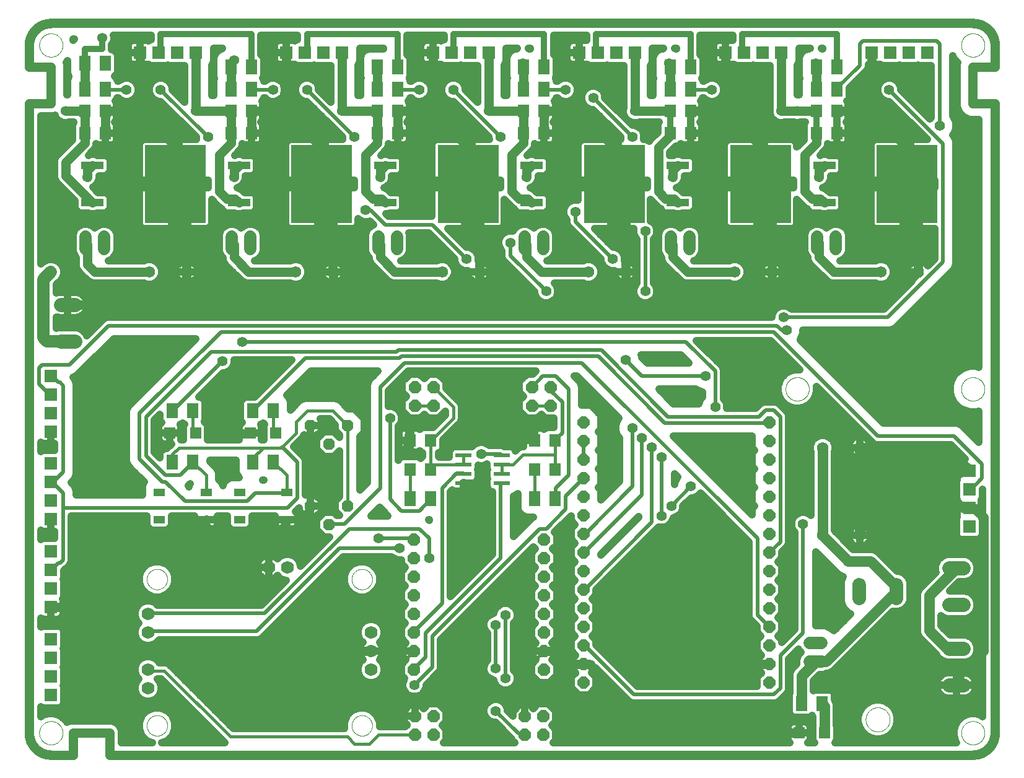
<source format=gtl>
G75*
%MOIN*%
%OFA0B0*%
%FSLAX25Y25*%
%IPPOS*%
%LPD*%
%AMOC8*
5,1,8,0,0,1.08239X$1,22.5*
%
%ADD10C,0.05000*%
%ADD11C,0.00000*%
%ADD12R,0.05906X0.05906*%
%ADD13R,0.06299X0.07874*%
%ADD14OC8,0.06543*%
%ADD15R,0.06299X0.03937*%
%ADD16R,0.07000X0.07000*%
%ADD17R,0.32992X0.41969*%
%ADD18R,0.12008X0.04000*%
%ADD19OC8,0.06200*%
%ADD20C,0.06200*%
%ADD21C,0.06600*%
%ADD22R,0.06299X0.07087*%
%ADD23R,0.08661X0.02362*%
%ADD24OC8,0.06600*%
%ADD25C,0.06937*%
%ADD26C,0.07400*%
%ADD27C,0.07700*%
%ADD28C,0.01600*%
%ADD29C,0.05362*%
%ADD30C,0.05600*%
%ADD31C,0.03200*%
%ADD32C,0.05500*%
%ADD33C,0.04000*%
%ADD34C,0.02000*%
D10*
X0006738Y0015563D02*
X0006738Y0354146D01*
X0018549Y0354146D01*
X0018549Y0373831D01*
X0006738Y0373831D01*
X0006738Y0385642D01*
X0006741Y0385927D01*
X0006752Y0386213D01*
X0006769Y0386498D01*
X0006793Y0386782D01*
X0006824Y0387066D01*
X0006862Y0387349D01*
X0006907Y0387630D01*
X0006958Y0387911D01*
X0007016Y0388191D01*
X0007081Y0388469D01*
X0007153Y0388745D01*
X0007231Y0389019D01*
X0007316Y0389292D01*
X0007408Y0389562D01*
X0007506Y0389830D01*
X0007610Y0390096D01*
X0007721Y0390359D01*
X0007838Y0390619D01*
X0007961Y0390877D01*
X0008091Y0391131D01*
X0008227Y0391382D01*
X0008368Y0391630D01*
X0008516Y0391874D01*
X0008669Y0392115D01*
X0008829Y0392351D01*
X0008994Y0392584D01*
X0009164Y0392813D01*
X0009340Y0393038D01*
X0009522Y0393258D01*
X0009708Y0393474D01*
X0009900Y0393685D01*
X0010097Y0393892D01*
X0010299Y0394094D01*
X0010506Y0394291D01*
X0010717Y0394483D01*
X0010933Y0394669D01*
X0011153Y0394851D01*
X0011378Y0395027D01*
X0011607Y0395197D01*
X0011840Y0395362D01*
X0012076Y0395522D01*
X0012317Y0395675D01*
X0012561Y0395823D01*
X0012809Y0395964D01*
X0013060Y0396100D01*
X0013314Y0396230D01*
X0013572Y0396353D01*
X0013832Y0396470D01*
X0014095Y0396581D01*
X0014361Y0396685D01*
X0014629Y0396783D01*
X0014899Y0396875D01*
X0015172Y0396960D01*
X0015446Y0397038D01*
X0015722Y0397110D01*
X0016000Y0397175D01*
X0016280Y0397233D01*
X0016561Y0397284D01*
X0016842Y0397329D01*
X0017125Y0397367D01*
X0017409Y0397398D01*
X0017693Y0397422D01*
X0017978Y0397439D01*
X0018264Y0397450D01*
X0018549Y0397453D01*
X0514612Y0397453D01*
X0514897Y0397450D01*
X0515183Y0397439D01*
X0515468Y0397422D01*
X0515752Y0397398D01*
X0516036Y0397367D01*
X0516319Y0397329D01*
X0516600Y0397284D01*
X0516881Y0397233D01*
X0517161Y0397175D01*
X0517439Y0397110D01*
X0517715Y0397038D01*
X0517989Y0396960D01*
X0518262Y0396875D01*
X0518532Y0396783D01*
X0518800Y0396685D01*
X0519066Y0396581D01*
X0519329Y0396470D01*
X0519589Y0396353D01*
X0519847Y0396230D01*
X0520101Y0396100D01*
X0520352Y0395964D01*
X0520600Y0395823D01*
X0520844Y0395675D01*
X0521085Y0395522D01*
X0521321Y0395362D01*
X0521554Y0395197D01*
X0521783Y0395027D01*
X0522008Y0394851D01*
X0522228Y0394669D01*
X0522444Y0394483D01*
X0522655Y0394291D01*
X0522862Y0394094D01*
X0523064Y0393892D01*
X0523261Y0393685D01*
X0523453Y0393474D01*
X0523639Y0393258D01*
X0523821Y0393038D01*
X0523997Y0392813D01*
X0524167Y0392584D01*
X0524332Y0392351D01*
X0524492Y0392115D01*
X0524645Y0391874D01*
X0524793Y0391630D01*
X0524934Y0391382D01*
X0525070Y0391131D01*
X0525200Y0390877D01*
X0525323Y0390619D01*
X0525440Y0390359D01*
X0525551Y0390096D01*
X0525655Y0389830D01*
X0525753Y0389562D01*
X0525845Y0389292D01*
X0525930Y0389019D01*
X0526008Y0388745D01*
X0526080Y0388469D01*
X0526145Y0388191D01*
X0526203Y0387911D01*
X0526254Y0387630D01*
X0526299Y0387349D01*
X0526337Y0387066D01*
X0526368Y0386782D01*
X0526392Y0386498D01*
X0526409Y0386213D01*
X0526420Y0385927D01*
X0526423Y0385642D01*
X0526423Y0373831D01*
X0514612Y0373831D01*
X0514612Y0354146D01*
X0526423Y0354146D01*
X0526423Y0015563D01*
X0526420Y0015278D01*
X0526409Y0014992D01*
X0526392Y0014707D01*
X0526368Y0014423D01*
X0526337Y0014139D01*
X0526299Y0013856D01*
X0526254Y0013575D01*
X0526203Y0013294D01*
X0526145Y0013014D01*
X0526080Y0012736D01*
X0526008Y0012460D01*
X0525930Y0012186D01*
X0525845Y0011913D01*
X0525753Y0011643D01*
X0525655Y0011375D01*
X0525551Y0011109D01*
X0525440Y0010846D01*
X0525323Y0010586D01*
X0525200Y0010328D01*
X0525070Y0010074D01*
X0524934Y0009823D01*
X0524793Y0009575D01*
X0524645Y0009331D01*
X0524492Y0009090D01*
X0524332Y0008854D01*
X0524167Y0008621D01*
X0523997Y0008392D01*
X0523821Y0008167D01*
X0523639Y0007947D01*
X0523453Y0007731D01*
X0523261Y0007520D01*
X0523064Y0007313D01*
X0522862Y0007111D01*
X0522655Y0006914D01*
X0522444Y0006722D01*
X0522228Y0006536D01*
X0522008Y0006354D01*
X0521783Y0006178D01*
X0521554Y0006008D01*
X0521321Y0005843D01*
X0521085Y0005683D01*
X0520844Y0005530D01*
X0520600Y0005382D01*
X0520352Y0005241D01*
X0520101Y0005105D01*
X0519847Y0004975D01*
X0519589Y0004852D01*
X0519329Y0004735D01*
X0519066Y0004624D01*
X0518800Y0004520D01*
X0518532Y0004422D01*
X0518262Y0004330D01*
X0517989Y0004245D01*
X0517715Y0004167D01*
X0517439Y0004095D01*
X0517161Y0004030D01*
X0516881Y0003972D01*
X0516600Y0003921D01*
X0516319Y0003876D01*
X0516036Y0003838D01*
X0515752Y0003807D01*
X0515468Y0003783D01*
X0515183Y0003766D01*
X0514897Y0003755D01*
X0514612Y0003752D01*
X0050045Y0003752D01*
X0050045Y0015563D01*
X0030360Y0015563D01*
X0030360Y0003752D01*
X0018549Y0003752D01*
X0018264Y0003755D01*
X0017978Y0003766D01*
X0017693Y0003783D01*
X0017409Y0003807D01*
X0017125Y0003838D01*
X0016842Y0003876D01*
X0016561Y0003921D01*
X0016280Y0003972D01*
X0016000Y0004030D01*
X0015722Y0004095D01*
X0015446Y0004167D01*
X0015172Y0004245D01*
X0014899Y0004330D01*
X0014629Y0004422D01*
X0014361Y0004520D01*
X0014095Y0004624D01*
X0013832Y0004735D01*
X0013572Y0004852D01*
X0013314Y0004975D01*
X0013060Y0005105D01*
X0012809Y0005241D01*
X0012561Y0005382D01*
X0012317Y0005530D01*
X0012076Y0005683D01*
X0011840Y0005843D01*
X0011607Y0006008D01*
X0011378Y0006178D01*
X0011153Y0006354D01*
X0010933Y0006536D01*
X0010717Y0006722D01*
X0010506Y0006914D01*
X0010299Y0007111D01*
X0010097Y0007313D01*
X0009900Y0007520D01*
X0009708Y0007731D01*
X0009522Y0007947D01*
X0009340Y0008167D01*
X0009164Y0008392D01*
X0008994Y0008621D01*
X0008829Y0008854D01*
X0008669Y0009090D01*
X0008516Y0009331D01*
X0008368Y0009575D01*
X0008227Y0009823D01*
X0008091Y0010074D01*
X0007961Y0010328D01*
X0007838Y0010586D01*
X0007721Y0010846D01*
X0007610Y0011109D01*
X0007506Y0011375D01*
X0007408Y0011643D01*
X0007316Y0011913D01*
X0007231Y0012186D01*
X0007153Y0012460D01*
X0007081Y0012736D01*
X0007016Y0013014D01*
X0006958Y0013294D01*
X0006907Y0013575D01*
X0006862Y0013856D01*
X0006824Y0014139D01*
X0006793Y0014423D01*
X0006769Y0014707D01*
X0006752Y0014992D01*
X0006741Y0015278D01*
X0006738Y0015563D01*
X0069738Y0059752D02*
X0046113Y0083377D01*
X0091613Y0128877D01*
X0101238Y0128877D01*
X0102014Y0130130D01*
X0046113Y0083377D02*
X0026863Y0083377D01*
X0026863Y0094752D01*
X0026863Y0083377D02*
X0018988Y0083377D01*
X0018549Y0083240D01*
X0069738Y0059752D02*
X0190488Y0059752D01*
X0190793Y0059657D01*
X0214337Y0032374D02*
X0214988Y0032627D01*
X0253488Y0032627D01*
X0255238Y0034377D01*
X0273392Y0034377D01*
X0296384Y0052689D02*
X0289612Y0059461D01*
X0283864Y0059461D01*
X0296384Y0052689D02*
X0305163Y0052689D01*
X0308195Y0052689D01*
X0345321Y0015563D01*
X0421108Y0015563D01*
X0405163Y0052689D02*
X0404863Y0052752D01*
X0323488Y0052752D01*
X0249988Y0149002D02*
X0241238Y0149002D01*
X0240597Y0149795D01*
X0210613Y0169127D02*
X0206238Y0164752D01*
X0210613Y0169127D02*
X0210613Y0170877D01*
X0211856Y0173043D01*
X0211488Y0173502D01*
X0211488Y0184002D01*
X0206238Y0189252D01*
X0206238Y0204127D01*
X0211488Y0209377D01*
X0242113Y0209377D01*
X0277988Y0173502D01*
X0278786Y0173043D01*
X0249113Y0245878D02*
X0249113Y0261877D01*
X0249022Y0263594D01*
X0249022Y0310839D01*
X0242959Y0310839D01*
X0242959Y0330524D01*
X0223274Y0350209D01*
X0224022Y0350209D01*
X0224022Y0381705D01*
X0194140Y0373831D02*
X0194140Y0362020D01*
X0194140Y0350209D02*
X0176030Y0350209D01*
X0175282Y0350209D01*
X0175282Y0381705D01*
X0145282Y0381705D02*
X0145282Y0350209D01*
X0144534Y0350209D01*
X0164219Y0330524D01*
X0164219Y0310839D01*
X0170282Y0310839D01*
X0170282Y0263594D01*
X0170363Y0261877D01*
X0170363Y0245878D01*
X0249113Y0245878D01*
X0327863Y0245878D01*
X0327863Y0261877D01*
X0327762Y0263594D01*
X0327762Y0310839D01*
X0321699Y0310839D01*
X0321699Y0330524D01*
X0302014Y0350209D01*
X0302762Y0350209D01*
X0302762Y0381705D01*
X0272880Y0373831D02*
X0272880Y0362020D01*
X0272880Y0350209D02*
X0254022Y0350209D01*
X0254022Y0381705D01*
X0272880Y0350209D02*
X0272880Y0338398D01*
X0272880Y0332886D01*
X0266581Y0326587D01*
X0266581Y0306902D01*
X0270518Y0302965D01*
X0275045Y0302965D01*
X0277171Y0300839D01*
X0274455Y0314776D02*
X0274455Y0318122D01*
X0277171Y0320839D01*
X0283904Y0338398D02*
X0283904Y0350209D01*
X0302014Y0350209D01*
X0332762Y0350209D02*
X0333510Y0350209D01*
X0351620Y0350209D01*
X0362644Y0350209D02*
X0381502Y0350209D01*
X0400439Y0331272D01*
X0400439Y0310839D01*
X0406502Y0310839D01*
X0406502Y0263594D01*
X0406613Y0261877D01*
X0406613Y0245878D01*
X0467526Y0245878D01*
X0485242Y0263594D01*
X0485242Y0310839D01*
X0479179Y0310839D01*
X0479179Y0330524D01*
X0459494Y0350209D01*
X0460242Y0350209D01*
X0460242Y0381705D01*
X0430360Y0373831D02*
X0430360Y0362020D01*
X0430360Y0350209D02*
X0420124Y0350209D01*
X0411502Y0350209D01*
X0411502Y0381705D01*
X0381502Y0381705D02*
X0381502Y0350209D01*
X0351620Y0362020D02*
X0351620Y0373831D01*
X0332762Y0381705D02*
X0332762Y0350209D01*
X0351620Y0338398D02*
X0351620Y0336823D01*
X0345321Y0330524D01*
X0345321Y0306902D01*
X0349258Y0302965D01*
X0353786Y0302965D01*
X0355912Y0300839D01*
X0353195Y0314776D02*
X0353195Y0318122D01*
X0355912Y0320839D01*
X0352132Y0279343D02*
X0353195Y0278280D01*
X0353195Y0271469D01*
X0361069Y0263594D01*
X0386502Y0263594D01*
X0406613Y0245878D02*
X0327863Y0245878D01*
X0307762Y0263594D02*
X0282329Y0263594D01*
X0274455Y0271469D01*
X0274455Y0278280D01*
X0273392Y0279343D01*
X0229022Y0263594D02*
X0203589Y0263594D01*
X0195715Y0271469D01*
X0195715Y0278280D01*
X0194652Y0279343D01*
X0198431Y0300839D02*
X0196305Y0302965D01*
X0191778Y0302965D01*
X0187841Y0306902D01*
X0187841Y0326587D01*
X0194140Y0332886D01*
X0194140Y0338398D01*
X0194140Y0350209D01*
X0205163Y0350209D02*
X0205163Y0338398D01*
X0205163Y0350209D02*
X0223274Y0350209D01*
X0198431Y0320839D02*
X0195715Y0318122D01*
X0195715Y0314776D01*
X0144534Y0350209D02*
X0126423Y0350209D01*
X0126423Y0338398D01*
X0115400Y0338398D02*
X0115400Y0332886D01*
X0109100Y0326587D01*
X0109100Y0306902D01*
X0113037Y0302965D01*
X0117565Y0302965D01*
X0119691Y0300839D01*
X0116975Y0314776D02*
X0116975Y0318122D01*
X0119691Y0320839D01*
X0115400Y0338398D02*
X0115400Y0350209D01*
X0097289Y0350209D01*
X0096541Y0350209D01*
X0096541Y0381705D01*
X0115400Y0373831D02*
X0115400Y0362020D01*
X0085478Y0331272D02*
X0066541Y0350209D01*
X0066541Y0381705D01*
X0036660Y0375799D02*
X0036660Y0362020D01*
X0036660Y0350209D02*
X0026423Y0350209D01*
X0036660Y0350209D02*
X0036660Y0338398D01*
X0036660Y0332886D01*
X0026423Y0322650D01*
X0026423Y0315366D01*
X0040951Y0300839D01*
X0038234Y0314776D02*
X0038234Y0318122D01*
X0040951Y0320839D01*
X0047683Y0338398D02*
X0047683Y0350209D01*
X0066541Y0350209D01*
X0085478Y0331272D02*
X0085478Y0310839D01*
X0091541Y0310839D01*
X0091541Y0263594D01*
X0091613Y0261877D01*
X0091613Y0245878D01*
X0170363Y0245878D01*
X0150282Y0263594D02*
X0124849Y0263594D01*
X0116975Y0271469D01*
X0116975Y0278280D01*
X0115912Y0279343D01*
X0091613Y0245878D02*
X0027486Y0245878D01*
X0042171Y0263594D02*
X0038234Y0267531D01*
X0038234Y0278280D01*
X0037171Y0279343D01*
X0042171Y0263594D02*
X0071541Y0263594D01*
X0424061Y0306902D02*
X0427998Y0302965D01*
X0432526Y0302965D01*
X0434652Y0300839D01*
X0424061Y0306902D02*
X0424061Y0326587D01*
X0430360Y0332886D01*
X0430360Y0338398D01*
X0441384Y0350209D02*
X0459494Y0350209D01*
X0434652Y0320839D02*
X0431935Y0318122D01*
X0431935Y0314776D01*
X0431935Y0279343D02*
X0430872Y0279343D01*
X0431935Y0279343D02*
X0431935Y0271469D01*
X0439809Y0263594D01*
X0465242Y0263594D01*
X0510651Y0158540D02*
X0504613Y0152502D01*
X0504613Y0141127D01*
X0508988Y0136752D01*
X0512488Y0136752D01*
X0512644Y0136547D01*
X0515113Y0136752D01*
X0520363Y0131502D01*
X0520363Y0059752D01*
X0506363Y0045752D01*
X0506363Y0041377D01*
X0505675Y0041154D01*
D11*
X0508313Y0015563D02*
X0508315Y0015721D01*
X0508321Y0015879D01*
X0508331Y0016037D01*
X0508345Y0016195D01*
X0508363Y0016352D01*
X0508384Y0016509D01*
X0508410Y0016665D01*
X0508440Y0016821D01*
X0508473Y0016976D01*
X0508511Y0017129D01*
X0508552Y0017282D01*
X0508597Y0017434D01*
X0508646Y0017585D01*
X0508699Y0017734D01*
X0508755Y0017882D01*
X0508815Y0018028D01*
X0508879Y0018173D01*
X0508947Y0018316D01*
X0509018Y0018458D01*
X0509092Y0018598D01*
X0509170Y0018735D01*
X0509252Y0018871D01*
X0509336Y0019005D01*
X0509425Y0019136D01*
X0509516Y0019265D01*
X0509611Y0019392D01*
X0509708Y0019517D01*
X0509809Y0019639D01*
X0509913Y0019758D01*
X0510020Y0019875D01*
X0510130Y0019989D01*
X0510243Y0020100D01*
X0510358Y0020209D01*
X0510476Y0020314D01*
X0510597Y0020416D01*
X0510720Y0020516D01*
X0510846Y0020612D01*
X0510974Y0020705D01*
X0511104Y0020795D01*
X0511237Y0020881D01*
X0511372Y0020965D01*
X0511508Y0021044D01*
X0511647Y0021121D01*
X0511788Y0021193D01*
X0511930Y0021263D01*
X0512074Y0021328D01*
X0512220Y0021390D01*
X0512367Y0021448D01*
X0512516Y0021503D01*
X0512666Y0021554D01*
X0512817Y0021601D01*
X0512969Y0021644D01*
X0513122Y0021683D01*
X0513277Y0021719D01*
X0513432Y0021750D01*
X0513588Y0021778D01*
X0513744Y0021802D01*
X0513901Y0021822D01*
X0514059Y0021838D01*
X0514216Y0021850D01*
X0514375Y0021858D01*
X0514533Y0021862D01*
X0514691Y0021862D01*
X0514849Y0021858D01*
X0515008Y0021850D01*
X0515165Y0021838D01*
X0515323Y0021822D01*
X0515480Y0021802D01*
X0515636Y0021778D01*
X0515792Y0021750D01*
X0515947Y0021719D01*
X0516102Y0021683D01*
X0516255Y0021644D01*
X0516407Y0021601D01*
X0516558Y0021554D01*
X0516708Y0021503D01*
X0516857Y0021448D01*
X0517004Y0021390D01*
X0517150Y0021328D01*
X0517294Y0021263D01*
X0517436Y0021193D01*
X0517577Y0021121D01*
X0517716Y0021044D01*
X0517852Y0020965D01*
X0517987Y0020881D01*
X0518120Y0020795D01*
X0518250Y0020705D01*
X0518378Y0020612D01*
X0518504Y0020516D01*
X0518627Y0020416D01*
X0518748Y0020314D01*
X0518866Y0020209D01*
X0518981Y0020100D01*
X0519094Y0019989D01*
X0519204Y0019875D01*
X0519311Y0019758D01*
X0519415Y0019639D01*
X0519516Y0019517D01*
X0519613Y0019392D01*
X0519708Y0019265D01*
X0519799Y0019136D01*
X0519888Y0019005D01*
X0519972Y0018871D01*
X0520054Y0018735D01*
X0520132Y0018598D01*
X0520206Y0018458D01*
X0520277Y0018316D01*
X0520345Y0018173D01*
X0520409Y0018028D01*
X0520469Y0017882D01*
X0520525Y0017734D01*
X0520578Y0017585D01*
X0520627Y0017434D01*
X0520672Y0017282D01*
X0520713Y0017129D01*
X0520751Y0016976D01*
X0520784Y0016821D01*
X0520814Y0016665D01*
X0520840Y0016509D01*
X0520861Y0016352D01*
X0520879Y0016195D01*
X0520893Y0016037D01*
X0520903Y0015879D01*
X0520909Y0015721D01*
X0520911Y0015563D01*
X0520909Y0015405D01*
X0520903Y0015247D01*
X0520893Y0015089D01*
X0520879Y0014931D01*
X0520861Y0014774D01*
X0520840Y0014617D01*
X0520814Y0014461D01*
X0520784Y0014305D01*
X0520751Y0014150D01*
X0520713Y0013997D01*
X0520672Y0013844D01*
X0520627Y0013692D01*
X0520578Y0013541D01*
X0520525Y0013392D01*
X0520469Y0013244D01*
X0520409Y0013098D01*
X0520345Y0012953D01*
X0520277Y0012810D01*
X0520206Y0012668D01*
X0520132Y0012528D01*
X0520054Y0012391D01*
X0519972Y0012255D01*
X0519888Y0012121D01*
X0519799Y0011990D01*
X0519708Y0011861D01*
X0519613Y0011734D01*
X0519516Y0011609D01*
X0519415Y0011487D01*
X0519311Y0011368D01*
X0519204Y0011251D01*
X0519094Y0011137D01*
X0518981Y0011026D01*
X0518866Y0010917D01*
X0518748Y0010812D01*
X0518627Y0010710D01*
X0518504Y0010610D01*
X0518378Y0010514D01*
X0518250Y0010421D01*
X0518120Y0010331D01*
X0517987Y0010245D01*
X0517852Y0010161D01*
X0517716Y0010082D01*
X0517577Y0010005D01*
X0517436Y0009933D01*
X0517294Y0009863D01*
X0517150Y0009798D01*
X0517004Y0009736D01*
X0516857Y0009678D01*
X0516708Y0009623D01*
X0516558Y0009572D01*
X0516407Y0009525D01*
X0516255Y0009482D01*
X0516102Y0009443D01*
X0515947Y0009407D01*
X0515792Y0009376D01*
X0515636Y0009348D01*
X0515480Y0009324D01*
X0515323Y0009304D01*
X0515165Y0009288D01*
X0515008Y0009276D01*
X0514849Y0009268D01*
X0514691Y0009264D01*
X0514533Y0009264D01*
X0514375Y0009268D01*
X0514216Y0009276D01*
X0514059Y0009288D01*
X0513901Y0009304D01*
X0513744Y0009324D01*
X0513588Y0009348D01*
X0513432Y0009376D01*
X0513277Y0009407D01*
X0513122Y0009443D01*
X0512969Y0009482D01*
X0512817Y0009525D01*
X0512666Y0009572D01*
X0512516Y0009623D01*
X0512367Y0009678D01*
X0512220Y0009736D01*
X0512074Y0009798D01*
X0511930Y0009863D01*
X0511788Y0009933D01*
X0511647Y0010005D01*
X0511508Y0010082D01*
X0511372Y0010161D01*
X0511237Y0010245D01*
X0511104Y0010331D01*
X0510974Y0010421D01*
X0510846Y0010514D01*
X0510720Y0010610D01*
X0510597Y0010710D01*
X0510476Y0010812D01*
X0510358Y0010917D01*
X0510243Y0011026D01*
X0510130Y0011137D01*
X0510020Y0011251D01*
X0509913Y0011368D01*
X0509809Y0011487D01*
X0509708Y0011609D01*
X0509611Y0011734D01*
X0509516Y0011861D01*
X0509425Y0011990D01*
X0509336Y0012121D01*
X0509252Y0012255D01*
X0509170Y0012391D01*
X0509092Y0012528D01*
X0509018Y0012668D01*
X0508947Y0012810D01*
X0508879Y0012953D01*
X0508815Y0013098D01*
X0508755Y0013244D01*
X0508699Y0013392D01*
X0508646Y0013541D01*
X0508597Y0013692D01*
X0508552Y0013844D01*
X0508511Y0013997D01*
X0508473Y0014150D01*
X0508440Y0014305D01*
X0508410Y0014461D01*
X0508384Y0014617D01*
X0508363Y0014774D01*
X0508345Y0014931D01*
X0508331Y0015089D01*
X0508321Y0015247D01*
X0508315Y0015405D01*
X0508313Y0015563D01*
X0456931Y0022744D02*
X0456933Y0022905D01*
X0456939Y0023065D01*
X0456949Y0023226D01*
X0456963Y0023386D01*
X0456981Y0023546D01*
X0457002Y0023705D01*
X0457028Y0023864D01*
X0457058Y0024022D01*
X0457091Y0024179D01*
X0457129Y0024336D01*
X0457170Y0024491D01*
X0457215Y0024645D01*
X0457264Y0024798D01*
X0457317Y0024950D01*
X0457373Y0025101D01*
X0457434Y0025250D01*
X0457497Y0025398D01*
X0457565Y0025544D01*
X0457636Y0025688D01*
X0457710Y0025830D01*
X0457788Y0025971D01*
X0457870Y0026109D01*
X0457955Y0026246D01*
X0458043Y0026380D01*
X0458135Y0026512D01*
X0458230Y0026642D01*
X0458328Y0026770D01*
X0458429Y0026895D01*
X0458533Y0027017D01*
X0458640Y0027137D01*
X0458750Y0027254D01*
X0458863Y0027369D01*
X0458979Y0027480D01*
X0459098Y0027589D01*
X0459219Y0027694D01*
X0459343Y0027797D01*
X0459469Y0027897D01*
X0459597Y0027993D01*
X0459728Y0028086D01*
X0459862Y0028176D01*
X0459997Y0028263D01*
X0460135Y0028346D01*
X0460274Y0028426D01*
X0460416Y0028502D01*
X0460559Y0028575D01*
X0460704Y0028644D01*
X0460851Y0028710D01*
X0460999Y0028772D01*
X0461149Y0028830D01*
X0461300Y0028885D01*
X0461453Y0028936D01*
X0461607Y0028983D01*
X0461762Y0029026D01*
X0461918Y0029065D01*
X0462074Y0029101D01*
X0462232Y0029132D01*
X0462390Y0029160D01*
X0462549Y0029184D01*
X0462709Y0029204D01*
X0462869Y0029220D01*
X0463029Y0029232D01*
X0463190Y0029240D01*
X0463351Y0029244D01*
X0463511Y0029244D01*
X0463672Y0029240D01*
X0463833Y0029232D01*
X0463993Y0029220D01*
X0464153Y0029204D01*
X0464313Y0029184D01*
X0464472Y0029160D01*
X0464630Y0029132D01*
X0464788Y0029101D01*
X0464944Y0029065D01*
X0465100Y0029026D01*
X0465255Y0028983D01*
X0465409Y0028936D01*
X0465562Y0028885D01*
X0465713Y0028830D01*
X0465863Y0028772D01*
X0466011Y0028710D01*
X0466158Y0028644D01*
X0466303Y0028575D01*
X0466446Y0028502D01*
X0466588Y0028426D01*
X0466727Y0028346D01*
X0466865Y0028263D01*
X0467000Y0028176D01*
X0467134Y0028086D01*
X0467265Y0027993D01*
X0467393Y0027897D01*
X0467519Y0027797D01*
X0467643Y0027694D01*
X0467764Y0027589D01*
X0467883Y0027480D01*
X0467999Y0027369D01*
X0468112Y0027254D01*
X0468222Y0027137D01*
X0468329Y0027017D01*
X0468433Y0026895D01*
X0468534Y0026770D01*
X0468632Y0026642D01*
X0468727Y0026512D01*
X0468819Y0026380D01*
X0468907Y0026246D01*
X0468992Y0026109D01*
X0469074Y0025971D01*
X0469152Y0025830D01*
X0469226Y0025688D01*
X0469297Y0025544D01*
X0469365Y0025398D01*
X0469428Y0025250D01*
X0469489Y0025101D01*
X0469545Y0024950D01*
X0469598Y0024798D01*
X0469647Y0024645D01*
X0469692Y0024491D01*
X0469733Y0024336D01*
X0469771Y0024179D01*
X0469804Y0024022D01*
X0469834Y0023864D01*
X0469860Y0023705D01*
X0469881Y0023546D01*
X0469899Y0023386D01*
X0469913Y0023226D01*
X0469923Y0023065D01*
X0469929Y0022905D01*
X0469931Y0022744D01*
X0469929Y0022583D01*
X0469923Y0022423D01*
X0469913Y0022262D01*
X0469899Y0022102D01*
X0469881Y0021942D01*
X0469860Y0021783D01*
X0469834Y0021624D01*
X0469804Y0021466D01*
X0469771Y0021309D01*
X0469733Y0021152D01*
X0469692Y0020997D01*
X0469647Y0020843D01*
X0469598Y0020690D01*
X0469545Y0020538D01*
X0469489Y0020387D01*
X0469428Y0020238D01*
X0469365Y0020090D01*
X0469297Y0019944D01*
X0469226Y0019800D01*
X0469152Y0019658D01*
X0469074Y0019517D01*
X0468992Y0019379D01*
X0468907Y0019242D01*
X0468819Y0019108D01*
X0468727Y0018976D01*
X0468632Y0018846D01*
X0468534Y0018718D01*
X0468433Y0018593D01*
X0468329Y0018471D01*
X0468222Y0018351D01*
X0468112Y0018234D01*
X0467999Y0018119D01*
X0467883Y0018008D01*
X0467764Y0017899D01*
X0467643Y0017794D01*
X0467519Y0017691D01*
X0467393Y0017591D01*
X0467265Y0017495D01*
X0467134Y0017402D01*
X0467000Y0017312D01*
X0466865Y0017225D01*
X0466727Y0017142D01*
X0466588Y0017062D01*
X0466446Y0016986D01*
X0466303Y0016913D01*
X0466158Y0016844D01*
X0466011Y0016778D01*
X0465863Y0016716D01*
X0465713Y0016658D01*
X0465562Y0016603D01*
X0465409Y0016552D01*
X0465255Y0016505D01*
X0465100Y0016462D01*
X0464944Y0016423D01*
X0464788Y0016387D01*
X0464630Y0016356D01*
X0464472Y0016328D01*
X0464313Y0016304D01*
X0464153Y0016284D01*
X0463993Y0016268D01*
X0463833Y0016256D01*
X0463672Y0016248D01*
X0463511Y0016244D01*
X0463351Y0016244D01*
X0463190Y0016248D01*
X0463029Y0016256D01*
X0462869Y0016268D01*
X0462709Y0016284D01*
X0462549Y0016304D01*
X0462390Y0016328D01*
X0462232Y0016356D01*
X0462074Y0016387D01*
X0461918Y0016423D01*
X0461762Y0016462D01*
X0461607Y0016505D01*
X0461453Y0016552D01*
X0461300Y0016603D01*
X0461149Y0016658D01*
X0460999Y0016716D01*
X0460851Y0016778D01*
X0460704Y0016844D01*
X0460559Y0016913D01*
X0460416Y0016986D01*
X0460274Y0017062D01*
X0460135Y0017142D01*
X0459997Y0017225D01*
X0459862Y0017312D01*
X0459728Y0017402D01*
X0459597Y0017495D01*
X0459469Y0017591D01*
X0459343Y0017691D01*
X0459219Y0017794D01*
X0459098Y0017899D01*
X0458979Y0018008D01*
X0458863Y0018119D01*
X0458750Y0018234D01*
X0458640Y0018351D01*
X0458533Y0018471D01*
X0458429Y0018593D01*
X0458328Y0018718D01*
X0458230Y0018846D01*
X0458135Y0018976D01*
X0458043Y0019108D01*
X0457955Y0019242D01*
X0457870Y0019379D01*
X0457788Y0019517D01*
X0457710Y0019658D01*
X0457636Y0019800D01*
X0457565Y0019944D01*
X0457497Y0020090D01*
X0457434Y0020238D01*
X0457373Y0020387D01*
X0457317Y0020538D01*
X0457264Y0020690D01*
X0457215Y0020843D01*
X0457170Y0020997D01*
X0457129Y0021152D01*
X0457091Y0021309D01*
X0457058Y0021466D01*
X0457028Y0021624D01*
X0457002Y0021783D01*
X0456981Y0021942D01*
X0456963Y0022102D01*
X0456949Y0022262D01*
X0456939Y0022423D01*
X0456933Y0022583D01*
X0456931Y0022744D01*
X0413825Y0200602D02*
X0413827Y0200760D01*
X0413833Y0200918D01*
X0413843Y0201076D01*
X0413857Y0201234D01*
X0413875Y0201391D01*
X0413896Y0201548D01*
X0413922Y0201704D01*
X0413952Y0201860D01*
X0413985Y0202015D01*
X0414023Y0202168D01*
X0414064Y0202321D01*
X0414109Y0202473D01*
X0414158Y0202624D01*
X0414211Y0202773D01*
X0414267Y0202921D01*
X0414327Y0203067D01*
X0414391Y0203212D01*
X0414459Y0203355D01*
X0414530Y0203497D01*
X0414604Y0203637D01*
X0414682Y0203774D01*
X0414764Y0203910D01*
X0414848Y0204044D01*
X0414937Y0204175D01*
X0415028Y0204304D01*
X0415123Y0204431D01*
X0415220Y0204556D01*
X0415321Y0204678D01*
X0415425Y0204797D01*
X0415532Y0204914D01*
X0415642Y0205028D01*
X0415755Y0205139D01*
X0415870Y0205248D01*
X0415988Y0205353D01*
X0416109Y0205455D01*
X0416232Y0205555D01*
X0416358Y0205651D01*
X0416486Y0205744D01*
X0416616Y0205834D01*
X0416749Y0205920D01*
X0416884Y0206004D01*
X0417020Y0206083D01*
X0417159Y0206160D01*
X0417300Y0206232D01*
X0417442Y0206302D01*
X0417586Y0206367D01*
X0417732Y0206429D01*
X0417879Y0206487D01*
X0418028Y0206542D01*
X0418178Y0206593D01*
X0418329Y0206640D01*
X0418481Y0206683D01*
X0418634Y0206722D01*
X0418789Y0206758D01*
X0418944Y0206789D01*
X0419100Y0206817D01*
X0419256Y0206841D01*
X0419413Y0206861D01*
X0419571Y0206877D01*
X0419728Y0206889D01*
X0419887Y0206897D01*
X0420045Y0206901D01*
X0420203Y0206901D01*
X0420361Y0206897D01*
X0420520Y0206889D01*
X0420677Y0206877D01*
X0420835Y0206861D01*
X0420992Y0206841D01*
X0421148Y0206817D01*
X0421304Y0206789D01*
X0421459Y0206758D01*
X0421614Y0206722D01*
X0421767Y0206683D01*
X0421919Y0206640D01*
X0422070Y0206593D01*
X0422220Y0206542D01*
X0422369Y0206487D01*
X0422516Y0206429D01*
X0422662Y0206367D01*
X0422806Y0206302D01*
X0422948Y0206232D01*
X0423089Y0206160D01*
X0423228Y0206083D01*
X0423364Y0206004D01*
X0423499Y0205920D01*
X0423632Y0205834D01*
X0423762Y0205744D01*
X0423890Y0205651D01*
X0424016Y0205555D01*
X0424139Y0205455D01*
X0424260Y0205353D01*
X0424378Y0205248D01*
X0424493Y0205139D01*
X0424606Y0205028D01*
X0424716Y0204914D01*
X0424823Y0204797D01*
X0424927Y0204678D01*
X0425028Y0204556D01*
X0425125Y0204431D01*
X0425220Y0204304D01*
X0425311Y0204175D01*
X0425400Y0204044D01*
X0425484Y0203910D01*
X0425566Y0203774D01*
X0425644Y0203637D01*
X0425718Y0203497D01*
X0425789Y0203355D01*
X0425857Y0203212D01*
X0425921Y0203067D01*
X0425981Y0202921D01*
X0426037Y0202773D01*
X0426090Y0202624D01*
X0426139Y0202473D01*
X0426184Y0202321D01*
X0426225Y0202168D01*
X0426263Y0202015D01*
X0426296Y0201860D01*
X0426326Y0201704D01*
X0426352Y0201548D01*
X0426373Y0201391D01*
X0426391Y0201234D01*
X0426405Y0201076D01*
X0426415Y0200918D01*
X0426421Y0200760D01*
X0426423Y0200602D01*
X0426421Y0200444D01*
X0426415Y0200286D01*
X0426405Y0200128D01*
X0426391Y0199970D01*
X0426373Y0199813D01*
X0426352Y0199656D01*
X0426326Y0199500D01*
X0426296Y0199344D01*
X0426263Y0199189D01*
X0426225Y0199036D01*
X0426184Y0198883D01*
X0426139Y0198731D01*
X0426090Y0198580D01*
X0426037Y0198431D01*
X0425981Y0198283D01*
X0425921Y0198137D01*
X0425857Y0197992D01*
X0425789Y0197849D01*
X0425718Y0197707D01*
X0425644Y0197567D01*
X0425566Y0197430D01*
X0425484Y0197294D01*
X0425400Y0197160D01*
X0425311Y0197029D01*
X0425220Y0196900D01*
X0425125Y0196773D01*
X0425028Y0196648D01*
X0424927Y0196526D01*
X0424823Y0196407D01*
X0424716Y0196290D01*
X0424606Y0196176D01*
X0424493Y0196065D01*
X0424378Y0195956D01*
X0424260Y0195851D01*
X0424139Y0195749D01*
X0424016Y0195649D01*
X0423890Y0195553D01*
X0423762Y0195460D01*
X0423632Y0195370D01*
X0423499Y0195284D01*
X0423364Y0195200D01*
X0423228Y0195121D01*
X0423089Y0195044D01*
X0422948Y0194972D01*
X0422806Y0194902D01*
X0422662Y0194837D01*
X0422516Y0194775D01*
X0422369Y0194717D01*
X0422220Y0194662D01*
X0422070Y0194611D01*
X0421919Y0194564D01*
X0421767Y0194521D01*
X0421614Y0194482D01*
X0421459Y0194446D01*
X0421304Y0194415D01*
X0421148Y0194387D01*
X0420992Y0194363D01*
X0420835Y0194343D01*
X0420677Y0194327D01*
X0420520Y0194315D01*
X0420361Y0194307D01*
X0420203Y0194303D01*
X0420045Y0194303D01*
X0419887Y0194307D01*
X0419728Y0194315D01*
X0419571Y0194327D01*
X0419413Y0194343D01*
X0419256Y0194363D01*
X0419100Y0194387D01*
X0418944Y0194415D01*
X0418789Y0194446D01*
X0418634Y0194482D01*
X0418481Y0194521D01*
X0418329Y0194564D01*
X0418178Y0194611D01*
X0418028Y0194662D01*
X0417879Y0194717D01*
X0417732Y0194775D01*
X0417586Y0194837D01*
X0417442Y0194902D01*
X0417300Y0194972D01*
X0417159Y0195044D01*
X0417020Y0195121D01*
X0416884Y0195200D01*
X0416749Y0195284D01*
X0416616Y0195370D01*
X0416486Y0195460D01*
X0416358Y0195553D01*
X0416232Y0195649D01*
X0416109Y0195749D01*
X0415988Y0195851D01*
X0415870Y0195956D01*
X0415755Y0196065D01*
X0415642Y0196176D01*
X0415532Y0196290D01*
X0415425Y0196407D01*
X0415321Y0196526D01*
X0415220Y0196648D01*
X0415123Y0196773D01*
X0415028Y0196900D01*
X0414937Y0197029D01*
X0414848Y0197160D01*
X0414764Y0197294D01*
X0414682Y0197430D01*
X0414604Y0197567D01*
X0414530Y0197707D01*
X0414459Y0197849D01*
X0414391Y0197992D01*
X0414327Y0198137D01*
X0414267Y0198283D01*
X0414211Y0198431D01*
X0414158Y0198580D01*
X0414109Y0198731D01*
X0414064Y0198883D01*
X0414023Y0199036D01*
X0413985Y0199189D01*
X0413952Y0199344D01*
X0413922Y0199500D01*
X0413896Y0199656D01*
X0413875Y0199813D01*
X0413857Y0199970D01*
X0413843Y0200128D01*
X0413833Y0200286D01*
X0413827Y0200444D01*
X0413825Y0200602D01*
X0508313Y0200602D02*
X0508315Y0200760D01*
X0508321Y0200918D01*
X0508331Y0201076D01*
X0508345Y0201234D01*
X0508363Y0201391D01*
X0508384Y0201548D01*
X0508410Y0201704D01*
X0508440Y0201860D01*
X0508473Y0202015D01*
X0508511Y0202168D01*
X0508552Y0202321D01*
X0508597Y0202473D01*
X0508646Y0202624D01*
X0508699Y0202773D01*
X0508755Y0202921D01*
X0508815Y0203067D01*
X0508879Y0203212D01*
X0508947Y0203355D01*
X0509018Y0203497D01*
X0509092Y0203637D01*
X0509170Y0203774D01*
X0509252Y0203910D01*
X0509336Y0204044D01*
X0509425Y0204175D01*
X0509516Y0204304D01*
X0509611Y0204431D01*
X0509708Y0204556D01*
X0509809Y0204678D01*
X0509913Y0204797D01*
X0510020Y0204914D01*
X0510130Y0205028D01*
X0510243Y0205139D01*
X0510358Y0205248D01*
X0510476Y0205353D01*
X0510597Y0205455D01*
X0510720Y0205555D01*
X0510846Y0205651D01*
X0510974Y0205744D01*
X0511104Y0205834D01*
X0511237Y0205920D01*
X0511372Y0206004D01*
X0511508Y0206083D01*
X0511647Y0206160D01*
X0511788Y0206232D01*
X0511930Y0206302D01*
X0512074Y0206367D01*
X0512220Y0206429D01*
X0512367Y0206487D01*
X0512516Y0206542D01*
X0512666Y0206593D01*
X0512817Y0206640D01*
X0512969Y0206683D01*
X0513122Y0206722D01*
X0513277Y0206758D01*
X0513432Y0206789D01*
X0513588Y0206817D01*
X0513744Y0206841D01*
X0513901Y0206861D01*
X0514059Y0206877D01*
X0514216Y0206889D01*
X0514375Y0206897D01*
X0514533Y0206901D01*
X0514691Y0206901D01*
X0514849Y0206897D01*
X0515008Y0206889D01*
X0515165Y0206877D01*
X0515323Y0206861D01*
X0515480Y0206841D01*
X0515636Y0206817D01*
X0515792Y0206789D01*
X0515947Y0206758D01*
X0516102Y0206722D01*
X0516255Y0206683D01*
X0516407Y0206640D01*
X0516558Y0206593D01*
X0516708Y0206542D01*
X0516857Y0206487D01*
X0517004Y0206429D01*
X0517150Y0206367D01*
X0517294Y0206302D01*
X0517436Y0206232D01*
X0517577Y0206160D01*
X0517716Y0206083D01*
X0517852Y0206004D01*
X0517987Y0205920D01*
X0518120Y0205834D01*
X0518250Y0205744D01*
X0518378Y0205651D01*
X0518504Y0205555D01*
X0518627Y0205455D01*
X0518748Y0205353D01*
X0518866Y0205248D01*
X0518981Y0205139D01*
X0519094Y0205028D01*
X0519204Y0204914D01*
X0519311Y0204797D01*
X0519415Y0204678D01*
X0519516Y0204556D01*
X0519613Y0204431D01*
X0519708Y0204304D01*
X0519799Y0204175D01*
X0519888Y0204044D01*
X0519972Y0203910D01*
X0520054Y0203774D01*
X0520132Y0203637D01*
X0520206Y0203497D01*
X0520277Y0203355D01*
X0520345Y0203212D01*
X0520409Y0203067D01*
X0520469Y0202921D01*
X0520525Y0202773D01*
X0520578Y0202624D01*
X0520627Y0202473D01*
X0520672Y0202321D01*
X0520713Y0202168D01*
X0520751Y0202015D01*
X0520784Y0201860D01*
X0520814Y0201704D01*
X0520840Y0201548D01*
X0520861Y0201391D01*
X0520879Y0201234D01*
X0520893Y0201076D01*
X0520903Y0200918D01*
X0520909Y0200760D01*
X0520911Y0200602D01*
X0520909Y0200444D01*
X0520903Y0200286D01*
X0520893Y0200128D01*
X0520879Y0199970D01*
X0520861Y0199813D01*
X0520840Y0199656D01*
X0520814Y0199500D01*
X0520784Y0199344D01*
X0520751Y0199189D01*
X0520713Y0199036D01*
X0520672Y0198883D01*
X0520627Y0198731D01*
X0520578Y0198580D01*
X0520525Y0198431D01*
X0520469Y0198283D01*
X0520409Y0198137D01*
X0520345Y0197992D01*
X0520277Y0197849D01*
X0520206Y0197707D01*
X0520132Y0197567D01*
X0520054Y0197430D01*
X0519972Y0197294D01*
X0519888Y0197160D01*
X0519799Y0197029D01*
X0519708Y0196900D01*
X0519613Y0196773D01*
X0519516Y0196648D01*
X0519415Y0196526D01*
X0519311Y0196407D01*
X0519204Y0196290D01*
X0519094Y0196176D01*
X0518981Y0196065D01*
X0518866Y0195956D01*
X0518748Y0195851D01*
X0518627Y0195749D01*
X0518504Y0195649D01*
X0518378Y0195553D01*
X0518250Y0195460D01*
X0518120Y0195370D01*
X0517987Y0195284D01*
X0517852Y0195200D01*
X0517716Y0195121D01*
X0517577Y0195044D01*
X0517436Y0194972D01*
X0517294Y0194902D01*
X0517150Y0194837D01*
X0517004Y0194775D01*
X0516857Y0194717D01*
X0516708Y0194662D01*
X0516558Y0194611D01*
X0516407Y0194564D01*
X0516255Y0194521D01*
X0516102Y0194482D01*
X0515947Y0194446D01*
X0515792Y0194415D01*
X0515636Y0194387D01*
X0515480Y0194363D01*
X0515323Y0194343D01*
X0515165Y0194327D01*
X0515008Y0194315D01*
X0514849Y0194307D01*
X0514691Y0194303D01*
X0514533Y0194303D01*
X0514375Y0194307D01*
X0514216Y0194315D01*
X0514059Y0194327D01*
X0513901Y0194343D01*
X0513744Y0194363D01*
X0513588Y0194387D01*
X0513432Y0194415D01*
X0513277Y0194446D01*
X0513122Y0194482D01*
X0512969Y0194521D01*
X0512817Y0194564D01*
X0512666Y0194611D01*
X0512516Y0194662D01*
X0512367Y0194717D01*
X0512220Y0194775D01*
X0512074Y0194837D01*
X0511930Y0194902D01*
X0511788Y0194972D01*
X0511647Y0195044D01*
X0511508Y0195121D01*
X0511372Y0195200D01*
X0511237Y0195284D01*
X0511104Y0195370D01*
X0510974Y0195460D01*
X0510846Y0195553D01*
X0510720Y0195649D01*
X0510597Y0195749D01*
X0510476Y0195851D01*
X0510358Y0195956D01*
X0510243Y0196065D01*
X0510130Y0196176D01*
X0510020Y0196290D01*
X0509913Y0196407D01*
X0509809Y0196526D01*
X0509708Y0196648D01*
X0509611Y0196773D01*
X0509516Y0196900D01*
X0509425Y0197029D01*
X0509336Y0197160D01*
X0509252Y0197294D01*
X0509170Y0197430D01*
X0509092Y0197567D01*
X0509018Y0197707D01*
X0508947Y0197849D01*
X0508879Y0197992D01*
X0508815Y0198137D01*
X0508755Y0198283D01*
X0508699Y0198431D01*
X0508646Y0198580D01*
X0508597Y0198731D01*
X0508552Y0198883D01*
X0508511Y0199036D01*
X0508473Y0199189D01*
X0508440Y0199344D01*
X0508410Y0199500D01*
X0508384Y0199656D01*
X0508363Y0199813D01*
X0508345Y0199970D01*
X0508331Y0200128D01*
X0508321Y0200286D01*
X0508315Y0200444D01*
X0508313Y0200602D01*
X0508313Y0385642D02*
X0508315Y0385800D01*
X0508321Y0385958D01*
X0508331Y0386116D01*
X0508345Y0386274D01*
X0508363Y0386431D01*
X0508384Y0386588D01*
X0508410Y0386744D01*
X0508440Y0386900D01*
X0508473Y0387055D01*
X0508511Y0387208D01*
X0508552Y0387361D01*
X0508597Y0387513D01*
X0508646Y0387664D01*
X0508699Y0387813D01*
X0508755Y0387961D01*
X0508815Y0388107D01*
X0508879Y0388252D01*
X0508947Y0388395D01*
X0509018Y0388537D01*
X0509092Y0388677D01*
X0509170Y0388814D01*
X0509252Y0388950D01*
X0509336Y0389084D01*
X0509425Y0389215D01*
X0509516Y0389344D01*
X0509611Y0389471D01*
X0509708Y0389596D01*
X0509809Y0389718D01*
X0509913Y0389837D01*
X0510020Y0389954D01*
X0510130Y0390068D01*
X0510243Y0390179D01*
X0510358Y0390288D01*
X0510476Y0390393D01*
X0510597Y0390495D01*
X0510720Y0390595D01*
X0510846Y0390691D01*
X0510974Y0390784D01*
X0511104Y0390874D01*
X0511237Y0390960D01*
X0511372Y0391044D01*
X0511508Y0391123D01*
X0511647Y0391200D01*
X0511788Y0391272D01*
X0511930Y0391342D01*
X0512074Y0391407D01*
X0512220Y0391469D01*
X0512367Y0391527D01*
X0512516Y0391582D01*
X0512666Y0391633D01*
X0512817Y0391680D01*
X0512969Y0391723D01*
X0513122Y0391762D01*
X0513277Y0391798D01*
X0513432Y0391829D01*
X0513588Y0391857D01*
X0513744Y0391881D01*
X0513901Y0391901D01*
X0514059Y0391917D01*
X0514216Y0391929D01*
X0514375Y0391937D01*
X0514533Y0391941D01*
X0514691Y0391941D01*
X0514849Y0391937D01*
X0515008Y0391929D01*
X0515165Y0391917D01*
X0515323Y0391901D01*
X0515480Y0391881D01*
X0515636Y0391857D01*
X0515792Y0391829D01*
X0515947Y0391798D01*
X0516102Y0391762D01*
X0516255Y0391723D01*
X0516407Y0391680D01*
X0516558Y0391633D01*
X0516708Y0391582D01*
X0516857Y0391527D01*
X0517004Y0391469D01*
X0517150Y0391407D01*
X0517294Y0391342D01*
X0517436Y0391272D01*
X0517577Y0391200D01*
X0517716Y0391123D01*
X0517852Y0391044D01*
X0517987Y0390960D01*
X0518120Y0390874D01*
X0518250Y0390784D01*
X0518378Y0390691D01*
X0518504Y0390595D01*
X0518627Y0390495D01*
X0518748Y0390393D01*
X0518866Y0390288D01*
X0518981Y0390179D01*
X0519094Y0390068D01*
X0519204Y0389954D01*
X0519311Y0389837D01*
X0519415Y0389718D01*
X0519516Y0389596D01*
X0519613Y0389471D01*
X0519708Y0389344D01*
X0519799Y0389215D01*
X0519888Y0389084D01*
X0519972Y0388950D01*
X0520054Y0388814D01*
X0520132Y0388677D01*
X0520206Y0388537D01*
X0520277Y0388395D01*
X0520345Y0388252D01*
X0520409Y0388107D01*
X0520469Y0387961D01*
X0520525Y0387813D01*
X0520578Y0387664D01*
X0520627Y0387513D01*
X0520672Y0387361D01*
X0520713Y0387208D01*
X0520751Y0387055D01*
X0520784Y0386900D01*
X0520814Y0386744D01*
X0520840Y0386588D01*
X0520861Y0386431D01*
X0520879Y0386274D01*
X0520893Y0386116D01*
X0520903Y0385958D01*
X0520909Y0385800D01*
X0520911Y0385642D01*
X0520909Y0385484D01*
X0520903Y0385326D01*
X0520893Y0385168D01*
X0520879Y0385010D01*
X0520861Y0384853D01*
X0520840Y0384696D01*
X0520814Y0384540D01*
X0520784Y0384384D01*
X0520751Y0384229D01*
X0520713Y0384076D01*
X0520672Y0383923D01*
X0520627Y0383771D01*
X0520578Y0383620D01*
X0520525Y0383471D01*
X0520469Y0383323D01*
X0520409Y0383177D01*
X0520345Y0383032D01*
X0520277Y0382889D01*
X0520206Y0382747D01*
X0520132Y0382607D01*
X0520054Y0382470D01*
X0519972Y0382334D01*
X0519888Y0382200D01*
X0519799Y0382069D01*
X0519708Y0381940D01*
X0519613Y0381813D01*
X0519516Y0381688D01*
X0519415Y0381566D01*
X0519311Y0381447D01*
X0519204Y0381330D01*
X0519094Y0381216D01*
X0518981Y0381105D01*
X0518866Y0380996D01*
X0518748Y0380891D01*
X0518627Y0380789D01*
X0518504Y0380689D01*
X0518378Y0380593D01*
X0518250Y0380500D01*
X0518120Y0380410D01*
X0517987Y0380324D01*
X0517852Y0380240D01*
X0517716Y0380161D01*
X0517577Y0380084D01*
X0517436Y0380012D01*
X0517294Y0379942D01*
X0517150Y0379877D01*
X0517004Y0379815D01*
X0516857Y0379757D01*
X0516708Y0379702D01*
X0516558Y0379651D01*
X0516407Y0379604D01*
X0516255Y0379561D01*
X0516102Y0379522D01*
X0515947Y0379486D01*
X0515792Y0379455D01*
X0515636Y0379427D01*
X0515480Y0379403D01*
X0515323Y0379383D01*
X0515165Y0379367D01*
X0515008Y0379355D01*
X0514849Y0379347D01*
X0514691Y0379343D01*
X0514533Y0379343D01*
X0514375Y0379347D01*
X0514216Y0379355D01*
X0514059Y0379367D01*
X0513901Y0379383D01*
X0513744Y0379403D01*
X0513588Y0379427D01*
X0513432Y0379455D01*
X0513277Y0379486D01*
X0513122Y0379522D01*
X0512969Y0379561D01*
X0512817Y0379604D01*
X0512666Y0379651D01*
X0512516Y0379702D01*
X0512367Y0379757D01*
X0512220Y0379815D01*
X0512074Y0379877D01*
X0511930Y0379942D01*
X0511788Y0380012D01*
X0511647Y0380084D01*
X0511508Y0380161D01*
X0511372Y0380240D01*
X0511237Y0380324D01*
X0511104Y0380410D01*
X0510974Y0380500D01*
X0510846Y0380593D01*
X0510720Y0380689D01*
X0510597Y0380789D01*
X0510476Y0380891D01*
X0510358Y0380996D01*
X0510243Y0381105D01*
X0510130Y0381216D01*
X0510020Y0381330D01*
X0509913Y0381447D01*
X0509809Y0381566D01*
X0509708Y0381688D01*
X0509611Y0381813D01*
X0509516Y0381940D01*
X0509425Y0382069D01*
X0509336Y0382200D01*
X0509252Y0382334D01*
X0509170Y0382470D01*
X0509092Y0382607D01*
X0509018Y0382747D01*
X0508947Y0382889D01*
X0508879Y0383032D01*
X0508815Y0383177D01*
X0508755Y0383323D01*
X0508699Y0383471D01*
X0508646Y0383620D01*
X0508597Y0383771D01*
X0508552Y0383923D01*
X0508511Y0384076D01*
X0508473Y0384229D01*
X0508440Y0384384D01*
X0508410Y0384540D01*
X0508384Y0384696D01*
X0508363Y0384853D01*
X0508345Y0385010D01*
X0508331Y0385168D01*
X0508321Y0385326D01*
X0508315Y0385484D01*
X0508313Y0385642D01*
X0180360Y0098240D02*
X0180362Y0098388D01*
X0180368Y0098536D01*
X0180378Y0098684D01*
X0180392Y0098831D01*
X0180410Y0098978D01*
X0180431Y0099124D01*
X0180457Y0099270D01*
X0180487Y0099415D01*
X0180520Y0099559D01*
X0180558Y0099702D01*
X0180599Y0099844D01*
X0180644Y0099985D01*
X0180692Y0100125D01*
X0180745Y0100264D01*
X0180801Y0100401D01*
X0180861Y0100536D01*
X0180924Y0100670D01*
X0180991Y0100802D01*
X0181062Y0100932D01*
X0181136Y0101060D01*
X0181213Y0101186D01*
X0181294Y0101310D01*
X0181378Y0101432D01*
X0181465Y0101551D01*
X0181556Y0101668D01*
X0181650Y0101783D01*
X0181746Y0101895D01*
X0181846Y0102005D01*
X0181948Y0102111D01*
X0182054Y0102215D01*
X0182162Y0102316D01*
X0182273Y0102414D01*
X0182386Y0102510D01*
X0182502Y0102602D01*
X0182620Y0102691D01*
X0182741Y0102776D01*
X0182864Y0102859D01*
X0182989Y0102938D01*
X0183116Y0103014D01*
X0183245Y0103086D01*
X0183376Y0103155D01*
X0183509Y0103220D01*
X0183644Y0103281D01*
X0183780Y0103339D01*
X0183917Y0103394D01*
X0184056Y0103444D01*
X0184197Y0103491D01*
X0184338Y0103534D01*
X0184481Y0103574D01*
X0184625Y0103609D01*
X0184769Y0103641D01*
X0184915Y0103668D01*
X0185061Y0103692D01*
X0185208Y0103712D01*
X0185355Y0103728D01*
X0185502Y0103740D01*
X0185650Y0103748D01*
X0185798Y0103752D01*
X0185946Y0103752D01*
X0186094Y0103748D01*
X0186242Y0103740D01*
X0186389Y0103728D01*
X0186536Y0103712D01*
X0186683Y0103692D01*
X0186829Y0103668D01*
X0186975Y0103641D01*
X0187119Y0103609D01*
X0187263Y0103574D01*
X0187406Y0103534D01*
X0187547Y0103491D01*
X0187688Y0103444D01*
X0187827Y0103394D01*
X0187964Y0103339D01*
X0188100Y0103281D01*
X0188235Y0103220D01*
X0188368Y0103155D01*
X0188499Y0103086D01*
X0188628Y0103014D01*
X0188755Y0102938D01*
X0188880Y0102859D01*
X0189003Y0102776D01*
X0189124Y0102691D01*
X0189242Y0102602D01*
X0189358Y0102510D01*
X0189471Y0102414D01*
X0189582Y0102316D01*
X0189690Y0102215D01*
X0189796Y0102111D01*
X0189898Y0102005D01*
X0189998Y0101895D01*
X0190094Y0101783D01*
X0190188Y0101668D01*
X0190279Y0101551D01*
X0190366Y0101432D01*
X0190450Y0101310D01*
X0190531Y0101186D01*
X0190608Y0101060D01*
X0190682Y0100932D01*
X0190753Y0100802D01*
X0190820Y0100670D01*
X0190883Y0100536D01*
X0190943Y0100401D01*
X0190999Y0100264D01*
X0191052Y0100125D01*
X0191100Y0099985D01*
X0191145Y0099844D01*
X0191186Y0099702D01*
X0191224Y0099559D01*
X0191257Y0099415D01*
X0191287Y0099270D01*
X0191313Y0099124D01*
X0191334Y0098978D01*
X0191352Y0098831D01*
X0191366Y0098684D01*
X0191376Y0098536D01*
X0191382Y0098388D01*
X0191384Y0098240D01*
X0191382Y0098092D01*
X0191376Y0097944D01*
X0191366Y0097796D01*
X0191352Y0097649D01*
X0191334Y0097502D01*
X0191313Y0097356D01*
X0191287Y0097210D01*
X0191257Y0097065D01*
X0191224Y0096921D01*
X0191186Y0096778D01*
X0191145Y0096636D01*
X0191100Y0096495D01*
X0191052Y0096355D01*
X0190999Y0096216D01*
X0190943Y0096079D01*
X0190883Y0095944D01*
X0190820Y0095810D01*
X0190753Y0095678D01*
X0190682Y0095548D01*
X0190608Y0095420D01*
X0190531Y0095294D01*
X0190450Y0095170D01*
X0190366Y0095048D01*
X0190279Y0094929D01*
X0190188Y0094812D01*
X0190094Y0094697D01*
X0189998Y0094585D01*
X0189898Y0094475D01*
X0189796Y0094369D01*
X0189690Y0094265D01*
X0189582Y0094164D01*
X0189471Y0094066D01*
X0189358Y0093970D01*
X0189242Y0093878D01*
X0189124Y0093789D01*
X0189003Y0093704D01*
X0188880Y0093621D01*
X0188755Y0093542D01*
X0188628Y0093466D01*
X0188499Y0093394D01*
X0188368Y0093325D01*
X0188235Y0093260D01*
X0188100Y0093199D01*
X0187964Y0093141D01*
X0187827Y0093086D01*
X0187688Y0093036D01*
X0187547Y0092989D01*
X0187406Y0092946D01*
X0187263Y0092906D01*
X0187119Y0092871D01*
X0186975Y0092839D01*
X0186829Y0092812D01*
X0186683Y0092788D01*
X0186536Y0092768D01*
X0186389Y0092752D01*
X0186242Y0092740D01*
X0186094Y0092732D01*
X0185946Y0092728D01*
X0185798Y0092728D01*
X0185650Y0092732D01*
X0185502Y0092740D01*
X0185355Y0092752D01*
X0185208Y0092768D01*
X0185061Y0092788D01*
X0184915Y0092812D01*
X0184769Y0092839D01*
X0184625Y0092871D01*
X0184481Y0092906D01*
X0184338Y0092946D01*
X0184197Y0092989D01*
X0184056Y0093036D01*
X0183917Y0093086D01*
X0183780Y0093141D01*
X0183644Y0093199D01*
X0183509Y0093260D01*
X0183376Y0093325D01*
X0183245Y0093394D01*
X0183116Y0093466D01*
X0182989Y0093542D01*
X0182864Y0093621D01*
X0182741Y0093704D01*
X0182620Y0093789D01*
X0182502Y0093878D01*
X0182386Y0093970D01*
X0182273Y0094066D01*
X0182162Y0094164D01*
X0182054Y0094265D01*
X0181948Y0094369D01*
X0181846Y0094475D01*
X0181746Y0094585D01*
X0181650Y0094697D01*
X0181556Y0094812D01*
X0181465Y0094929D01*
X0181378Y0095048D01*
X0181294Y0095170D01*
X0181213Y0095294D01*
X0181136Y0095420D01*
X0181062Y0095548D01*
X0180991Y0095678D01*
X0180924Y0095810D01*
X0180861Y0095944D01*
X0180801Y0096079D01*
X0180745Y0096216D01*
X0180692Y0096355D01*
X0180644Y0096495D01*
X0180599Y0096636D01*
X0180558Y0096778D01*
X0180520Y0096921D01*
X0180487Y0097065D01*
X0180457Y0097210D01*
X0180431Y0097356D01*
X0180410Y0097502D01*
X0180392Y0097649D01*
X0180378Y0097796D01*
X0180368Y0097944D01*
X0180362Y0098092D01*
X0180360Y0098240D01*
X0070124Y0098240D02*
X0070126Y0098388D01*
X0070132Y0098536D01*
X0070142Y0098684D01*
X0070156Y0098831D01*
X0070174Y0098978D01*
X0070195Y0099124D01*
X0070221Y0099270D01*
X0070251Y0099415D01*
X0070284Y0099559D01*
X0070322Y0099702D01*
X0070363Y0099844D01*
X0070408Y0099985D01*
X0070456Y0100125D01*
X0070509Y0100264D01*
X0070565Y0100401D01*
X0070625Y0100536D01*
X0070688Y0100670D01*
X0070755Y0100802D01*
X0070826Y0100932D01*
X0070900Y0101060D01*
X0070977Y0101186D01*
X0071058Y0101310D01*
X0071142Y0101432D01*
X0071229Y0101551D01*
X0071320Y0101668D01*
X0071414Y0101783D01*
X0071510Y0101895D01*
X0071610Y0102005D01*
X0071712Y0102111D01*
X0071818Y0102215D01*
X0071926Y0102316D01*
X0072037Y0102414D01*
X0072150Y0102510D01*
X0072266Y0102602D01*
X0072384Y0102691D01*
X0072505Y0102776D01*
X0072628Y0102859D01*
X0072753Y0102938D01*
X0072880Y0103014D01*
X0073009Y0103086D01*
X0073140Y0103155D01*
X0073273Y0103220D01*
X0073408Y0103281D01*
X0073544Y0103339D01*
X0073681Y0103394D01*
X0073820Y0103444D01*
X0073961Y0103491D01*
X0074102Y0103534D01*
X0074245Y0103574D01*
X0074389Y0103609D01*
X0074533Y0103641D01*
X0074679Y0103668D01*
X0074825Y0103692D01*
X0074972Y0103712D01*
X0075119Y0103728D01*
X0075266Y0103740D01*
X0075414Y0103748D01*
X0075562Y0103752D01*
X0075710Y0103752D01*
X0075858Y0103748D01*
X0076006Y0103740D01*
X0076153Y0103728D01*
X0076300Y0103712D01*
X0076447Y0103692D01*
X0076593Y0103668D01*
X0076739Y0103641D01*
X0076883Y0103609D01*
X0077027Y0103574D01*
X0077170Y0103534D01*
X0077311Y0103491D01*
X0077452Y0103444D01*
X0077591Y0103394D01*
X0077728Y0103339D01*
X0077864Y0103281D01*
X0077999Y0103220D01*
X0078132Y0103155D01*
X0078263Y0103086D01*
X0078392Y0103014D01*
X0078519Y0102938D01*
X0078644Y0102859D01*
X0078767Y0102776D01*
X0078888Y0102691D01*
X0079006Y0102602D01*
X0079122Y0102510D01*
X0079235Y0102414D01*
X0079346Y0102316D01*
X0079454Y0102215D01*
X0079560Y0102111D01*
X0079662Y0102005D01*
X0079762Y0101895D01*
X0079858Y0101783D01*
X0079952Y0101668D01*
X0080043Y0101551D01*
X0080130Y0101432D01*
X0080214Y0101310D01*
X0080295Y0101186D01*
X0080372Y0101060D01*
X0080446Y0100932D01*
X0080517Y0100802D01*
X0080584Y0100670D01*
X0080647Y0100536D01*
X0080707Y0100401D01*
X0080763Y0100264D01*
X0080816Y0100125D01*
X0080864Y0099985D01*
X0080909Y0099844D01*
X0080950Y0099702D01*
X0080988Y0099559D01*
X0081021Y0099415D01*
X0081051Y0099270D01*
X0081077Y0099124D01*
X0081098Y0098978D01*
X0081116Y0098831D01*
X0081130Y0098684D01*
X0081140Y0098536D01*
X0081146Y0098388D01*
X0081148Y0098240D01*
X0081146Y0098092D01*
X0081140Y0097944D01*
X0081130Y0097796D01*
X0081116Y0097649D01*
X0081098Y0097502D01*
X0081077Y0097356D01*
X0081051Y0097210D01*
X0081021Y0097065D01*
X0080988Y0096921D01*
X0080950Y0096778D01*
X0080909Y0096636D01*
X0080864Y0096495D01*
X0080816Y0096355D01*
X0080763Y0096216D01*
X0080707Y0096079D01*
X0080647Y0095944D01*
X0080584Y0095810D01*
X0080517Y0095678D01*
X0080446Y0095548D01*
X0080372Y0095420D01*
X0080295Y0095294D01*
X0080214Y0095170D01*
X0080130Y0095048D01*
X0080043Y0094929D01*
X0079952Y0094812D01*
X0079858Y0094697D01*
X0079762Y0094585D01*
X0079662Y0094475D01*
X0079560Y0094369D01*
X0079454Y0094265D01*
X0079346Y0094164D01*
X0079235Y0094066D01*
X0079122Y0093970D01*
X0079006Y0093878D01*
X0078888Y0093789D01*
X0078767Y0093704D01*
X0078644Y0093621D01*
X0078519Y0093542D01*
X0078392Y0093466D01*
X0078263Y0093394D01*
X0078132Y0093325D01*
X0077999Y0093260D01*
X0077864Y0093199D01*
X0077728Y0093141D01*
X0077591Y0093086D01*
X0077452Y0093036D01*
X0077311Y0092989D01*
X0077170Y0092946D01*
X0077027Y0092906D01*
X0076883Y0092871D01*
X0076739Y0092839D01*
X0076593Y0092812D01*
X0076447Y0092788D01*
X0076300Y0092768D01*
X0076153Y0092752D01*
X0076006Y0092740D01*
X0075858Y0092732D01*
X0075710Y0092728D01*
X0075562Y0092728D01*
X0075414Y0092732D01*
X0075266Y0092740D01*
X0075119Y0092752D01*
X0074972Y0092768D01*
X0074825Y0092788D01*
X0074679Y0092812D01*
X0074533Y0092839D01*
X0074389Y0092871D01*
X0074245Y0092906D01*
X0074102Y0092946D01*
X0073961Y0092989D01*
X0073820Y0093036D01*
X0073681Y0093086D01*
X0073544Y0093141D01*
X0073408Y0093199D01*
X0073273Y0093260D01*
X0073140Y0093325D01*
X0073009Y0093394D01*
X0072880Y0093466D01*
X0072753Y0093542D01*
X0072628Y0093621D01*
X0072505Y0093704D01*
X0072384Y0093789D01*
X0072266Y0093878D01*
X0072150Y0093970D01*
X0072037Y0094066D01*
X0071926Y0094164D01*
X0071818Y0094265D01*
X0071712Y0094369D01*
X0071610Y0094475D01*
X0071510Y0094585D01*
X0071414Y0094697D01*
X0071320Y0094812D01*
X0071229Y0094929D01*
X0071142Y0095048D01*
X0071058Y0095170D01*
X0070977Y0095294D01*
X0070900Y0095420D01*
X0070826Y0095548D01*
X0070755Y0095678D01*
X0070688Y0095810D01*
X0070625Y0095944D01*
X0070565Y0096079D01*
X0070509Y0096216D01*
X0070456Y0096355D01*
X0070408Y0096495D01*
X0070363Y0096636D01*
X0070322Y0096778D01*
X0070284Y0096921D01*
X0070251Y0097065D01*
X0070221Y0097210D01*
X0070195Y0097356D01*
X0070174Y0097502D01*
X0070156Y0097649D01*
X0070142Y0097796D01*
X0070132Y0097944D01*
X0070126Y0098092D01*
X0070124Y0098240D01*
X0070124Y0019500D02*
X0070126Y0019648D01*
X0070132Y0019796D01*
X0070142Y0019944D01*
X0070156Y0020091D01*
X0070174Y0020238D01*
X0070195Y0020384D01*
X0070221Y0020530D01*
X0070251Y0020675D01*
X0070284Y0020819D01*
X0070322Y0020962D01*
X0070363Y0021104D01*
X0070408Y0021245D01*
X0070456Y0021385D01*
X0070509Y0021524D01*
X0070565Y0021661D01*
X0070625Y0021796D01*
X0070688Y0021930D01*
X0070755Y0022062D01*
X0070826Y0022192D01*
X0070900Y0022320D01*
X0070977Y0022446D01*
X0071058Y0022570D01*
X0071142Y0022692D01*
X0071229Y0022811D01*
X0071320Y0022928D01*
X0071414Y0023043D01*
X0071510Y0023155D01*
X0071610Y0023265D01*
X0071712Y0023371D01*
X0071818Y0023475D01*
X0071926Y0023576D01*
X0072037Y0023674D01*
X0072150Y0023770D01*
X0072266Y0023862D01*
X0072384Y0023951D01*
X0072505Y0024036D01*
X0072628Y0024119D01*
X0072753Y0024198D01*
X0072880Y0024274D01*
X0073009Y0024346D01*
X0073140Y0024415D01*
X0073273Y0024480D01*
X0073408Y0024541D01*
X0073544Y0024599D01*
X0073681Y0024654D01*
X0073820Y0024704D01*
X0073961Y0024751D01*
X0074102Y0024794D01*
X0074245Y0024834D01*
X0074389Y0024869D01*
X0074533Y0024901D01*
X0074679Y0024928D01*
X0074825Y0024952D01*
X0074972Y0024972D01*
X0075119Y0024988D01*
X0075266Y0025000D01*
X0075414Y0025008D01*
X0075562Y0025012D01*
X0075710Y0025012D01*
X0075858Y0025008D01*
X0076006Y0025000D01*
X0076153Y0024988D01*
X0076300Y0024972D01*
X0076447Y0024952D01*
X0076593Y0024928D01*
X0076739Y0024901D01*
X0076883Y0024869D01*
X0077027Y0024834D01*
X0077170Y0024794D01*
X0077311Y0024751D01*
X0077452Y0024704D01*
X0077591Y0024654D01*
X0077728Y0024599D01*
X0077864Y0024541D01*
X0077999Y0024480D01*
X0078132Y0024415D01*
X0078263Y0024346D01*
X0078392Y0024274D01*
X0078519Y0024198D01*
X0078644Y0024119D01*
X0078767Y0024036D01*
X0078888Y0023951D01*
X0079006Y0023862D01*
X0079122Y0023770D01*
X0079235Y0023674D01*
X0079346Y0023576D01*
X0079454Y0023475D01*
X0079560Y0023371D01*
X0079662Y0023265D01*
X0079762Y0023155D01*
X0079858Y0023043D01*
X0079952Y0022928D01*
X0080043Y0022811D01*
X0080130Y0022692D01*
X0080214Y0022570D01*
X0080295Y0022446D01*
X0080372Y0022320D01*
X0080446Y0022192D01*
X0080517Y0022062D01*
X0080584Y0021930D01*
X0080647Y0021796D01*
X0080707Y0021661D01*
X0080763Y0021524D01*
X0080816Y0021385D01*
X0080864Y0021245D01*
X0080909Y0021104D01*
X0080950Y0020962D01*
X0080988Y0020819D01*
X0081021Y0020675D01*
X0081051Y0020530D01*
X0081077Y0020384D01*
X0081098Y0020238D01*
X0081116Y0020091D01*
X0081130Y0019944D01*
X0081140Y0019796D01*
X0081146Y0019648D01*
X0081148Y0019500D01*
X0081146Y0019352D01*
X0081140Y0019204D01*
X0081130Y0019056D01*
X0081116Y0018909D01*
X0081098Y0018762D01*
X0081077Y0018616D01*
X0081051Y0018470D01*
X0081021Y0018325D01*
X0080988Y0018181D01*
X0080950Y0018038D01*
X0080909Y0017896D01*
X0080864Y0017755D01*
X0080816Y0017615D01*
X0080763Y0017476D01*
X0080707Y0017339D01*
X0080647Y0017204D01*
X0080584Y0017070D01*
X0080517Y0016938D01*
X0080446Y0016808D01*
X0080372Y0016680D01*
X0080295Y0016554D01*
X0080214Y0016430D01*
X0080130Y0016308D01*
X0080043Y0016189D01*
X0079952Y0016072D01*
X0079858Y0015957D01*
X0079762Y0015845D01*
X0079662Y0015735D01*
X0079560Y0015629D01*
X0079454Y0015525D01*
X0079346Y0015424D01*
X0079235Y0015326D01*
X0079122Y0015230D01*
X0079006Y0015138D01*
X0078888Y0015049D01*
X0078767Y0014964D01*
X0078644Y0014881D01*
X0078519Y0014802D01*
X0078392Y0014726D01*
X0078263Y0014654D01*
X0078132Y0014585D01*
X0077999Y0014520D01*
X0077864Y0014459D01*
X0077728Y0014401D01*
X0077591Y0014346D01*
X0077452Y0014296D01*
X0077311Y0014249D01*
X0077170Y0014206D01*
X0077027Y0014166D01*
X0076883Y0014131D01*
X0076739Y0014099D01*
X0076593Y0014072D01*
X0076447Y0014048D01*
X0076300Y0014028D01*
X0076153Y0014012D01*
X0076006Y0014000D01*
X0075858Y0013992D01*
X0075710Y0013988D01*
X0075562Y0013988D01*
X0075414Y0013992D01*
X0075266Y0014000D01*
X0075119Y0014012D01*
X0074972Y0014028D01*
X0074825Y0014048D01*
X0074679Y0014072D01*
X0074533Y0014099D01*
X0074389Y0014131D01*
X0074245Y0014166D01*
X0074102Y0014206D01*
X0073961Y0014249D01*
X0073820Y0014296D01*
X0073681Y0014346D01*
X0073544Y0014401D01*
X0073408Y0014459D01*
X0073273Y0014520D01*
X0073140Y0014585D01*
X0073009Y0014654D01*
X0072880Y0014726D01*
X0072753Y0014802D01*
X0072628Y0014881D01*
X0072505Y0014964D01*
X0072384Y0015049D01*
X0072266Y0015138D01*
X0072150Y0015230D01*
X0072037Y0015326D01*
X0071926Y0015424D01*
X0071818Y0015525D01*
X0071712Y0015629D01*
X0071610Y0015735D01*
X0071510Y0015845D01*
X0071414Y0015957D01*
X0071320Y0016072D01*
X0071229Y0016189D01*
X0071142Y0016308D01*
X0071058Y0016430D01*
X0070977Y0016554D01*
X0070900Y0016680D01*
X0070826Y0016808D01*
X0070755Y0016938D01*
X0070688Y0017070D01*
X0070625Y0017204D01*
X0070565Y0017339D01*
X0070509Y0017476D01*
X0070456Y0017615D01*
X0070408Y0017755D01*
X0070363Y0017896D01*
X0070322Y0018038D01*
X0070284Y0018181D01*
X0070251Y0018325D01*
X0070221Y0018470D01*
X0070195Y0018616D01*
X0070174Y0018762D01*
X0070156Y0018909D01*
X0070142Y0019056D01*
X0070132Y0019204D01*
X0070126Y0019352D01*
X0070124Y0019500D01*
X0012250Y0015563D02*
X0012252Y0015721D01*
X0012258Y0015879D01*
X0012268Y0016037D01*
X0012282Y0016195D01*
X0012300Y0016352D01*
X0012321Y0016509D01*
X0012347Y0016665D01*
X0012377Y0016821D01*
X0012410Y0016976D01*
X0012448Y0017129D01*
X0012489Y0017282D01*
X0012534Y0017434D01*
X0012583Y0017585D01*
X0012636Y0017734D01*
X0012692Y0017882D01*
X0012752Y0018028D01*
X0012816Y0018173D01*
X0012884Y0018316D01*
X0012955Y0018458D01*
X0013029Y0018598D01*
X0013107Y0018735D01*
X0013189Y0018871D01*
X0013273Y0019005D01*
X0013362Y0019136D01*
X0013453Y0019265D01*
X0013548Y0019392D01*
X0013645Y0019517D01*
X0013746Y0019639D01*
X0013850Y0019758D01*
X0013957Y0019875D01*
X0014067Y0019989D01*
X0014180Y0020100D01*
X0014295Y0020209D01*
X0014413Y0020314D01*
X0014534Y0020416D01*
X0014657Y0020516D01*
X0014783Y0020612D01*
X0014911Y0020705D01*
X0015041Y0020795D01*
X0015174Y0020881D01*
X0015309Y0020965D01*
X0015445Y0021044D01*
X0015584Y0021121D01*
X0015725Y0021193D01*
X0015867Y0021263D01*
X0016011Y0021328D01*
X0016157Y0021390D01*
X0016304Y0021448D01*
X0016453Y0021503D01*
X0016603Y0021554D01*
X0016754Y0021601D01*
X0016906Y0021644D01*
X0017059Y0021683D01*
X0017214Y0021719D01*
X0017369Y0021750D01*
X0017525Y0021778D01*
X0017681Y0021802D01*
X0017838Y0021822D01*
X0017996Y0021838D01*
X0018153Y0021850D01*
X0018312Y0021858D01*
X0018470Y0021862D01*
X0018628Y0021862D01*
X0018786Y0021858D01*
X0018945Y0021850D01*
X0019102Y0021838D01*
X0019260Y0021822D01*
X0019417Y0021802D01*
X0019573Y0021778D01*
X0019729Y0021750D01*
X0019884Y0021719D01*
X0020039Y0021683D01*
X0020192Y0021644D01*
X0020344Y0021601D01*
X0020495Y0021554D01*
X0020645Y0021503D01*
X0020794Y0021448D01*
X0020941Y0021390D01*
X0021087Y0021328D01*
X0021231Y0021263D01*
X0021373Y0021193D01*
X0021514Y0021121D01*
X0021653Y0021044D01*
X0021789Y0020965D01*
X0021924Y0020881D01*
X0022057Y0020795D01*
X0022187Y0020705D01*
X0022315Y0020612D01*
X0022441Y0020516D01*
X0022564Y0020416D01*
X0022685Y0020314D01*
X0022803Y0020209D01*
X0022918Y0020100D01*
X0023031Y0019989D01*
X0023141Y0019875D01*
X0023248Y0019758D01*
X0023352Y0019639D01*
X0023453Y0019517D01*
X0023550Y0019392D01*
X0023645Y0019265D01*
X0023736Y0019136D01*
X0023825Y0019005D01*
X0023909Y0018871D01*
X0023991Y0018735D01*
X0024069Y0018598D01*
X0024143Y0018458D01*
X0024214Y0018316D01*
X0024282Y0018173D01*
X0024346Y0018028D01*
X0024406Y0017882D01*
X0024462Y0017734D01*
X0024515Y0017585D01*
X0024564Y0017434D01*
X0024609Y0017282D01*
X0024650Y0017129D01*
X0024688Y0016976D01*
X0024721Y0016821D01*
X0024751Y0016665D01*
X0024777Y0016509D01*
X0024798Y0016352D01*
X0024816Y0016195D01*
X0024830Y0016037D01*
X0024840Y0015879D01*
X0024846Y0015721D01*
X0024848Y0015563D01*
X0024846Y0015405D01*
X0024840Y0015247D01*
X0024830Y0015089D01*
X0024816Y0014931D01*
X0024798Y0014774D01*
X0024777Y0014617D01*
X0024751Y0014461D01*
X0024721Y0014305D01*
X0024688Y0014150D01*
X0024650Y0013997D01*
X0024609Y0013844D01*
X0024564Y0013692D01*
X0024515Y0013541D01*
X0024462Y0013392D01*
X0024406Y0013244D01*
X0024346Y0013098D01*
X0024282Y0012953D01*
X0024214Y0012810D01*
X0024143Y0012668D01*
X0024069Y0012528D01*
X0023991Y0012391D01*
X0023909Y0012255D01*
X0023825Y0012121D01*
X0023736Y0011990D01*
X0023645Y0011861D01*
X0023550Y0011734D01*
X0023453Y0011609D01*
X0023352Y0011487D01*
X0023248Y0011368D01*
X0023141Y0011251D01*
X0023031Y0011137D01*
X0022918Y0011026D01*
X0022803Y0010917D01*
X0022685Y0010812D01*
X0022564Y0010710D01*
X0022441Y0010610D01*
X0022315Y0010514D01*
X0022187Y0010421D01*
X0022057Y0010331D01*
X0021924Y0010245D01*
X0021789Y0010161D01*
X0021653Y0010082D01*
X0021514Y0010005D01*
X0021373Y0009933D01*
X0021231Y0009863D01*
X0021087Y0009798D01*
X0020941Y0009736D01*
X0020794Y0009678D01*
X0020645Y0009623D01*
X0020495Y0009572D01*
X0020344Y0009525D01*
X0020192Y0009482D01*
X0020039Y0009443D01*
X0019884Y0009407D01*
X0019729Y0009376D01*
X0019573Y0009348D01*
X0019417Y0009324D01*
X0019260Y0009304D01*
X0019102Y0009288D01*
X0018945Y0009276D01*
X0018786Y0009268D01*
X0018628Y0009264D01*
X0018470Y0009264D01*
X0018312Y0009268D01*
X0018153Y0009276D01*
X0017996Y0009288D01*
X0017838Y0009304D01*
X0017681Y0009324D01*
X0017525Y0009348D01*
X0017369Y0009376D01*
X0017214Y0009407D01*
X0017059Y0009443D01*
X0016906Y0009482D01*
X0016754Y0009525D01*
X0016603Y0009572D01*
X0016453Y0009623D01*
X0016304Y0009678D01*
X0016157Y0009736D01*
X0016011Y0009798D01*
X0015867Y0009863D01*
X0015725Y0009933D01*
X0015584Y0010005D01*
X0015445Y0010082D01*
X0015309Y0010161D01*
X0015174Y0010245D01*
X0015041Y0010331D01*
X0014911Y0010421D01*
X0014783Y0010514D01*
X0014657Y0010610D01*
X0014534Y0010710D01*
X0014413Y0010812D01*
X0014295Y0010917D01*
X0014180Y0011026D01*
X0014067Y0011137D01*
X0013957Y0011251D01*
X0013850Y0011368D01*
X0013746Y0011487D01*
X0013645Y0011609D01*
X0013548Y0011734D01*
X0013453Y0011861D01*
X0013362Y0011990D01*
X0013273Y0012121D01*
X0013189Y0012255D01*
X0013107Y0012391D01*
X0013029Y0012528D01*
X0012955Y0012668D01*
X0012884Y0012810D01*
X0012816Y0012953D01*
X0012752Y0013098D01*
X0012692Y0013244D01*
X0012636Y0013392D01*
X0012583Y0013541D01*
X0012534Y0013692D01*
X0012489Y0013844D01*
X0012448Y0013997D01*
X0012410Y0014150D01*
X0012377Y0014305D01*
X0012347Y0014461D01*
X0012321Y0014617D01*
X0012300Y0014774D01*
X0012282Y0014931D01*
X0012268Y0015089D01*
X0012258Y0015247D01*
X0012252Y0015405D01*
X0012250Y0015563D01*
X0180360Y0019500D02*
X0180362Y0019648D01*
X0180368Y0019796D01*
X0180378Y0019944D01*
X0180392Y0020091D01*
X0180410Y0020238D01*
X0180431Y0020384D01*
X0180457Y0020530D01*
X0180487Y0020675D01*
X0180520Y0020819D01*
X0180558Y0020962D01*
X0180599Y0021104D01*
X0180644Y0021245D01*
X0180692Y0021385D01*
X0180745Y0021524D01*
X0180801Y0021661D01*
X0180861Y0021796D01*
X0180924Y0021930D01*
X0180991Y0022062D01*
X0181062Y0022192D01*
X0181136Y0022320D01*
X0181213Y0022446D01*
X0181294Y0022570D01*
X0181378Y0022692D01*
X0181465Y0022811D01*
X0181556Y0022928D01*
X0181650Y0023043D01*
X0181746Y0023155D01*
X0181846Y0023265D01*
X0181948Y0023371D01*
X0182054Y0023475D01*
X0182162Y0023576D01*
X0182273Y0023674D01*
X0182386Y0023770D01*
X0182502Y0023862D01*
X0182620Y0023951D01*
X0182741Y0024036D01*
X0182864Y0024119D01*
X0182989Y0024198D01*
X0183116Y0024274D01*
X0183245Y0024346D01*
X0183376Y0024415D01*
X0183509Y0024480D01*
X0183644Y0024541D01*
X0183780Y0024599D01*
X0183917Y0024654D01*
X0184056Y0024704D01*
X0184197Y0024751D01*
X0184338Y0024794D01*
X0184481Y0024834D01*
X0184625Y0024869D01*
X0184769Y0024901D01*
X0184915Y0024928D01*
X0185061Y0024952D01*
X0185208Y0024972D01*
X0185355Y0024988D01*
X0185502Y0025000D01*
X0185650Y0025008D01*
X0185798Y0025012D01*
X0185946Y0025012D01*
X0186094Y0025008D01*
X0186242Y0025000D01*
X0186389Y0024988D01*
X0186536Y0024972D01*
X0186683Y0024952D01*
X0186829Y0024928D01*
X0186975Y0024901D01*
X0187119Y0024869D01*
X0187263Y0024834D01*
X0187406Y0024794D01*
X0187547Y0024751D01*
X0187688Y0024704D01*
X0187827Y0024654D01*
X0187964Y0024599D01*
X0188100Y0024541D01*
X0188235Y0024480D01*
X0188368Y0024415D01*
X0188499Y0024346D01*
X0188628Y0024274D01*
X0188755Y0024198D01*
X0188880Y0024119D01*
X0189003Y0024036D01*
X0189124Y0023951D01*
X0189242Y0023862D01*
X0189358Y0023770D01*
X0189471Y0023674D01*
X0189582Y0023576D01*
X0189690Y0023475D01*
X0189796Y0023371D01*
X0189898Y0023265D01*
X0189998Y0023155D01*
X0190094Y0023043D01*
X0190188Y0022928D01*
X0190279Y0022811D01*
X0190366Y0022692D01*
X0190450Y0022570D01*
X0190531Y0022446D01*
X0190608Y0022320D01*
X0190682Y0022192D01*
X0190753Y0022062D01*
X0190820Y0021930D01*
X0190883Y0021796D01*
X0190943Y0021661D01*
X0190999Y0021524D01*
X0191052Y0021385D01*
X0191100Y0021245D01*
X0191145Y0021104D01*
X0191186Y0020962D01*
X0191224Y0020819D01*
X0191257Y0020675D01*
X0191287Y0020530D01*
X0191313Y0020384D01*
X0191334Y0020238D01*
X0191352Y0020091D01*
X0191366Y0019944D01*
X0191376Y0019796D01*
X0191382Y0019648D01*
X0191384Y0019500D01*
X0191382Y0019352D01*
X0191376Y0019204D01*
X0191366Y0019056D01*
X0191352Y0018909D01*
X0191334Y0018762D01*
X0191313Y0018616D01*
X0191287Y0018470D01*
X0191257Y0018325D01*
X0191224Y0018181D01*
X0191186Y0018038D01*
X0191145Y0017896D01*
X0191100Y0017755D01*
X0191052Y0017615D01*
X0190999Y0017476D01*
X0190943Y0017339D01*
X0190883Y0017204D01*
X0190820Y0017070D01*
X0190753Y0016938D01*
X0190682Y0016808D01*
X0190608Y0016680D01*
X0190531Y0016554D01*
X0190450Y0016430D01*
X0190366Y0016308D01*
X0190279Y0016189D01*
X0190188Y0016072D01*
X0190094Y0015957D01*
X0189998Y0015845D01*
X0189898Y0015735D01*
X0189796Y0015629D01*
X0189690Y0015525D01*
X0189582Y0015424D01*
X0189471Y0015326D01*
X0189358Y0015230D01*
X0189242Y0015138D01*
X0189124Y0015049D01*
X0189003Y0014964D01*
X0188880Y0014881D01*
X0188755Y0014802D01*
X0188628Y0014726D01*
X0188499Y0014654D01*
X0188368Y0014585D01*
X0188235Y0014520D01*
X0188100Y0014459D01*
X0187964Y0014401D01*
X0187827Y0014346D01*
X0187688Y0014296D01*
X0187547Y0014249D01*
X0187406Y0014206D01*
X0187263Y0014166D01*
X0187119Y0014131D01*
X0186975Y0014099D01*
X0186829Y0014072D01*
X0186683Y0014048D01*
X0186536Y0014028D01*
X0186389Y0014012D01*
X0186242Y0014000D01*
X0186094Y0013992D01*
X0185946Y0013988D01*
X0185798Y0013988D01*
X0185650Y0013992D01*
X0185502Y0014000D01*
X0185355Y0014012D01*
X0185208Y0014028D01*
X0185061Y0014048D01*
X0184915Y0014072D01*
X0184769Y0014099D01*
X0184625Y0014131D01*
X0184481Y0014166D01*
X0184338Y0014206D01*
X0184197Y0014249D01*
X0184056Y0014296D01*
X0183917Y0014346D01*
X0183780Y0014401D01*
X0183644Y0014459D01*
X0183509Y0014520D01*
X0183376Y0014585D01*
X0183245Y0014654D01*
X0183116Y0014726D01*
X0182989Y0014802D01*
X0182864Y0014881D01*
X0182741Y0014964D01*
X0182620Y0015049D01*
X0182502Y0015138D01*
X0182386Y0015230D01*
X0182273Y0015326D01*
X0182162Y0015424D01*
X0182054Y0015525D01*
X0181948Y0015629D01*
X0181846Y0015735D01*
X0181746Y0015845D01*
X0181650Y0015957D01*
X0181556Y0016072D01*
X0181465Y0016189D01*
X0181378Y0016308D01*
X0181294Y0016430D01*
X0181213Y0016554D01*
X0181136Y0016680D01*
X0181062Y0016808D01*
X0180991Y0016938D01*
X0180924Y0017070D01*
X0180861Y0017204D01*
X0180801Y0017339D01*
X0180745Y0017476D01*
X0180692Y0017615D01*
X0180644Y0017755D01*
X0180599Y0017896D01*
X0180558Y0018038D01*
X0180520Y0018181D01*
X0180487Y0018325D01*
X0180457Y0018470D01*
X0180431Y0018616D01*
X0180410Y0018762D01*
X0180392Y0018909D01*
X0180378Y0019056D01*
X0180368Y0019204D01*
X0180362Y0019352D01*
X0180360Y0019500D01*
X0012250Y0385642D02*
X0012252Y0385800D01*
X0012258Y0385958D01*
X0012268Y0386116D01*
X0012282Y0386274D01*
X0012300Y0386431D01*
X0012321Y0386588D01*
X0012347Y0386744D01*
X0012377Y0386900D01*
X0012410Y0387055D01*
X0012448Y0387208D01*
X0012489Y0387361D01*
X0012534Y0387513D01*
X0012583Y0387664D01*
X0012636Y0387813D01*
X0012692Y0387961D01*
X0012752Y0388107D01*
X0012816Y0388252D01*
X0012884Y0388395D01*
X0012955Y0388537D01*
X0013029Y0388677D01*
X0013107Y0388814D01*
X0013189Y0388950D01*
X0013273Y0389084D01*
X0013362Y0389215D01*
X0013453Y0389344D01*
X0013548Y0389471D01*
X0013645Y0389596D01*
X0013746Y0389718D01*
X0013850Y0389837D01*
X0013957Y0389954D01*
X0014067Y0390068D01*
X0014180Y0390179D01*
X0014295Y0390288D01*
X0014413Y0390393D01*
X0014534Y0390495D01*
X0014657Y0390595D01*
X0014783Y0390691D01*
X0014911Y0390784D01*
X0015041Y0390874D01*
X0015174Y0390960D01*
X0015309Y0391044D01*
X0015445Y0391123D01*
X0015584Y0391200D01*
X0015725Y0391272D01*
X0015867Y0391342D01*
X0016011Y0391407D01*
X0016157Y0391469D01*
X0016304Y0391527D01*
X0016453Y0391582D01*
X0016603Y0391633D01*
X0016754Y0391680D01*
X0016906Y0391723D01*
X0017059Y0391762D01*
X0017214Y0391798D01*
X0017369Y0391829D01*
X0017525Y0391857D01*
X0017681Y0391881D01*
X0017838Y0391901D01*
X0017996Y0391917D01*
X0018153Y0391929D01*
X0018312Y0391937D01*
X0018470Y0391941D01*
X0018628Y0391941D01*
X0018786Y0391937D01*
X0018945Y0391929D01*
X0019102Y0391917D01*
X0019260Y0391901D01*
X0019417Y0391881D01*
X0019573Y0391857D01*
X0019729Y0391829D01*
X0019884Y0391798D01*
X0020039Y0391762D01*
X0020192Y0391723D01*
X0020344Y0391680D01*
X0020495Y0391633D01*
X0020645Y0391582D01*
X0020794Y0391527D01*
X0020941Y0391469D01*
X0021087Y0391407D01*
X0021231Y0391342D01*
X0021373Y0391272D01*
X0021514Y0391200D01*
X0021653Y0391123D01*
X0021789Y0391044D01*
X0021924Y0390960D01*
X0022057Y0390874D01*
X0022187Y0390784D01*
X0022315Y0390691D01*
X0022441Y0390595D01*
X0022564Y0390495D01*
X0022685Y0390393D01*
X0022803Y0390288D01*
X0022918Y0390179D01*
X0023031Y0390068D01*
X0023141Y0389954D01*
X0023248Y0389837D01*
X0023352Y0389718D01*
X0023453Y0389596D01*
X0023550Y0389471D01*
X0023645Y0389344D01*
X0023736Y0389215D01*
X0023825Y0389084D01*
X0023909Y0388950D01*
X0023991Y0388814D01*
X0024069Y0388677D01*
X0024143Y0388537D01*
X0024214Y0388395D01*
X0024282Y0388252D01*
X0024346Y0388107D01*
X0024406Y0387961D01*
X0024462Y0387813D01*
X0024515Y0387664D01*
X0024564Y0387513D01*
X0024609Y0387361D01*
X0024650Y0387208D01*
X0024688Y0387055D01*
X0024721Y0386900D01*
X0024751Y0386744D01*
X0024777Y0386588D01*
X0024798Y0386431D01*
X0024816Y0386274D01*
X0024830Y0386116D01*
X0024840Y0385958D01*
X0024846Y0385800D01*
X0024848Y0385642D01*
X0024846Y0385484D01*
X0024840Y0385326D01*
X0024830Y0385168D01*
X0024816Y0385010D01*
X0024798Y0384853D01*
X0024777Y0384696D01*
X0024751Y0384540D01*
X0024721Y0384384D01*
X0024688Y0384229D01*
X0024650Y0384076D01*
X0024609Y0383923D01*
X0024564Y0383771D01*
X0024515Y0383620D01*
X0024462Y0383471D01*
X0024406Y0383323D01*
X0024346Y0383177D01*
X0024282Y0383032D01*
X0024214Y0382889D01*
X0024143Y0382747D01*
X0024069Y0382607D01*
X0023991Y0382470D01*
X0023909Y0382334D01*
X0023825Y0382200D01*
X0023736Y0382069D01*
X0023645Y0381940D01*
X0023550Y0381813D01*
X0023453Y0381688D01*
X0023352Y0381566D01*
X0023248Y0381447D01*
X0023141Y0381330D01*
X0023031Y0381216D01*
X0022918Y0381105D01*
X0022803Y0380996D01*
X0022685Y0380891D01*
X0022564Y0380789D01*
X0022441Y0380689D01*
X0022315Y0380593D01*
X0022187Y0380500D01*
X0022057Y0380410D01*
X0021924Y0380324D01*
X0021789Y0380240D01*
X0021653Y0380161D01*
X0021514Y0380084D01*
X0021373Y0380012D01*
X0021231Y0379942D01*
X0021087Y0379877D01*
X0020941Y0379815D01*
X0020794Y0379757D01*
X0020645Y0379702D01*
X0020495Y0379651D01*
X0020344Y0379604D01*
X0020192Y0379561D01*
X0020039Y0379522D01*
X0019884Y0379486D01*
X0019729Y0379455D01*
X0019573Y0379427D01*
X0019417Y0379403D01*
X0019260Y0379383D01*
X0019102Y0379367D01*
X0018945Y0379355D01*
X0018786Y0379347D01*
X0018628Y0379343D01*
X0018470Y0379343D01*
X0018312Y0379347D01*
X0018153Y0379355D01*
X0017996Y0379367D01*
X0017838Y0379383D01*
X0017681Y0379403D01*
X0017525Y0379427D01*
X0017369Y0379455D01*
X0017214Y0379486D01*
X0017059Y0379522D01*
X0016906Y0379561D01*
X0016754Y0379604D01*
X0016603Y0379651D01*
X0016453Y0379702D01*
X0016304Y0379757D01*
X0016157Y0379815D01*
X0016011Y0379877D01*
X0015867Y0379942D01*
X0015725Y0380012D01*
X0015584Y0380084D01*
X0015445Y0380161D01*
X0015309Y0380240D01*
X0015174Y0380324D01*
X0015041Y0380410D01*
X0014911Y0380500D01*
X0014783Y0380593D01*
X0014657Y0380689D01*
X0014534Y0380789D01*
X0014413Y0380891D01*
X0014295Y0380996D01*
X0014180Y0381105D01*
X0014067Y0381216D01*
X0013957Y0381330D01*
X0013850Y0381447D01*
X0013746Y0381566D01*
X0013645Y0381688D01*
X0013548Y0381813D01*
X0013453Y0381940D01*
X0013362Y0382069D01*
X0013273Y0382200D01*
X0013189Y0382334D01*
X0013107Y0382470D01*
X0013029Y0382607D01*
X0012955Y0382747D01*
X0012884Y0382889D01*
X0012816Y0383032D01*
X0012752Y0383177D01*
X0012692Y0383323D01*
X0012636Y0383471D01*
X0012583Y0383620D01*
X0012534Y0383771D01*
X0012489Y0383923D01*
X0012448Y0384076D01*
X0012410Y0384229D01*
X0012377Y0384384D01*
X0012347Y0384540D01*
X0012321Y0384696D01*
X0012300Y0384853D01*
X0012282Y0385010D01*
X0012268Y0385168D01*
X0012258Y0385326D01*
X0012252Y0385484D01*
X0012250Y0385642D01*
D12*
X0082526Y0176980D03*
X0096305Y0176980D03*
X0125833Y0176980D03*
X0139612Y0176980D03*
X0421108Y0015563D03*
X0434888Y0015563D03*
D13*
X0433510Y0031311D03*
X0422486Y0031311D03*
X0289809Y0141547D03*
X0278786Y0141547D03*
X0222880Y0141547D03*
X0211856Y0141547D03*
X0138234Y0161232D03*
X0127211Y0161232D03*
X0094927Y0161232D03*
X0083904Y0161232D03*
X0083904Y0188791D03*
X0094927Y0188791D03*
X0127211Y0188791D03*
X0138234Y0188791D03*
X0126423Y0362020D03*
X0115400Y0362020D03*
X0115400Y0373831D03*
X0126423Y0373831D03*
X0194140Y0373831D03*
X0205163Y0373831D03*
X0205163Y0362020D03*
X0194140Y0362020D03*
X0272880Y0362020D03*
X0283904Y0362020D03*
X0283904Y0373831D03*
X0272880Y0373831D03*
X0351620Y0373831D03*
X0362644Y0373831D03*
X0362644Y0362020D03*
X0351620Y0362020D03*
X0430360Y0362020D03*
X0441384Y0362020D03*
X0441384Y0373831D03*
X0430360Y0373831D03*
X0047683Y0375799D03*
X0036660Y0375799D03*
X0036660Y0362020D03*
X0047683Y0362020D03*
D14*
X0305163Y0182689D03*
X0305163Y0172689D03*
X0305163Y0162689D03*
X0305163Y0152689D03*
X0305163Y0142689D03*
X0305163Y0132689D03*
X0305163Y0122689D03*
X0305163Y0112689D03*
X0305163Y0102689D03*
X0305163Y0092689D03*
X0305163Y0082689D03*
X0305163Y0072689D03*
X0305163Y0062689D03*
X0305163Y0052689D03*
X0305163Y0042689D03*
X0405163Y0042689D03*
X0405163Y0052689D03*
X0405163Y0062689D03*
X0405163Y0072689D03*
X0405163Y0082689D03*
X0405163Y0092689D03*
X0405163Y0102689D03*
X0405163Y0112689D03*
X0405163Y0122689D03*
X0405163Y0132689D03*
X0405163Y0142689D03*
X0405163Y0152689D03*
X0405163Y0162689D03*
X0405163Y0172689D03*
X0405163Y0182689D03*
D15*
X0145321Y0145091D03*
X0145321Y0130130D03*
X0120124Y0130130D03*
X0102014Y0130130D03*
X0102014Y0145091D03*
X0120124Y0145091D03*
X0076817Y0145091D03*
X0076817Y0130130D03*
D16*
X0018549Y0130484D03*
X0018549Y0140484D03*
X0018549Y0150484D03*
X0018549Y0160484D03*
X0018549Y0177728D03*
X0018549Y0187728D03*
X0018549Y0197728D03*
X0018549Y0207728D03*
X0018549Y0113240D03*
X0018549Y0103240D03*
X0018549Y0093240D03*
X0018549Y0083240D03*
X0018549Y0065996D03*
X0018549Y0055996D03*
X0018549Y0045996D03*
X0018549Y0035996D03*
X0066541Y0381705D03*
X0076541Y0381705D03*
X0086541Y0381705D03*
X0096541Y0381705D03*
X0145282Y0381705D03*
X0155282Y0381705D03*
X0165282Y0381705D03*
X0175282Y0381705D03*
X0224022Y0381705D03*
X0234022Y0381705D03*
X0244022Y0381705D03*
X0254022Y0381705D03*
X0302762Y0381705D03*
X0312762Y0381705D03*
X0322762Y0381705D03*
X0332762Y0381705D03*
X0381502Y0381705D03*
X0391502Y0381705D03*
X0401502Y0381705D03*
X0411502Y0381705D03*
X0460242Y0381705D03*
X0470242Y0381705D03*
X0480242Y0381705D03*
X0490242Y0381705D03*
X0512644Y0156547D03*
X0512644Y0146547D03*
X0512644Y0136547D03*
X0512644Y0126547D03*
D17*
X0479179Y0310839D03*
X0400439Y0310839D03*
X0321699Y0310839D03*
X0242959Y0310839D03*
X0164219Y0310839D03*
X0085478Y0310839D03*
D18*
X0119691Y0320839D03*
X0119691Y0300839D03*
X0040951Y0300839D03*
X0040951Y0320839D03*
X0198431Y0320839D03*
X0198431Y0300839D03*
X0277171Y0300839D03*
X0277171Y0320839D03*
X0355912Y0320839D03*
X0355912Y0300839D03*
X0434652Y0300839D03*
X0434652Y0320839D03*
D19*
X0406502Y0263594D03*
X0485242Y0263594D03*
X0453746Y0169106D03*
X0453746Y0121862D03*
X0327762Y0263594D03*
X0249022Y0263594D03*
X0170282Y0263594D03*
X0091541Y0263594D03*
X0158256Y0180917D03*
X0168156Y0170917D03*
X0178056Y0180917D03*
X0178056Y0137610D03*
X0168156Y0127610D03*
X0158256Y0137610D03*
D20*
X0150282Y0263594D03*
X0229022Y0263594D03*
X0307762Y0263594D03*
X0386502Y0263594D03*
X0465242Y0263594D03*
X0433746Y0169106D03*
X0433746Y0121862D03*
X0071541Y0263594D03*
D21*
X0047171Y0276043D02*
X0047171Y0282643D01*
X0037171Y0282643D02*
X0037171Y0276043D01*
X0018549Y0263594D02*
X0014612Y0259657D01*
X0014612Y0228161D01*
X0016581Y0226193D01*
X0027486Y0226193D01*
X0115912Y0276043D02*
X0115912Y0282643D01*
X0125912Y0282643D02*
X0125912Y0276043D01*
X0194652Y0276043D02*
X0194652Y0282643D01*
X0204652Y0282643D02*
X0204652Y0276043D01*
X0273392Y0276043D02*
X0273392Y0282643D01*
X0283392Y0282643D02*
X0283392Y0276043D01*
X0352132Y0276043D02*
X0352132Y0282643D01*
X0362132Y0282643D02*
X0362132Y0276043D01*
X0430872Y0276043D02*
X0430872Y0282643D01*
X0440872Y0282643D02*
X0440872Y0276043D01*
X0433267Y0063870D02*
X0426667Y0063870D01*
X0426667Y0053870D02*
X0433267Y0053870D01*
D22*
X0289809Y0157295D03*
X0278786Y0157295D03*
X0278786Y0173043D03*
X0289809Y0173043D03*
X0222880Y0173043D03*
X0211856Y0173043D03*
X0211856Y0157295D03*
X0222880Y0157295D03*
X0205163Y0338398D03*
X0194140Y0338398D03*
X0194140Y0350209D03*
X0205163Y0350209D03*
X0272880Y0350209D03*
X0283904Y0350209D03*
X0283904Y0338398D03*
X0272880Y0338398D03*
X0351620Y0338398D03*
X0362644Y0338398D03*
X0362644Y0350209D03*
X0351620Y0350209D03*
X0430360Y0350209D03*
X0441384Y0350209D03*
X0441384Y0338398D03*
X0430360Y0338398D03*
X0126423Y0338398D03*
X0115400Y0338398D03*
X0115400Y0350209D03*
X0126423Y0350209D03*
X0047683Y0350209D03*
X0036660Y0350209D03*
X0036660Y0338398D03*
X0047683Y0338398D03*
D23*
X0240597Y0164795D03*
X0240597Y0159795D03*
X0240597Y0154795D03*
X0240597Y0149795D03*
X0261069Y0149795D03*
X0261069Y0154795D03*
X0261069Y0159795D03*
X0261069Y0164795D03*
D24*
X0277329Y0191665D03*
X0287329Y0191665D03*
X0287329Y0201665D03*
X0277329Y0201665D03*
X0224337Y0201665D03*
X0214337Y0201665D03*
X0214337Y0191665D03*
X0224337Y0191665D03*
X0213864Y0119461D03*
X0213864Y0109461D03*
X0213864Y0099461D03*
X0213864Y0089461D03*
X0213864Y0079461D03*
X0213864Y0069461D03*
X0213864Y0059461D03*
X0213864Y0049461D03*
X0214337Y0024500D03*
X0224337Y0024500D03*
X0224337Y0014500D03*
X0214337Y0014500D03*
X0273392Y0014500D03*
X0283392Y0014500D03*
X0283392Y0024500D03*
X0273392Y0024500D03*
X0283864Y0049461D03*
X0283864Y0059461D03*
X0283864Y0069461D03*
X0283864Y0079461D03*
X0283864Y0089461D03*
X0283864Y0099461D03*
X0283864Y0109461D03*
X0283864Y0119461D03*
D25*
X0190793Y0069657D03*
X0190793Y0059657D03*
X0190793Y0049657D03*
X0145793Y0104657D03*
X0135793Y0104657D03*
X0070793Y0079657D03*
X0070793Y0069657D03*
X0070793Y0049657D03*
X0070793Y0039657D03*
D26*
X0453431Y0088044D02*
X0453431Y0095444D01*
X0473431Y0095444D02*
X0473431Y0088044D01*
D27*
X0501825Y0084461D02*
X0509525Y0084461D01*
X0509525Y0104146D02*
X0501825Y0104146D01*
X0501825Y0060839D02*
X0509525Y0060839D01*
X0509525Y0041154D02*
X0501825Y0041154D01*
X0031336Y0226193D02*
X0023636Y0226193D01*
X0023636Y0245878D02*
X0031336Y0245878D01*
D28*
X0094927Y0188791D02*
X0094927Y0178358D01*
X0096305Y0176980D01*
X0087447Y0169106D02*
X0132723Y0169106D01*
X0142565Y0169106D01*
X0150439Y0176980D01*
X0150439Y0182886D01*
X0156345Y0188791D01*
X0170182Y0188791D01*
X0178056Y0180917D01*
X0178056Y0137610D01*
X0158256Y0137610D02*
X0150775Y0130130D01*
X0145321Y0130130D01*
X0135793Y0120602D01*
X0135793Y0119894D01*
X0111069Y0119894D01*
X0102014Y0128949D01*
X0102014Y0130130D01*
X0102014Y0145091D02*
X0102014Y0154146D01*
X0094927Y0161232D01*
X0087447Y0169106D02*
X0083904Y0165563D01*
X0083904Y0161232D01*
X0075636Y0175012D02*
X0075636Y0176980D01*
X0082526Y0176980D01*
X0118943Y0175012D02*
X0123864Y0175012D01*
X0125833Y0176980D01*
X0132723Y0169106D02*
X0127211Y0163594D01*
X0127211Y0161232D01*
X0138234Y0161232D02*
X0145321Y0154146D01*
X0145321Y0145091D01*
X0158256Y0137610D02*
X0158256Y0180917D01*
X0139612Y0176980D02*
X0138234Y0178358D01*
X0138234Y0188791D01*
X0127211Y0188791D02*
X0126817Y0188791D01*
X0211856Y0157295D02*
X0211856Y0141547D01*
X0222880Y0157295D02*
X0225380Y0159795D01*
X0240597Y0159795D01*
X0240597Y0164795D01*
X0261069Y0159795D02*
X0261069Y0154795D01*
X0261069Y0159795D02*
X0267112Y0159795D01*
X0272486Y0165169D01*
X0289809Y0165169D01*
X0289809Y0159657D01*
X0290203Y0159264D01*
X0290203Y0157689D01*
X0289809Y0157295D01*
X0289809Y0165169D02*
X0289809Y0173043D01*
X0287329Y0191665D02*
X0277329Y0191665D01*
X0278786Y0157295D02*
X0278786Y0141547D01*
X0222880Y0157295D02*
X0222880Y0173043D01*
X0223274Y0173043D01*
X0235085Y0184854D01*
X0235085Y0190917D01*
X0224337Y0201665D01*
X0224337Y0191665D02*
X0214337Y0191665D01*
X0135793Y0119894D02*
X0135793Y0104657D01*
X0079573Y0049028D02*
X0071423Y0049028D01*
X0070793Y0049657D01*
X0079573Y0049028D02*
X0115006Y0013594D01*
X0177998Y0013594D01*
X0181935Y0009657D01*
X0189809Y0009657D01*
X0194652Y0014500D01*
X0214337Y0014500D01*
X0214337Y0024500D02*
X0214337Y0032374D01*
X0203589Y0043122D01*
X0203589Y0049185D01*
X0213864Y0059461D01*
X0273392Y0048988D02*
X0273392Y0034377D01*
X0273392Y0024500D01*
X0273392Y0048988D02*
X0283864Y0059461D01*
D29*
X0118943Y0175012D03*
X0075636Y0175012D03*
X0018549Y0263594D03*
X0038234Y0314776D03*
X0026423Y0350209D03*
X0046108Y0389579D03*
X0096541Y0350209D03*
X0097289Y0350209D03*
X0116975Y0377768D03*
X0175282Y0350209D03*
X0176030Y0350209D03*
X0193746Y0373831D03*
X0254022Y0350209D03*
X0272486Y0375799D03*
X0332762Y0350209D03*
X0333510Y0350209D03*
X0351226Y0375799D03*
X0411502Y0350209D03*
X0420124Y0350209D03*
X0429967Y0375799D03*
X0431935Y0314776D03*
X0353195Y0314776D03*
X0274455Y0314776D03*
X0195715Y0314776D03*
X0116975Y0314776D03*
D30*
X0433746Y0169106D02*
X0433746Y0121862D01*
X0447526Y0108083D01*
X0459494Y0108083D01*
X0473431Y0094146D01*
X0473431Y0091744D01*
X0435557Y0053870D01*
X0429967Y0053870D01*
X0422486Y0046390D01*
X0422486Y0031311D01*
X0433510Y0031311D02*
X0434888Y0029933D01*
X0434888Y0015563D01*
X0490990Y0070681D02*
X0500833Y0060839D01*
X0505675Y0060839D01*
X0490990Y0070681D02*
X0490990Y0089461D01*
X0505675Y0104146D01*
X0453746Y0121862D02*
X0453746Y0169106D01*
X0500085Y0169106D01*
X0510651Y0158540D01*
X0512644Y0156547D01*
D31*
X0441384Y0338398D02*
X0441384Y0350209D01*
X0430360Y0350209D02*
X0430360Y0338398D01*
X0430360Y0373831D02*
X0430360Y0375799D01*
X0429967Y0375799D01*
X0441384Y0373831D02*
X0441384Y0391547D01*
X0390597Y0391547D01*
X0390597Y0381705D01*
X0391502Y0381705D01*
X0362644Y0373831D02*
X0362644Y0391547D01*
X0311856Y0391547D01*
X0311856Y0381705D01*
X0312762Y0381705D01*
X0283904Y0373831D02*
X0283904Y0391547D01*
X0235085Y0391547D01*
X0235085Y0381705D01*
X0234022Y0381705D01*
X0205163Y0373831D02*
X0205163Y0391547D01*
X0156345Y0391547D01*
X0156345Y0381705D01*
X0155282Y0381705D01*
X0126423Y0373831D02*
X0126423Y0391547D01*
X0077604Y0391547D01*
X0077604Y0381705D01*
X0076541Y0381705D01*
X0046108Y0383673D02*
X0046108Y0389579D01*
X0046108Y0383673D02*
X0036660Y0383673D01*
X0036660Y0375799D01*
X0115400Y0376193D02*
X0116975Y0377768D01*
X0115400Y0376193D02*
X0115400Y0373831D01*
X0193746Y0373831D02*
X0194140Y0373831D01*
X0272486Y0375799D02*
X0272880Y0375799D01*
X0272880Y0373831D01*
X0351226Y0375799D02*
X0351620Y0375799D01*
X0351620Y0373831D01*
X0351620Y0350209D02*
X0351620Y0338398D01*
X0362644Y0338398D02*
X0362644Y0350209D01*
D32*
X0374238Y0361627D03*
X0331363Y0336252D03*
X0310363Y0357252D03*
X0295488Y0361627D03*
X0260488Y0336252D03*
X0235113Y0361627D03*
X0216738Y0361627D03*
X0181738Y0336252D03*
X0156363Y0361627D03*
X0137988Y0361627D03*
X0102988Y0336252D03*
X0077613Y0361627D03*
X0059238Y0361627D03*
X0187863Y0296877D03*
X0242113Y0270627D03*
X0265738Y0279377D03*
X0284988Y0253127D03*
X0320863Y0270627D03*
X0338363Y0285502D03*
X0300738Y0296002D03*
X0338363Y0253127D03*
X0327863Y0216377D03*
X0370738Y0207627D03*
X0375988Y0191002D03*
X0347113Y0163877D03*
X0341863Y0169127D03*
X0336613Y0174377D03*
X0331363Y0179627D03*
X0362863Y0148127D03*
X0352363Y0137627D03*
X0347113Y0132377D03*
X0423238Y0128002D03*
X0323488Y0052752D03*
X0263113Y0044877D03*
X0257863Y0050127D03*
X0257863Y0027377D03*
X0214113Y0041377D03*
X0257863Y0073752D03*
X0263113Y0079002D03*
X0221988Y0109627D03*
X0206238Y0114877D03*
X0194863Y0120127D03*
X0249988Y0149002D03*
X0249988Y0165627D03*
X0206238Y0164752D03*
X0200988Y0184877D03*
X0121363Y0226002D03*
X0110863Y0215502D03*
X0026863Y0094752D03*
X0414488Y0232127D03*
X0412738Y0239127D03*
X0496738Y0342377D03*
X0469613Y0361627D03*
D33*
X0463680Y0359619D02*
X0448034Y0359619D01*
X0448034Y0357386D02*
X0448034Y0362558D01*
X0456412Y0370937D01*
X0457678Y0372203D01*
X0458363Y0373857D01*
X0458363Y0375205D01*
X0460242Y0375205D01*
X0460242Y0381705D01*
X0460242Y0381705D01*
X0460242Y0375205D01*
X0464038Y0375205D01*
X0464617Y0375320D01*
X0464660Y0375338D01*
X0464760Y0375238D01*
X0466046Y0374705D01*
X0474438Y0374705D01*
X0475242Y0375038D01*
X0476046Y0374705D01*
X0484438Y0374705D01*
X0485242Y0375038D01*
X0486046Y0374705D01*
X0492238Y0374705D01*
X0492238Y0346716D01*
X0491563Y0346041D01*
X0475863Y0361741D01*
X0475863Y0362870D01*
X0474912Y0365167D01*
X0473154Y0366925D01*
X0470856Y0367877D01*
X0468370Y0367877D01*
X0466073Y0366925D01*
X0464315Y0365167D01*
X0463363Y0362870D01*
X0463363Y0360384D01*
X0464315Y0358087D01*
X0466073Y0356328D01*
X0468370Y0355377D01*
X0469499Y0355377D01*
X0490053Y0334823D01*
X0481179Y0334823D01*
X0481179Y0312839D01*
X0477179Y0312839D01*
X0477179Y0334823D01*
X0462388Y0334823D01*
X0461808Y0334708D01*
X0461262Y0334481D01*
X0460771Y0334153D01*
X0460353Y0333735D01*
X0460025Y0333244D01*
X0459798Y0332698D01*
X0459683Y0332118D01*
X0459683Y0312839D01*
X0477179Y0312839D01*
X0477179Y0308839D01*
X0459683Y0308839D01*
X0459683Y0289559D01*
X0459798Y0288979D01*
X0460025Y0288433D01*
X0460353Y0287942D01*
X0460771Y0287524D01*
X0461262Y0287196D01*
X0461808Y0286970D01*
X0462388Y0286854D01*
X0477179Y0286854D01*
X0477179Y0308839D01*
X0481179Y0308839D01*
X0493988Y0308839D01*
X0493988Y0312839D01*
X0481179Y0312839D01*
X0481179Y0308839D01*
X0481179Y0286854D01*
X0493988Y0286854D01*
X0493988Y0270741D01*
X0490355Y0267108D01*
X0487769Y0269694D01*
X0485242Y0269694D01*
X0482716Y0269694D01*
X0479142Y0266121D01*
X0479142Y0263595D01*
X0485242Y0263595D01*
X0485242Y0269694D01*
X0485242Y0263595D01*
X0485242Y0263595D01*
X0485242Y0263594D01*
X0479142Y0263594D01*
X0479142Y0261068D01*
X0481729Y0258481D01*
X0466874Y0243627D01*
X0417077Y0243627D01*
X0416279Y0244425D01*
X0413981Y0245377D01*
X0411495Y0245377D01*
X0409198Y0244425D01*
X0407440Y0242667D01*
X0406488Y0240370D01*
X0406488Y0239252D01*
X0048718Y0239252D01*
X0047064Y0238567D01*
X0037944Y0229447D01*
X0037567Y0230356D01*
X0035500Y0232424D01*
X0032798Y0233543D01*
X0022174Y0233543D01*
X0021412Y0233227D01*
X0021412Y0239385D01*
X0021430Y0239378D01*
X0022297Y0239145D01*
X0023187Y0239028D01*
X0027486Y0239028D01*
X0027486Y0245878D01*
X0027486Y0252728D01*
X0023187Y0252728D01*
X0022297Y0252611D01*
X0021430Y0252378D01*
X0021412Y0252371D01*
X0021412Y0256841D01*
X0024314Y0259743D01*
X0025349Y0262242D01*
X0025349Y0264947D01*
X0024314Y0267446D01*
X0022401Y0269359D01*
X0019902Y0270394D01*
X0017197Y0270394D01*
X0014697Y0269359D01*
X0013238Y0267900D01*
X0013238Y0347646D01*
X0019842Y0347646D01*
X0020655Y0347982D01*
X0021183Y0346707D01*
X0022922Y0344969D01*
X0025194Y0344028D01*
X0027653Y0344028D01*
X0028090Y0344209D01*
X0030660Y0344209D01*
X0030660Y0344040D01*
X0030543Y0343924D01*
X0030010Y0342637D01*
X0030010Y0334721D01*
X0023025Y0327736D01*
X0021337Y0326048D01*
X0020423Y0323843D01*
X0020423Y0314173D01*
X0021337Y0311967D01*
X0031447Y0301857D01*
X0031447Y0298142D01*
X0031980Y0296856D01*
X0032964Y0295871D01*
X0034251Y0295339D01*
X0038550Y0295339D01*
X0039757Y0294839D01*
X0042144Y0294839D01*
X0043351Y0295339D01*
X0047651Y0295339D01*
X0048937Y0295871D01*
X0049922Y0296856D01*
X0050455Y0298142D01*
X0050455Y0303535D01*
X0049922Y0304821D01*
X0048937Y0305806D01*
X0047651Y0306339D01*
X0043936Y0306339D01*
X0041031Y0309244D01*
X0041736Y0309536D01*
X0043474Y0311274D01*
X0044415Y0313546D01*
X0044415Y0315339D01*
X0047651Y0315339D01*
X0048937Y0315871D01*
X0049922Y0316856D01*
X0050455Y0318142D01*
X0050455Y0323535D01*
X0049922Y0324821D01*
X0048937Y0325806D01*
X0047651Y0326339D01*
X0043351Y0326339D01*
X0042144Y0326839D01*
X0039757Y0326839D01*
X0038631Y0326372D01*
X0041746Y0329487D01*
X0042660Y0331692D01*
X0042660Y0332498D01*
X0043113Y0332196D01*
X0043658Y0331970D01*
X0044238Y0331854D01*
X0047683Y0331854D01*
X0047683Y0338398D01*
X0047683Y0344941D01*
X0047683Y0350209D01*
X0053833Y0350209D01*
X0053833Y0354047D01*
X0053717Y0354627D01*
X0053491Y0355173D01*
X0053244Y0355544D01*
X0053800Y0356100D01*
X0054225Y0357127D01*
X0054899Y0357127D01*
X0055698Y0356328D01*
X0057995Y0355377D01*
X0060481Y0355377D01*
X0062779Y0356328D01*
X0064537Y0358087D01*
X0065488Y0360384D01*
X0065488Y0362870D01*
X0064537Y0365167D01*
X0062779Y0366925D01*
X0060481Y0367877D01*
X0057995Y0367877D01*
X0055698Y0366925D01*
X0054899Y0366127D01*
X0054333Y0366127D01*
X0054333Y0366653D01*
X0053800Y0367939D01*
X0052830Y0368909D01*
X0053800Y0369880D01*
X0054333Y0371166D01*
X0054333Y0380432D01*
X0053800Y0381719D01*
X0052815Y0382703D01*
X0051529Y0383236D01*
X0051208Y0383236D01*
X0051208Y0385937D01*
X0051348Y0386077D01*
X0052289Y0388349D01*
X0052289Y0390808D01*
X0052230Y0390953D01*
X0072504Y0390953D01*
X0072504Y0388705D01*
X0072345Y0388705D01*
X0071059Y0388172D01*
X0070959Y0388072D01*
X0070916Y0388089D01*
X0070337Y0388205D01*
X0066541Y0388205D01*
X0062746Y0388205D01*
X0062166Y0388089D01*
X0061620Y0387863D01*
X0061129Y0387535D01*
X0060711Y0387117D01*
X0060383Y0386626D01*
X0060157Y0386080D01*
X0060041Y0385500D01*
X0060041Y0381705D01*
X0066541Y0381705D01*
X0066541Y0381705D01*
X0066541Y0388205D01*
X0066541Y0381705D01*
X0066541Y0381705D01*
X0060041Y0381705D01*
X0060041Y0377909D01*
X0060157Y0377330D01*
X0060383Y0376784D01*
X0060711Y0376292D01*
X0061129Y0375874D01*
X0061620Y0375546D01*
X0062166Y0375320D01*
X0062746Y0375205D01*
X0066541Y0375205D01*
X0066541Y0381705D01*
X0066541Y0381705D01*
X0066541Y0375205D01*
X0070337Y0375205D01*
X0070916Y0375320D01*
X0070959Y0375338D01*
X0071059Y0375238D01*
X0072345Y0374705D01*
X0080738Y0374705D01*
X0081541Y0375038D01*
X0082345Y0374705D01*
X0090541Y0374705D01*
X0090541Y0355063D01*
X0083863Y0361741D01*
X0083863Y0362870D01*
X0082912Y0365167D01*
X0081154Y0366925D01*
X0078856Y0367877D01*
X0076370Y0367877D01*
X0074073Y0366925D01*
X0072315Y0365167D01*
X0071363Y0362870D01*
X0071363Y0360384D01*
X0072315Y0358087D01*
X0074073Y0356328D01*
X0076370Y0355377D01*
X0077499Y0355377D01*
X0096738Y0336138D01*
X0096738Y0335009D01*
X0096815Y0334823D01*
X0087478Y0334823D01*
X0087478Y0312839D01*
X0083478Y0312839D01*
X0083478Y0308839D01*
X0065982Y0308839D01*
X0065982Y0289559D01*
X0066098Y0288979D01*
X0066324Y0288433D01*
X0066652Y0287942D01*
X0067070Y0287524D01*
X0067561Y0287196D01*
X0068107Y0286970D01*
X0068687Y0286854D01*
X0083478Y0286854D01*
X0083478Y0308839D01*
X0087478Y0308839D01*
X0087478Y0286854D01*
X0102270Y0286854D01*
X0102850Y0286970D01*
X0103396Y0287196D01*
X0103887Y0287524D01*
X0104305Y0287942D01*
X0104633Y0288433D01*
X0104859Y0288979D01*
X0104974Y0289559D01*
X0104974Y0302542D01*
X0107951Y0299566D01*
X0109639Y0297878D01*
X0110433Y0297549D01*
X0110720Y0296856D01*
X0111705Y0295871D01*
X0112991Y0295339D01*
X0117290Y0295339D01*
X0118498Y0294839D01*
X0120885Y0294839D01*
X0122092Y0295339D01*
X0126391Y0295339D01*
X0127678Y0295871D01*
X0128662Y0296856D01*
X0129195Y0298142D01*
X0129195Y0303535D01*
X0128662Y0304821D01*
X0127678Y0305806D01*
X0126391Y0306339D01*
X0122676Y0306339D01*
X0120964Y0308051D01*
X0118928Y0308894D01*
X0120476Y0309536D01*
X0122215Y0311274D01*
X0123156Y0313546D01*
X0123156Y0315339D01*
X0126391Y0315339D01*
X0127678Y0315871D01*
X0128662Y0316856D01*
X0129195Y0318142D01*
X0129195Y0323535D01*
X0128662Y0324821D01*
X0127678Y0325806D01*
X0126391Y0326339D01*
X0122092Y0326339D01*
X0120885Y0326839D01*
X0118498Y0326839D01*
X0117371Y0326372D01*
X0120486Y0329487D01*
X0121400Y0331692D01*
X0121400Y0332498D01*
X0121853Y0332196D01*
X0122399Y0331970D01*
X0122978Y0331854D01*
X0126423Y0331854D01*
X0126423Y0338398D01*
X0126423Y0343665D01*
X0126423Y0350209D01*
X0126423Y0350209D01*
X0132573Y0350209D01*
X0132573Y0354047D01*
X0132458Y0354627D01*
X0132231Y0355173D01*
X0131984Y0355544D01*
X0132540Y0356100D01*
X0132965Y0357127D01*
X0133649Y0357127D01*
X0134448Y0356328D01*
X0136745Y0355377D01*
X0139231Y0355377D01*
X0141529Y0356328D01*
X0143287Y0358087D01*
X0144238Y0360384D01*
X0144238Y0362870D01*
X0143287Y0365167D01*
X0141529Y0366925D01*
X0139231Y0367877D01*
X0136745Y0367877D01*
X0134448Y0366925D01*
X0133649Y0366127D01*
X0133073Y0366127D01*
X0133073Y0366653D01*
X0132546Y0367925D01*
X0133073Y0369198D01*
X0133073Y0378464D01*
X0132540Y0379750D01*
X0131556Y0380735D01*
X0131523Y0380748D01*
X0131523Y0390953D01*
X0151245Y0390953D01*
X0151245Y0388705D01*
X0151085Y0388705D01*
X0149799Y0388172D01*
X0149699Y0388072D01*
X0149657Y0388089D01*
X0149077Y0388205D01*
X0145282Y0388205D01*
X0145282Y0381705D01*
X0145282Y0381705D01*
X0145282Y0388205D01*
X0141486Y0388205D01*
X0140907Y0388089D01*
X0140361Y0387863D01*
X0139869Y0387535D01*
X0139451Y0387117D01*
X0139123Y0386626D01*
X0138897Y0386080D01*
X0138782Y0385500D01*
X0138782Y0381705D01*
X0145281Y0381705D01*
X0145281Y0381705D01*
X0138782Y0381705D01*
X0138782Y0377909D01*
X0138897Y0377330D01*
X0139123Y0376784D01*
X0139451Y0376292D01*
X0139869Y0375874D01*
X0140361Y0375546D01*
X0140907Y0375320D01*
X0141486Y0375205D01*
X0145282Y0375205D01*
X0149077Y0375205D01*
X0149657Y0375320D01*
X0149699Y0375338D01*
X0149799Y0375238D01*
X0151085Y0374705D01*
X0159478Y0374705D01*
X0160282Y0375038D01*
X0161085Y0374705D01*
X0169282Y0374705D01*
X0169282Y0355073D01*
X0162613Y0361741D01*
X0162613Y0362870D01*
X0161662Y0365167D01*
X0159904Y0366925D01*
X0157606Y0367877D01*
X0155120Y0367877D01*
X0152823Y0366925D01*
X0151065Y0365167D01*
X0150113Y0362870D01*
X0150113Y0360384D01*
X0151065Y0358087D01*
X0152823Y0356328D01*
X0155120Y0355377D01*
X0156249Y0355377D01*
X0175488Y0336138D01*
X0175488Y0335009D01*
X0175565Y0334823D01*
X0166219Y0334823D01*
X0166219Y0312839D01*
X0162219Y0312839D01*
X0162219Y0334823D01*
X0147427Y0334823D01*
X0146847Y0334708D01*
X0146302Y0334481D01*
X0145810Y0334153D01*
X0145392Y0333735D01*
X0145064Y0333244D01*
X0144838Y0332698D01*
X0144723Y0332118D01*
X0144723Y0312839D01*
X0162219Y0312839D01*
X0162219Y0308839D01*
X0144723Y0308839D01*
X0144723Y0289559D01*
X0144838Y0288979D01*
X0145064Y0288433D01*
X0145392Y0287942D01*
X0145810Y0287524D01*
X0146302Y0287196D01*
X0146847Y0286970D01*
X0147427Y0286854D01*
X0162219Y0286854D01*
X0162219Y0308839D01*
X0166219Y0308839D01*
X0181841Y0308839D01*
X0181841Y0312839D01*
X0166219Y0312839D01*
X0166219Y0308839D01*
X0166219Y0286854D01*
X0181010Y0286854D01*
X0181590Y0286970D01*
X0182136Y0287196D01*
X0182627Y0287524D01*
X0183045Y0287942D01*
X0183373Y0288433D01*
X0183599Y0288979D01*
X0183715Y0289559D01*
X0183715Y0292187D01*
X0184323Y0291578D01*
X0186620Y0290627D01*
X0189106Y0290627D01*
X0190003Y0290998D01*
X0192069Y0288933D01*
X0190800Y0288407D01*
X0188887Y0286494D01*
X0187852Y0283995D01*
X0187852Y0274690D01*
X0188887Y0272191D01*
X0189715Y0271363D01*
X0189715Y0270275D01*
X0190628Y0268070D01*
X0200190Y0258508D01*
X0202395Y0257594D01*
X0226260Y0257594D01*
X0227709Y0256994D01*
X0230335Y0256994D01*
X0232760Y0257999D01*
X0234617Y0259856D01*
X0235622Y0262282D01*
X0235622Y0264907D01*
X0234617Y0267333D01*
X0232760Y0269190D01*
X0230335Y0270194D01*
X0227709Y0270194D01*
X0226260Y0269594D01*
X0206854Y0269594D01*
X0208504Y0270278D01*
X0210416Y0272191D01*
X0211452Y0274690D01*
X0211452Y0283995D01*
X0211242Y0284502D01*
X0221874Y0284502D01*
X0235863Y0270513D01*
X0235863Y0269384D01*
X0236815Y0267087D01*
X0238573Y0265328D01*
X0240870Y0264377D01*
X0242922Y0264377D01*
X0242922Y0263595D01*
X0249022Y0263595D01*
X0249022Y0263595D01*
X0249022Y0269694D01*
X0251548Y0269694D01*
X0255122Y0266121D01*
X0255122Y0263595D01*
X0249022Y0263595D01*
X0249022Y0263594D01*
X0249022Y0257494D01*
X0251548Y0257494D01*
X0255122Y0261068D01*
X0255122Y0263594D01*
X0249022Y0263594D01*
X0249022Y0263594D01*
X0249022Y0257494D01*
X0246495Y0257494D01*
X0242922Y0261068D01*
X0242922Y0263594D01*
X0249022Y0263594D01*
X0249022Y0263595D01*
X0249022Y0269694D01*
X0248363Y0269694D01*
X0248363Y0271870D01*
X0247412Y0274167D01*
X0245654Y0275925D01*
X0243356Y0276877D01*
X0242227Y0276877D01*
X0232250Y0286854D01*
X0240959Y0286854D01*
X0240959Y0308839D01*
X0223463Y0308839D01*
X0223463Y0293502D01*
X0200227Y0293502D01*
X0198891Y0294839D01*
X0199625Y0294839D01*
X0200832Y0295339D01*
X0205131Y0295339D01*
X0206418Y0295871D01*
X0207402Y0296856D01*
X0207935Y0298142D01*
X0207935Y0303535D01*
X0207402Y0304821D01*
X0206418Y0305806D01*
X0205131Y0306339D01*
X0201416Y0306339D01*
X0199704Y0308051D01*
X0197668Y0308894D01*
X0199216Y0309536D01*
X0200955Y0311274D01*
X0201896Y0313546D01*
X0201896Y0315339D01*
X0205131Y0315339D01*
X0206418Y0315871D01*
X0207402Y0316856D01*
X0207935Y0318142D01*
X0207935Y0323535D01*
X0207402Y0324821D01*
X0206418Y0325806D01*
X0205131Y0326339D01*
X0200832Y0326339D01*
X0199625Y0326839D01*
X0197238Y0326839D01*
X0196111Y0326372D01*
X0199226Y0329487D01*
X0200140Y0331692D01*
X0200140Y0332498D01*
X0200593Y0332196D01*
X0201139Y0331970D01*
X0201718Y0331854D01*
X0205163Y0331854D01*
X0205163Y0338398D01*
X0205163Y0343665D01*
X0205163Y0350209D01*
X0205164Y0350209D01*
X0211313Y0350209D01*
X0211313Y0354047D01*
X0211198Y0354627D01*
X0210972Y0355173D01*
X0210724Y0355544D01*
X0211280Y0356100D01*
X0211706Y0357127D01*
X0212399Y0357127D01*
X0213198Y0356328D01*
X0215495Y0355377D01*
X0217981Y0355377D01*
X0220279Y0356328D01*
X0222037Y0358087D01*
X0222988Y0360384D01*
X0222988Y0362870D01*
X0222037Y0365167D01*
X0220279Y0366925D01*
X0217981Y0367877D01*
X0215495Y0367877D01*
X0213198Y0366925D01*
X0212399Y0366127D01*
X0211813Y0366127D01*
X0211813Y0366653D01*
X0211286Y0367925D01*
X0211813Y0369198D01*
X0211813Y0378464D01*
X0211280Y0379750D01*
X0210296Y0380735D01*
X0210263Y0380748D01*
X0210263Y0390953D01*
X0229985Y0390953D01*
X0229985Y0388705D01*
X0229826Y0388705D01*
X0228539Y0388172D01*
X0228439Y0388072D01*
X0228397Y0388089D01*
X0227817Y0388205D01*
X0224022Y0388205D01*
X0224022Y0381705D01*
X0224022Y0381705D01*
X0224022Y0388205D01*
X0220226Y0388205D01*
X0219647Y0388089D01*
X0219101Y0387863D01*
X0218609Y0387535D01*
X0218191Y0387117D01*
X0217863Y0386626D01*
X0217637Y0386080D01*
X0217522Y0385500D01*
X0217522Y0381705D01*
X0224022Y0381705D01*
X0224022Y0381705D01*
X0224022Y0375205D01*
X0227817Y0375205D01*
X0228397Y0375320D01*
X0228439Y0375338D01*
X0228539Y0375238D01*
X0229826Y0374705D01*
X0238218Y0374705D01*
X0239022Y0375038D01*
X0239826Y0374705D01*
X0248022Y0374705D01*
X0248022Y0355082D01*
X0241363Y0361741D01*
X0241363Y0362870D01*
X0240412Y0365167D01*
X0238654Y0366925D01*
X0236356Y0367877D01*
X0233870Y0367877D01*
X0231573Y0366925D01*
X0229815Y0365167D01*
X0228863Y0362870D01*
X0228863Y0360384D01*
X0229815Y0358087D01*
X0231573Y0356328D01*
X0233870Y0355377D01*
X0234999Y0355377D01*
X0254238Y0336138D01*
X0254238Y0335009D01*
X0254315Y0334823D01*
X0244959Y0334823D01*
X0244959Y0312839D01*
X0240959Y0312839D01*
X0240959Y0334823D01*
X0226167Y0334823D01*
X0225588Y0334708D01*
X0225042Y0334481D01*
X0224550Y0334153D01*
X0224132Y0333735D01*
X0223804Y0333244D01*
X0223578Y0332698D01*
X0223463Y0332118D01*
X0223463Y0312839D01*
X0240959Y0312839D01*
X0240959Y0308839D01*
X0244959Y0308839D01*
X0260581Y0308839D01*
X0260581Y0312839D01*
X0244959Y0312839D01*
X0244959Y0308839D01*
X0244959Y0286854D01*
X0259750Y0286854D01*
X0260330Y0286970D01*
X0260876Y0287196D01*
X0261367Y0287524D01*
X0261785Y0287942D01*
X0262113Y0288433D01*
X0262340Y0288979D01*
X0262455Y0289559D01*
X0262455Y0302542D01*
X0265431Y0299566D01*
X0267119Y0297878D01*
X0267913Y0297549D01*
X0268200Y0296856D01*
X0269185Y0295871D01*
X0270471Y0295339D01*
X0274771Y0295339D01*
X0275978Y0294839D01*
X0278365Y0294839D01*
X0279572Y0295339D01*
X0283871Y0295339D01*
X0285158Y0295871D01*
X0286142Y0296856D01*
X0286675Y0298142D01*
X0286675Y0303535D01*
X0286142Y0304821D01*
X0285158Y0305806D01*
X0283871Y0306339D01*
X0280157Y0306339D01*
X0278444Y0308051D01*
X0276408Y0308894D01*
X0277956Y0309536D01*
X0279695Y0311274D01*
X0280636Y0313546D01*
X0280636Y0315339D01*
X0283871Y0315339D01*
X0285158Y0315871D01*
X0286142Y0316856D01*
X0286675Y0318142D01*
X0286675Y0323535D01*
X0286142Y0324821D01*
X0285158Y0325806D01*
X0283871Y0326339D01*
X0279572Y0326339D01*
X0278365Y0326839D01*
X0275978Y0326839D01*
X0274851Y0326372D01*
X0277967Y0329487D01*
X0278880Y0331692D01*
X0278880Y0332498D01*
X0279333Y0332196D01*
X0279879Y0331970D01*
X0280459Y0331854D01*
X0283904Y0331854D01*
X0287349Y0331854D01*
X0287928Y0331970D01*
X0288474Y0332196D01*
X0288966Y0332524D01*
X0289383Y0332942D01*
X0289712Y0333433D01*
X0289938Y0333979D01*
X0290053Y0334559D01*
X0290053Y0338398D01*
X0290053Y0342236D01*
X0289938Y0342816D01*
X0289712Y0343362D01*
X0289383Y0343853D01*
X0288966Y0344271D01*
X0288918Y0344303D01*
X0288966Y0344335D01*
X0289383Y0344753D01*
X0289712Y0345244D01*
X0289938Y0345790D01*
X0290053Y0346370D01*
X0290053Y0350209D01*
X0290053Y0354047D01*
X0289938Y0354627D01*
X0289712Y0355173D01*
X0289464Y0355544D01*
X0290020Y0356100D01*
X0290446Y0357127D01*
X0291149Y0357127D01*
X0291948Y0356328D01*
X0294245Y0355377D01*
X0296731Y0355377D01*
X0299029Y0356328D01*
X0300787Y0358087D01*
X0301738Y0360384D01*
X0301738Y0362870D01*
X0300787Y0365167D01*
X0299029Y0366925D01*
X0296731Y0367877D01*
X0294245Y0367877D01*
X0291948Y0366925D01*
X0291149Y0366127D01*
X0290553Y0366127D01*
X0290553Y0366653D01*
X0290026Y0367925D01*
X0290553Y0369198D01*
X0290553Y0378464D01*
X0290020Y0379750D01*
X0289036Y0380735D01*
X0289004Y0380748D01*
X0289004Y0390953D01*
X0306756Y0390953D01*
X0306756Y0388165D01*
X0306557Y0388205D01*
X0302762Y0388205D01*
X0302762Y0381705D01*
X0302762Y0381705D01*
X0302762Y0388205D01*
X0298966Y0388205D01*
X0298387Y0388089D01*
X0297841Y0387863D01*
X0297350Y0387535D01*
X0296932Y0387117D01*
X0296603Y0386626D01*
X0296377Y0386080D01*
X0296262Y0385500D01*
X0296262Y0381705D01*
X0302762Y0381705D01*
X0302762Y0381705D01*
X0302762Y0375205D01*
X0306557Y0375205D01*
X0307137Y0375320D01*
X0307179Y0375338D01*
X0307279Y0375238D01*
X0308566Y0374705D01*
X0316958Y0374705D01*
X0317762Y0375038D01*
X0318566Y0374705D01*
X0326762Y0374705D01*
X0326762Y0351875D01*
X0326581Y0351438D01*
X0326581Y0348979D01*
X0327522Y0346707D01*
X0329261Y0344969D01*
X0331532Y0344028D01*
X0334739Y0344028D01*
X0335177Y0344209D01*
X0345789Y0344209D01*
X0345503Y0343924D01*
X0344971Y0342637D01*
X0344971Y0338658D01*
X0341922Y0335610D01*
X0340286Y0333974D01*
X0340107Y0334153D01*
X0339616Y0334481D01*
X0339070Y0334708D01*
X0338490Y0334823D01*
X0337536Y0334823D01*
X0337613Y0335009D01*
X0337613Y0337495D01*
X0336662Y0339792D01*
X0334904Y0341550D01*
X0332606Y0342502D01*
X0331477Y0342502D01*
X0316613Y0357366D01*
X0316613Y0358495D01*
X0315662Y0360792D01*
X0313904Y0362550D01*
X0311606Y0363502D01*
X0309120Y0363502D01*
X0306823Y0362550D01*
X0305065Y0360792D01*
X0304113Y0358495D01*
X0304113Y0356009D01*
X0305065Y0353712D01*
X0306823Y0351953D01*
X0309120Y0351002D01*
X0310249Y0351002D01*
X0325113Y0336138D01*
X0325113Y0335009D01*
X0325190Y0334823D01*
X0323699Y0334823D01*
X0323699Y0312839D01*
X0319699Y0312839D01*
X0319699Y0334823D01*
X0304907Y0334823D01*
X0304328Y0334708D01*
X0303782Y0334481D01*
X0303290Y0334153D01*
X0302873Y0333735D01*
X0302544Y0333244D01*
X0302318Y0332698D01*
X0302203Y0332118D01*
X0302203Y0312839D01*
X0319699Y0312839D01*
X0319699Y0308839D01*
X0302203Y0308839D01*
X0302203Y0302160D01*
X0301981Y0302252D01*
X0299495Y0302252D01*
X0297198Y0301300D01*
X0295440Y0299542D01*
X0294488Y0297245D01*
X0294488Y0294759D01*
X0295440Y0292462D01*
X0296238Y0291663D01*
X0296238Y0289857D01*
X0296923Y0288203D01*
X0314613Y0270513D01*
X0314613Y0269384D01*
X0315565Y0267087D01*
X0317323Y0265328D01*
X0319620Y0264377D01*
X0321662Y0264377D01*
X0321662Y0263595D01*
X0327762Y0263595D01*
X0327762Y0263595D01*
X0327762Y0269694D01*
X0330289Y0269694D01*
X0333862Y0266121D01*
X0333862Y0263595D01*
X0327762Y0263595D01*
X0327762Y0269694D01*
X0327113Y0269694D01*
X0327113Y0271870D01*
X0326162Y0274167D01*
X0324404Y0275925D01*
X0322106Y0276877D01*
X0320977Y0276877D01*
X0311000Y0286854D01*
X0319699Y0286854D01*
X0319699Y0308839D01*
X0323699Y0308839D01*
X0339321Y0308839D01*
X0339321Y0312839D01*
X0323699Y0312839D01*
X0323699Y0308839D01*
X0323699Y0286854D01*
X0332159Y0286854D01*
X0332113Y0286745D01*
X0332113Y0284259D01*
X0333065Y0281962D01*
X0333863Y0281163D01*
X0333863Y0257466D01*
X0333065Y0256667D01*
X0332113Y0254370D01*
X0332113Y0251884D01*
X0333065Y0249587D01*
X0334823Y0247828D01*
X0337120Y0246877D01*
X0339606Y0246877D01*
X0341904Y0247828D01*
X0343662Y0249587D01*
X0344613Y0251884D01*
X0344613Y0254370D01*
X0343662Y0256667D01*
X0342863Y0257466D01*
X0342863Y0281163D01*
X0343662Y0281962D01*
X0344613Y0284259D01*
X0344613Y0286745D01*
X0343662Y0289042D01*
X0341904Y0290800D01*
X0341195Y0291094D01*
X0341195Y0302542D01*
X0344171Y0299566D01*
X0345859Y0297878D01*
X0346653Y0297549D01*
X0346940Y0296856D01*
X0347925Y0295871D01*
X0349211Y0295339D01*
X0353511Y0295339D01*
X0354718Y0294839D01*
X0357105Y0294839D01*
X0358312Y0295339D01*
X0362612Y0295339D01*
X0363898Y0295871D01*
X0364883Y0296856D01*
X0365415Y0298142D01*
X0365415Y0303535D01*
X0364883Y0304821D01*
X0363898Y0305806D01*
X0362612Y0306339D01*
X0358897Y0306339D01*
X0357184Y0308051D01*
X0355148Y0308894D01*
X0356696Y0309536D01*
X0358435Y0311274D01*
X0359376Y0313546D01*
X0359376Y0315339D01*
X0362612Y0315339D01*
X0363898Y0315871D01*
X0364883Y0316856D01*
X0365415Y0318142D01*
X0365415Y0323535D01*
X0364883Y0324821D01*
X0363898Y0325806D01*
X0362612Y0326339D01*
X0358312Y0326339D01*
X0357105Y0326839D01*
X0354718Y0326839D01*
X0353511Y0326339D01*
X0351321Y0326339D01*
X0351321Y0328038D01*
X0354637Y0331354D01*
X0355466Y0331354D01*
X0356752Y0331887D01*
X0357486Y0332620D01*
X0357582Y0332524D01*
X0358073Y0332196D01*
X0358619Y0331970D01*
X0359199Y0331854D01*
X0362644Y0331854D01*
X0366089Y0331854D01*
X0366668Y0331970D01*
X0367214Y0332196D01*
X0367706Y0332524D01*
X0368124Y0332942D01*
X0368452Y0333433D01*
X0368678Y0333979D01*
X0368793Y0334559D01*
X0368793Y0338398D01*
X0368793Y0342236D01*
X0368678Y0342816D01*
X0368452Y0343362D01*
X0368124Y0343853D01*
X0367706Y0344271D01*
X0367658Y0344303D01*
X0367706Y0344335D01*
X0368124Y0344753D01*
X0368452Y0345244D01*
X0368678Y0345790D01*
X0368793Y0346370D01*
X0368793Y0350209D01*
X0368793Y0354047D01*
X0368678Y0354627D01*
X0368452Y0355173D01*
X0368204Y0355544D01*
X0368761Y0356100D01*
X0369186Y0357127D01*
X0369899Y0357127D01*
X0370698Y0356328D01*
X0372995Y0355377D01*
X0375481Y0355377D01*
X0377779Y0356328D01*
X0379537Y0358087D01*
X0380488Y0360384D01*
X0380488Y0362870D01*
X0379537Y0365167D01*
X0377779Y0366925D01*
X0375481Y0367877D01*
X0372995Y0367877D01*
X0370698Y0366925D01*
X0369899Y0366127D01*
X0369293Y0366127D01*
X0369293Y0366653D01*
X0368766Y0367925D01*
X0369293Y0369198D01*
X0369293Y0378464D01*
X0368761Y0379750D01*
X0367776Y0380735D01*
X0367744Y0380748D01*
X0367744Y0390953D01*
X0385497Y0390953D01*
X0385497Y0388165D01*
X0385298Y0388205D01*
X0381502Y0388205D01*
X0377707Y0388205D01*
X0377127Y0388089D01*
X0376581Y0387863D01*
X0376090Y0387535D01*
X0375672Y0387117D01*
X0375344Y0386626D01*
X0375117Y0386080D01*
X0375002Y0385500D01*
X0375002Y0381705D01*
X0381502Y0381705D01*
X0381502Y0388205D01*
X0381502Y0381705D01*
X0381502Y0381705D01*
X0381502Y0381705D01*
X0375002Y0381705D01*
X0375002Y0377909D01*
X0375117Y0377330D01*
X0375344Y0376784D01*
X0375672Y0376292D01*
X0376090Y0375874D01*
X0376581Y0375546D01*
X0377127Y0375320D01*
X0377707Y0375205D01*
X0381502Y0375205D01*
X0381502Y0381705D01*
X0381502Y0381705D01*
X0381502Y0375205D01*
X0385298Y0375205D01*
X0385877Y0375320D01*
X0385919Y0375338D01*
X0386019Y0375238D01*
X0387306Y0374705D01*
X0395698Y0374705D01*
X0396502Y0375038D01*
X0397306Y0374705D01*
X0405502Y0374705D01*
X0405502Y0351875D01*
X0405321Y0351438D01*
X0405321Y0348979D01*
X0406262Y0346707D01*
X0408001Y0344969D01*
X0410273Y0344028D01*
X0412732Y0344028D01*
X0413169Y0344209D01*
X0418457Y0344209D01*
X0418895Y0344028D01*
X0421354Y0344028D01*
X0421791Y0344209D01*
X0424529Y0344209D01*
X0424244Y0343924D01*
X0423711Y0342637D01*
X0423711Y0334721D01*
X0420662Y0331673D01*
X0419935Y0330946D01*
X0419935Y0332118D01*
X0419820Y0332698D01*
X0419594Y0333244D01*
X0419265Y0333735D01*
X0418848Y0334153D01*
X0418356Y0334481D01*
X0417810Y0334708D01*
X0417231Y0334823D01*
X0402439Y0334823D01*
X0402439Y0312839D01*
X0398439Y0312839D01*
X0398439Y0334823D01*
X0383648Y0334823D01*
X0383068Y0334708D01*
X0382522Y0334481D01*
X0382031Y0334153D01*
X0381613Y0333735D01*
X0381284Y0333244D01*
X0381058Y0332698D01*
X0380943Y0332118D01*
X0380943Y0312839D01*
X0398439Y0312839D01*
X0398439Y0308839D01*
X0380943Y0308839D01*
X0380943Y0289559D01*
X0381058Y0288979D01*
X0381284Y0288433D01*
X0381613Y0287942D01*
X0382031Y0287524D01*
X0382522Y0287196D01*
X0383068Y0286970D01*
X0383648Y0286854D01*
X0398439Y0286854D01*
X0398439Y0308839D01*
X0402439Y0308839D01*
X0418061Y0308839D01*
X0418061Y0312839D01*
X0402439Y0312839D01*
X0402439Y0308839D01*
X0402439Y0286854D01*
X0417231Y0286854D01*
X0417810Y0286970D01*
X0418356Y0287196D01*
X0418848Y0287524D01*
X0419265Y0287942D01*
X0419594Y0288433D01*
X0419820Y0288979D01*
X0419935Y0289559D01*
X0419935Y0302542D01*
X0422912Y0299566D01*
X0424599Y0297878D01*
X0425393Y0297549D01*
X0425681Y0296856D01*
X0426665Y0295871D01*
X0427952Y0295339D01*
X0432251Y0295339D01*
X0433458Y0294839D01*
X0435845Y0294839D01*
X0437052Y0295339D01*
X0441352Y0295339D01*
X0442638Y0295871D01*
X0443623Y0296856D01*
X0444156Y0298142D01*
X0444156Y0303535D01*
X0443623Y0304821D01*
X0442638Y0305806D01*
X0441352Y0306339D01*
X0437637Y0306339D01*
X0435924Y0308051D01*
X0433889Y0308894D01*
X0435436Y0309536D01*
X0437175Y0311274D01*
X0438116Y0313546D01*
X0438116Y0315339D01*
X0441352Y0315339D01*
X0442638Y0315871D01*
X0443623Y0316856D01*
X0444156Y0318142D01*
X0444156Y0323535D01*
X0443623Y0324821D01*
X0442638Y0325806D01*
X0441352Y0326339D01*
X0437052Y0326339D01*
X0435845Y0326839D01*
X0433458Y0326839D01*
X0432332Y0326372D01*
X0435447Y0329487D01*
X0436360Y0331692D01*
X0436360Y0332498D01*
X0436813Y0332196D01*
X0437359Y0331970D01*
X0437939Y0331854D01*
X0441384Y0331854D01*
X0444829Y0331854D01*
X0445409Y0331970D01*
X0445955Y0332196D01*
X0446446Y0332524D01*
X0446864Y0332942D01*
X0447192Y0333433D01*
X0447418Y0333979D01*
X0447534Y0334559D01*
X0447534Y0338398D01*
X0447534Y0342236D01*
X0447418Y0342816D01*
X0447192Y0343362D01*
X0446864Y0343853D01*
X0446446Y0344271D01*
X0446398Y0344303D01*
X0446446Y0344335D01*
X0446864Y0344753D01*
X0447192Y0345244D01*
X0447418Y0345790D01*
X0447534Y0346370D01*
X0447534Y0350209D01*
X0447534Y0354047D01*
X0447418Y0354627D01*
X0447192Y0355173D01*
X0446944Y0355544D01*
X0447501Y0356100D01*
X0448034Y0357386D01*
X0447022Y0355621D02*
X0467781Y0355621D01*
X0473254Y0351622D02*
X0447534Y0351622D01*
X0447534Y0350209D02*
X0441384Y0350209D01*
X0441384Y0350209D01*
X0447534Y0350209D01*
X0447534Y0347624D02*
X0477252Y0347624D01*
X0481251Y0343625D02*
X0447016Y0343625D01*
X0450534Y0341709D02*
X0455973Y0341709D01*
X0460337Y0337345D01*
X0459284Y0336909D01*
X0457597Y0335222D01*
X0456683Y0333016D01*
X0456683Y0288661D01*
X0457597Y0286456D01*
X0459284Y0284768D01*
X0461490Y0283854D01*
X0476742Y0283854D01*
X0476742Y0267964D01*
X0476142Y0267364D01*
X0476142Y0266515D01*
X0474342Y0264715D01*
X0474342Y0265405D01*
X0472957Y0268749D01*
X0470397Y0271309D01*
X0467052Y0272694D01*
X0463432Y0272694D01*
X0461984Y0272094D01*
X0449303Y0272094D01*
X0450172Y0274193D01*
X0450172Y0284492D01*
X0448756Y0287911D01*
X0446140Y0290527D01*
X0442722Y0291943D01*
X0439022Y0291943D01*
X0435872Y0290638D01*
X0432722Y0291943D01*
X0429022Y0291943D01*
X0425604Y0290527D01*
X0422988Y0287911D01*
X0421572Y0284492D01*
X0421572Y0274193D01*
X0422988Y0270774D01*
X0423435Y0270327D01*
X0423435Y0269778D01*
X0424729Y0266654D01*
X0427120Y0264263D01*
X0434994Y0256389D01*
X0438118Y0255094D01*
X0461984Y0255094D01*
X0463432Y0254494D01*
X0464121Y0254494D01*
X0464005Y0254378D01*
X0415113Y0254378D01*
X0415113Y0259336D01*
X0415602Y0259825D01*
X0415602Y0267364D01*
X0415002Y0267964D01*
X0415002Y0283854D01*
X0418129Y0283854D01*
X0420334Y0284768D01*
X0422022Y0286456D01*
X0422935Y0288661D01*
X0422935Y0296007D01*
X0423183Y0295759D01*
X0423480Y0295636D01*
X0423561Y0295440D01*
X0425249Y0293752D01*
X0427454Y0292839D01*
X0431754Y0292839D01*
X0432961Y0292339D01*
X0436342Y0292339D01*
X0437550Y0292839D01*
X0441849Y0292839D01*
X0444054Y0293752D01*
X0445742Y0295440D01*
X0446656Y0297645D01*
X0446656Y0304032D01*
X0445742Y0306237D01*
X0444054Y0307925D01*
X0441849Y0308839D01*
X0438672Y0308839D01*
X0438474Y0309037D01*
X0439295Y0309858D01*
X0440529Y0312839D01*
X0441849Y0312839D01*
X0444054Y0313752D01*
X0445742Y0315440D01*
X0446656Y0317645D01*
X0446656Y0324032D01*
X0445742Y0326237D01*
X0444054Y0327925D01*
X0441849Y0328839D01*
X0437884Y0328839D01*
X0437891Y0328854D01*
X0445727Y0328854D01*
X0447932Y0329768D01*
X0449620Y0331456D01*
X0450534Y0333661D01*
X0450534Y0341709D01*
X0450534Y0339627D02*
X0458055Y0339627D01*
X0458003Y0335628D02*
X0450534Y0335628D01*
X0447534Y0335628D02*
X0489248Y0335628D01*
X0485249Y0339627D02*
X0447534Y0339627D01*
X0447534Y0338398D02*
X0441384Y0338398D01*
X0441384Y0338398D01*
X0441384Y0350209D01*
X0441384Y0350209D01*
X0441384Y0344941D01*
X0441384Y0338398D01*
X0441384Y0338398D01*
X0447534Y0338398D01*
X0441384Y0338398D02*
X0441384Y0331854D01*
X0441384Y0338398D01*
X0441384Y0338398D01*
X0441384Y0339627D02*
X0441384Y0339627D01*
X0441384Y0343625D02*
X0441384Y0343625D01*
X0441384Y0347624D02*
X0441384Y0347624D01*
X0441384Y0335628D02*
X0441384Y0335628D01*
X0436334Y0331630D02*
X0459683Y0331630D01*
X0456683Y0331630D02*
X0449692Y0331630D01*
X0444348Y0327631D02*
X0456683Y0327631D01*
X0459683Y0327631D02*
X0433591Y0327631D01*
X0444115Y0323633D02*
X0459683Y0323633D01*
X0456683Y0323633D02*
X0446656Y0323633D01*
X0446656Y0319634D02*
X0456683Y0319634D01*
X0459683Y0319634D02*
X0444156Y0319634D01*
X0445823Y0315636D02*
X0456683Y0315636D01*
X0459683Y0315636D02*
X0442069Y0315636D01*
X0440032Y0311637D02*
X0456683Y0311637D01*
X0456683Y0307639D02*
X0444341Y0307639D01*
X0444112Y0303640D02*
X0459683Y0303640D01*
X0456683Y0303640D02*
X0446656Y0303640D01*
X0446656Y0299642D02*
X0456683Y0299642D01*
X0459683Y0299642D02*
X0444156Y0299642D01*
X0445826Y0295643D02*
X0456683Y0295643D01*
X0459683Y0295643D02*
X0442087Y0295643D01*
X0443441Y0291645D02*
X0456683Y0291645D01*
X0459683Y0291645D02*
X0419935Y0291645D01*
X0422935Y0291645D02*
X0428303Y0291645D01*
X0429520Y0289443D02*
X0427020Y0288407D01*
X0425107Y0286494D01*
X0424072Y0283995D01*
X0424072Y0274690D01*
X0425107Y0272191D01*
X0425935Y0271363D01*
X0425935Y0270275D01*
X0426849Y0268070D01*
X0428536Y0266382D01*
X0436410Y0258508D01*
X0438616Y0257594D01*
X0462481Y0257594D01*
X0463929Y0256994D01*
X0466555Y0256994D01*
X0468981Y0257999D01*
X0470837Y0259856D01*
X0471842Y0262282D01*
X0471842Y0264907D01*
X0470837Y0267333D01*
X0468981Y0269190D01*
X0466555Y0270194D01*
X0463929Y0270194D01*
X0462481Y0269594D01*
X0443074Y0269594D01*
X0444724Y0270278D01*
X0446637Y0272191D01*
X0447672Y0274690D01*
X0447672Y0283995D01*
X0446637Y0286494D01*
X0444724Y0288407D01*
X0442225Y0289443D01*
X0439520Y0289443D01*
X0437020Y0288407D01*
X0435872Y0287259D01*
X0434724Y0288407D01*
X0432225Y0289443D01*
X0429520Y0289443D01*
X0426259Y0287646D02*
X0418970Y0287646D01*
X0422515Y0287646D02*
X0422879Y0287646D01*
X0424072Y0283648D02*
X0368932Y0283648D01*
X0368932Y0283995D02*
X0367897Y0286494D01*
X0365984Y0288407D01*
X0363485Y0289443D01*
X0360779Y0289443D01*
X0358280Y0288407D01*
X0357132Y0287259D01*
X0355984Y0288407D01*
X0353485Y0289443D01*
X0350779Y0289443D01*
X0348280Y0288407D01*
X0346367Y0286494D01*
X0345332Y0283995D01*
X0345332Y0274690D01*
X0346367Y0272191D01*
X0347195Y0271363D01*
X0347195Y0270275D01*
X0348108Y0268070D01*
X0349796Y0266382D01*
X0357670Y0258508D01*
X0359876Y0257594D01*
X0362262Y0257594D01*
X0383741Y0257594D01*
X0385189Y0256994D01*
X0387815Y0256994D01*
X0390241Y0257999D01*
X0392097Y0259856D01*
X0393102Y0262282D01*
X0393102Y0264907D01*
X0392097Y0267333D01*
X0390241Y0269190D01*
X0387815Y0270194D01*
X0385189Y0270194D01*
X0383741Y0269594D01*
X0364334Y0269594D01*
X0365984Y0270278D01*
X0367897Y0272191D01*
X0368932Y0274690D01*
X0368932Y0283995D01*
X0371432Y0283648D02*
X0398002Y0283648D01*
X0398002Y0283854D02*
X0398002Y0267964D01*
X0397402Y0267364D01*
X0397402Y0259825D01*
X0398113Y0259114D01*
X0398113Y0254378D01*
X0347113Y0254378D01*
X0347113Y0254867D01*
X0345781Y0258083D01*
X0345363Y0258501D01*
X0345363Y0268164D01*
X0345989Y0266654D01*
X0348380Y0264263D01*
X0356254Y0256389D01*
X0359378Y0255094D01*
X0383243Y0255094D01*
X0384692Y0254494D01*
X0388312Y0254494D01*
X0391657Y0255880D01*
X0394217Y0258440D01*
X0395602Y0261784D01*
X0395602Y0265405D01*
X0394217Y0268749D01*
X0391657Y0271309D01*
X0388312Y0272694D01*
X0384692Y0272694D01*
X0383243Y0272094D01*
X0370563Y0272094D01*
X0371432Y0274193D01*
X0371432Y0284492D01*
X0370016Y0287911D01*
X0367400Y0290527D01*
X0363982Y0291943D01*
X0360282Y0291943D01*
X0357132Y0290638D01*
X0353982Y0291943D01*
X0350282Y0291943D01*
X0346864Y0290527D01*
X0346078Y0289741D01*
X0345781Y0290458D01*
X0344195Y0292045D01*
X0344195Y0296007D01*
X0344443Y0295759D01*
X0344740Y0295636D01*
X0344821Y0295440D01*
X0346509Y0293752D01*
X0348714Y0292839D01*
X0353014Y0292839D01*
X0354221Y0292339D01*
X0357602Y0292339D01*
X0358809Y0292839D01*
X0363109Y0292839D01*
X0365314Y0293752D01*
X0367002Y0295440D01*
X0367915Y0297645D01*
X0367915Y0304032D01*
X0367002Y0306237D01*
X0365314Y0307925D01*
X0363109Y0308839D01*
X0359932Y0308839D01*
X0359734Y0309037D01*
X0360554Y0309858D01*
X0361789Y0312839D01*
X0363109Y0312839D01*
X0365314Y0313752D01*
X0367002Y0315440D01*
X0367915Y0317645D01*
X0367915Y0324032D01*
X0367002Y0326237D01*
X0365314Y0327925D01*
X0363109Y0328839D01*
X0358809Y0328839D01*
X0358771Y0328854D01*
X0366987Y0328854D01*
X0369192Y0329768D01*
X0370880Y0331456D01*
X0371793Y0333661D01*
X0371793Y0341709D01*
X0377981Y0341709D01*
X0382126Y0337564D01*
X0380544Y0336909D01*
X0378856Y0335222D01*
X0377943Y0333016D01*
X0377943Y0288661D01*
X0378856Y0286456D01*
X0380544Y0284768D01*
X0382750Y0283854D01*
X0398002Y0283854D01*
X0398439Y0287646D02*
X0402439Y0287646D01*
X0402439Y0291645D02*
X0398439Y0291645D01*
X0398439Y0295643D02*
X0402439Y0295643D01*
X0402439Y0299642D02*
X0398439Y0299642D01*
X0398439Y0303640D02*
X0402439Y0303640D01*
X0402439Y0307639D02*
X0398439Y0307639D01*
X0398439Y0311637D02*
X0358585Y0311637D01*
X0361291Y0311637D02*
X0377943Y0311637D01*
X0377943Y0307639D02*
X0365600Y0307639D01*
X0365372Y0303640D02*
X0380943Y0303640D01*
X0377943Y0303640D02*
X0367915Y0303640D01*
X0367915Y0299642D02*
X0377943Y0299642D01*
X0380943Y0299642D02*
X0365415Y0299642D01*
X0367086Y0295643D02*
X0377943Y0295643D01*
X0380943Y0295643D02*
X0363347Y0295643D01*
X0364701Y0291645D02*
X0377943Y0291645D01*
X0380943Y0291645D02*
X0341195Y0291645D01*
X0344595Y0291645D02*
X0349563Y0291645D01*
X0348476Y0295643D02*
X0341195Y0295643D01*
X0344195Y0295643D02*
X0344722Y0295643D01*
X0344171Y0299566D02*
X0344171Y0299566D01*
X0344095Y0299642D02*
X0341195Y0299642D01*
X0339321Y0311637D02*
X0323699Y0311637D01*
X0323699Y0307639D02*
X0319699Y0307639D01*
X0319699Y0311637D02*
X0279845Y0311637D01*
X0281814Y0309858D02*
X0283049Y0312839D01*
X0284369Y0312839D01*
X0286574Y0313752D01*
X0288262Y0315440D01*
X0289175Y0317645D01*
X0289175Y0324032D01*
X0288262Y0326237D01*
X0286574Y0327925D01*
X0284369Y0328839D01*
X0280404Y0328839D01*
X0280410Y0328854D01*
X0288247Y0328854D01*
X0290452Y0329768D01*
X0292140Y0331456D01*
X0293053Y0333661D01*
X0293053Y0341709D01*
X0298493Y0341709D01*
X0302856Y0337345D01*
X0301804Y0336909D01*
X0300116Y0335222D01*
X0299203Y0333016D01*
X0299203Y0304752D01*
X0298998Y0304752D01*
X0295782Y0303420D01*
X0293320Y0300958D01*
X0291988Y0297742D01*
X0291988Y0294261D01*
X0293320Y0291045D01*
X0293738Y0290628D01*
X0293738Y0289360D01*
X0294804Y0286787D01*
X0308896Y0272694D01*
X0305952Y0272694D01*
X0304503Y0272094D01*
X0291823Y0272094D01*
X0292692Y0274193D01*
X0292692Y0284492D01*
X0291276Y0287911D01*
X0288660Y0290527D01*
X0285242Y0291943D01*
X0281542Y0291943D01*
X0278392Y0290638D01*
X0275242Y0291943D01*
X0271542Y0291943D01*
X0268124Y0290527D01*
X0265724Y0288127D01*
X0265234Y0288127D01*
X0265455Y0288661D01*
X0265455Y0296007D01*
X0265703Y0295759D01*
X0266000Y0295636D01*
X0266081Y0295440D01*
X0267769Y0293752D01*
X0269974Y0292839D01*
X0274273Y0292839D01*
X0275481Y0292339D01*
X0278862Y0292339D01*
X0280069Y0292839D01*
X0284369Y0292839D01*
X0286574Y0293752D01*
X0288262Y0295440D01*
X0289175Y0297645D01*
X0289175Y0304032D01*
X0288262Y0306237D01*
X0286574Y0307925D01*
X0284369Y0308839D01*
X0281192Y0308839D01*
X0280993Y0309037D01*
X0281814Y0309858D01*
X0282551Y0311637D02*
X0299203Y0311637D01*
X0299203Y0307639D02*
X0286860Y0307639D01*
X0286632Y0303640D02*
X0302203Y0303640D01*
X0302203Y0307639D02*
X0278856Y0307639D01*
X0284589Y0315636D02*
X0302203Y0315636D01*
X0299203Y0315636D02*
X0288343Y0315636D01*
X0289175Y0319634D02*
X0299203Y0319634D01*
X0302203Y0319634D02*
X0286675Y0319634D01*
X0286635Y0323633D02*
X0302203Y0323633D01*
X0299203Y0323633D02*
X0289175Y0323633D01*
X0286868Y0327631D02*
X0299203Y0327631D01*
X0302203Y0327631D02*
X0276111Y0327631D01*
X0278854Y0331630D02*
X0302203Y0331630D01*
X0299203Y0331630D02*
X0292212Y0331630D01*
X0293053Y0335628D02*
X0300523Y0335628D01*
X0300575Y0339627D02*
X0293053Y0339627D01*
X0290053Y0339627D02*
X0321624Y0339627D01*
X0325113Y0335628D02*
X0290053Y0335628D01*
X0290053Y0338398D02*
X0283904Y0338398D01*
X0283904Y0338398D01*
X0283904Y0350209D01*
X0290053Y0350209D01*
X0283904Y0350209D01*
X0283904Y0350209D01*
X0283904Y0350209D01*
X0283904Y0344941D01*
X0283904Y0338398D01*
X0290053Y0338398D01*
X0289536Y0343625D02*
X0317626Y0343625D01*
X0313627Y0347624D02*
X0290053Y0347624D01*
X0290053Y0351622D02*
X0307622Y0351622D01*
X0304274Y0355621D02*
X0297321Y0355621D01*
X0293656Y0355621D02*
X0289541Y0355621D01*
X0283904Y0347624D02*
X0283904Y0347624D01*
X0283904Y0343625D02*
X0283904Y0343625D01*
X0283904Y0339627D02*
X0283904Y0339627D01*
X0283904Y0338398D02*
X0283904Y0338398D01*
X0283904Y0331854D01*
X0283904Y0338398D01*
X0283904Y0338398D01*
X0283904Y0335628D02*
X0283904Y0335628D01*
X0254238Y0335628D02*
X0211313Y0335628D01*
X0211313Y0334559D02*
X0211313Y0338398D01*
X0211313Y0342236D01*
X0211198Y0342816D01*
X0210972Y0343362D01*
X0210643Y0343853D01*
X0210225Y0344271D01*
X0210178Y0344303D01*
X0210225Y0344335D01*
X0210643Y0344753D01*
X0210972Y0345244D01*
X0211198Y0345790D01*
X0211313Y0346370D01*
X0211313Y0350209D01*
X0205164Y0350209D01*
X0205164Y0350209D01*
X0205164Y0338398D01*
X0211313Y0338398D01*
X0205164Y0338398D01*
X0205164Y0338398D01*
X0205163Y0338398D01*
X0205164Y0338398D01*
X0205164Y0331854D01*
X0208609Y0331854D01*
X0209188Y0331970D01*
X0209734Y0332196D01*
X0210225Y0332524D01*
X0210643Y0332942D01*
X0210972Y0333433D01*
X0211198Y0333979D01*
X0211313Y0334559D01*
X0214313Y0333661D02*
X0213400Y0331456D01*
X0211712Y0329768D01*
X0209507Y0328854D01*
X0201670Y0328854D01*
X0201664Y0328839D01*
X0205629Y0328839D01*
X0207834Y0327925D01*
X0209522Y0326237D01*
X0210435Y0324032D01*
X0210435Y0317645D01*
X0209522Y0315440D01*
X0207834Y0313752D01*
X0205629Y0312839D01*
X0204309Y0312839D01*
X0203074Y0309858D01*
X0202253Y0309037D01*
X0202452Y0308839D01*
X0205629Y0308839D01*
X0207834Y0307925D01*
X0209522Y0306237D01*
X0210435Y0304032D01*
X0210435Y0297645D01*
X0209755Y0296002D01*
X0220463Y0296002D01*
X0220463Y0333016D01*
X0221376Y0335222D01*
X0223064Y0336909D01*
X0224116Y0337345D01*
X0219753Y0341709D01*
X0214313Y0341709D01*
X0214313Y0333661D01*
X0214313Y0335628D02*
X0221783Y0335628D01*
X0221835Y0339627D02*
X0214313Y0339627D01*
X0211313Y0339627D02*
X0250749Y0339627D01*
X0249018Y0337823D02*
X0247680Y0337823D01*
X0232522Y0352981D01*
X0232522Y0353229D01*
X0233373Y0352877D01*
X0233964Y0352877D01*
X0249018Y0337823D01*
X0247214Y0339627D02*
X0245876Y0339627D01*
X0246751Y0343625D02*
X0210796Y0343625D01*
X0211313Y0347624D02*
X0242752Y0347624D01*
X0239217Y0347624D02*
X0237879Y0347624D01*
X0238754Y0351622D02*
X0211313Y0351622D01*
X0210801Y0355621D02*
X0214906Y0355621D01*
X0218571Y0355621D02*
X0233281Y0355621D01*
X0233881Y0351622D02*
X0235218Y0351622D01*
X0229180Y0359619D02*
X0222672Y0359619D01*
X0222679Y0363618D02*
X0229173Y0363618D01*
X0233241Y0367616D02*
X0218610Y0367616D01*
X0214866Y0367616D02*
X0211414Y0367616D01*
X0214313Y0370093D02*
X0214313Y0378961D01*
X0213400Y0381166D01*
X0212763Y0381803D01*
X0212763Y0388953D01*
X0215785Y0388953D01*
X0215435Y0388603D01*
X0214522Y0386398D01*
X0214522Y0377011D01*
X0215435Y0374806D01*
X0215522Y0374719D01*
X0215522Y0370377D01*
X0214998Y0370377D01*
X0214313Y0370093D01*
X0214313Y0371615D02*
X0215522Y0371615D01*
X0211813Y0371615D02*
X0248022Y0371615D01*
X0245522Y0371615D02*
X0232522Y0371615D01*
X0232522Y0372205D02*
X0232522Y0370024D01*
X0233373Y0370377D01*
X0236854Y0370377D01*
X0240070Y0369045D01*
X0242531Y0366583D01*
X0243863Y0363367D01*
X0243863Y0362776D01*
X0245522Y0361118D01*
X0245522Y0372205D01*
X0239328Y0372205D01*
X0239022Y0372332D01*
X0238715Y0372205D01*
X0232522Y0372205D01*
X0236985Y0367616D02*
X0248022Y0367616D01*
X0245522Y0367616D02*
X0241498Y0367616D01*
X0241054Y0363618D02*
X0248022Y0363618D01*
X0245522Y0363618D02*
X0243759Y0363618D01*
X0243485Y0359619D02*
X0248022Y0359619D01*
X0248022Y0355621D02*
X0247483Y0355621D01*
X0243215Y0343625D02*
X0241878Y0343625D01*
X0240959Y0331630D02*
X0244959Y0331630D01*
X0244959Y0327631D02*
X0240959Y0327631D01*
X0240959Y0323633D02*
X0244959Y0323633D01*
X0244959Y0319634D02*
X0240959Y0319634D01*
X0240959Y0315636D02*
X0244959Y0315636D01*
X0244959Y0311637D02*
X0260581Y0311637D01*
X0262455Y0299642D02*
X0265355Y0299642D01*
X0265455Y0295643D02*
X0265981Y0295643D01*
X0262455Y0295643D02*
X0269736Y0295643D01*
X0270823Y0291645D02*
X0265455Y0291645D01*
X0262455Y0291645D02*
X0296238Y0291645D01*
X0293072Y0291645D02*
X0285960Y0291645D01*
X0284744Y0289443D02*
X0282039Y0289443D01*
X0279540Y0288407D01*
X0278392Y0287259D01*
X0277244Y0288407D01*
X0274744Y0289443D01*
X0272039Y0289443D01*
X0269540Y0288407D01*
X0267627Y0286494D01*
X0267226Y0285526D01*
X0266981Y0285627D01*
X0264495Y0285627D01*
X0262198Y0284675D01*
X0260440Y0282917D01*
X0259488Y0280620D01*
X0259488Y0278134D01*
X0260440Y0275837D01*
X0261238Y0275038D01*
X0261238Y0271482D01*
X0261923Y0269828D01*
X0278738Y0253013D01*
X0278738Y0251884D01*
X0279690Y0249587D01*
X0281448Y0247828D01*
X0283745Y0246877D01*
X0286231Y0246877D01*
X0288529Y0247828D01*
X0290287Y0249587D01*
X0291238Y0251884D01*
X0291238Y0254370D01*
X0290287Y0256667D01*
X0289360Y0257594D01*
X0305001Y0257594D01*
X0306449Y0256994D01*
X0309075Y0256994D01*
X0311501Y0257999D01*
X0313357Y0259856D01*
X0314362Y0262282D01*
X0314362Y0264907D01*
X0313357Y0267333D01*
X0311501Y0269190D01*
X0309075Y0270194D01*
X0306449Y0270194D01*
X0305001Y0269594D01*
X0285594Y0269594D01*
X0287244Y0270278D01*
X0289157Y0272191D01*
X0290192Y0274690D01*
X0290192Y0283995D01*
X0289157Y0286494D01*
X0287244Y0288407D01*
X0284744Y0289443D01*
X0288005Y0287646D02*
X0297480Y0287646D01*
X0294448Y0287646D02*
X0291385Y0287646D01*
X0290192Y0283648D02*
X0301479Y0283648D01*
X0297943Y0283648D02*
X0292692Y0283648D01*
X0292692Y0279649D02*
X0301942Y0279649D01*
X0305477Y0279649D02*
X0290192Y0279649D01*
X0290192Y0275651D02*
X0309476Y0275651D01*
X0305940Y0275651D02*
X0292692Y0275651D01*
X0288618Y0271652D02*
X0313474Y0271652D01*
X0313036Y0267654D02*
X0315330Y0267654D01*
X0314362Y0263655D02*
X0321662Y0263655D01*
X0321662Y0263594D02*
X0321662Y0261068D01*
X0325235Y0257494D01*
X0327762Y0257494D01*
X0330289Y0257494D01*
X0333862Y0261068D01*
X0333862Y0263594D01*
X0327762Y0263594D01*
X0327762Y0257494D01*
X0327762Y0263594D01*
X0327762Y0263594D01*
X0327762Y0263595D01*
X0327762Y0263594D01*
X0321662Y0263594D01*
X0318662Y0262068D02*
X0318662Y0259825D01*
X0319363Y0259124D01*
X0319363Y0254378D01*
X0293738Y0254378D01*
X0293738Y0254867D01*
X0293644Y0255094D01*
X0304503Y0255094D01*
X0305952Y0254494D01*
X0309572Y0254494D01*
X0312917Y0255880D01*
X0315477Y0258440D01*
X0316862Y0261784D01*
X0316862Y0262813D01*
X0318662Y0262068D01*
X0318830Y0259657D02*
X0315981Y0259657D01*
X0313158Y0259657D02*
X0323073Y0259657D01*
X0327762Y0259657D02*
X0327762Y0259657D01*
X0327762Y0263655D02*
X0327762Y0263655D01*
X0327762Y0267654D02*
X0327762Y0267654D01*
X0327113Y0271652D02*
X0333863Y0271652D01*
X0333863Y0267654D02*
X0332329Y0267654D01*
X0333862Y0263655D02*
X0333863Y0263655D01*
X0333863Y0259657D02*
X0332451Y0259657D01*
X0332647Y0255658D02*
X0290705Y0255658D01*
X0291145Y0251660D02*
X0332206Y0251660D01*
X0335227Y0247661D02*
X0288125Y0247661D01*
X0281852Y0247661D02*
X0037950Y0247661D01*
X0037837Y0248085D02*
X0037493Y0248914D01*
X0037044Y0249692D01*
X0036497Y0250404D01*
X0035863Y0251039D01*
X0035150Y0251586D01*
X0034372Y0252035D01*
X0033543Y0252378D01*
X0032676Y0252611D01*
X0031785Y0252728D01*
X0027486Y0252728D01*
X0027486Y0245878D01*
X0027486Y0245878D01*
X0027486Y0245878D01*
X0027486Y0239028D01*
X0031785Y0239028D01*
X0032676Y0239145D01*
X0033543Y0239378D01*
X0034372Y0239721D01*
X0035150Y0240170D01*
X0035863Y0240717D01*
X0036497Y0241352D01*
X0037044Y0242064D01*
X0037493Y0242842D01*
X0037837Y0243671D01*
X0038069Y0244539D01*
X0038186Y0245429D01*
X0038186Y0245878D01*
X0038186Y0246327D01*
X0038069Y0247217D01*
X0037837Y0248085D01*
X0038186Y0245878D02*
X0027486Y0245878D01*
X0027486Y0245878D01*
X0038186Y0245878D01*
X0037833Y0243663D02*
X0408435Y0243663D01*
X0406488Y0239664D02*
X0034235Y0239664D01*
X0036555Y0237378D02*
X0042340Y0237378D01*
X0038211Y0233249D01*
X0036916Y0234543D01*
X0033314Y0236035D01*
X0036555Y0237378D01*
X0034206Y0235666D02*
X0040627Y0235666D01*
X0044163Y0235666D02*
X0021412Y0235666D01*
X0027486Y0239664D02*
X0027486Y0239664D01*
X0027486Y0243663D02*
X0027486Y0243663D01*
X0027486Y0247661D02*
X0027486Y0247661D01*
X0027486Y0251660D02*
X0027486Y0251660D01*
X0023912Y0255728D02*
X0023912Y0255805D01*
X0026433Y0258326D01*
X0027849Y0261745D01*
X0027849Y0265444D01*
X0026433Y0268863D01*
X0023817Y0271479D01*
X0020399Y0272894D01*
X0016699Y0272894D01*
X0015238Y0272289D01*
X0015238Y0345646D01*
X0018917Y0345646D01*
X0019064Y0345291D01*
X0021506Y0342849D01*
X0024697Y0341528D01*
X0027510Y0341528D01*
X0027510Y0335757D01*
X0021608Y0329856D01*
X0019217Y0327464D01*
X0017923Y0324340D01*
X0017923Y0313675D01*
X0019217Y0310551D01*
X0028947Y0300822D01*
X0028947Y0297645D01*
X0029860Y0295440D01*
X0031548Y0293752D01*
X0033753Y0292839D01*
X0038053Y0292839D01*
X0039260Y0292339D01*
X0042642Y0292339D01*
X0043849Y0292839D01*
X0048148Y0292839D01*
X0050354Y0293752D01*
X0052041Y0295440D01*
X0052955Y0297645D01*
X0052955Y0304032D01*
X0052041Y0306237D01*
X0050354Y0307925D01*
X0048148Y0308839D01*
X0044972Y0308839D01*
X0044773Y0309037D01*
X0045594Y0309858D01*
X0046828Y0312839D01*
X0048148Y0312839D01*
X0050354Y0313752D01*
X0052041Y0315440D01*
X0052955Y0317645D01*
X0052955Y0324032D01*
X0052041Y0326237D01*
X0050354Y0327925D01*
X0048148Y0328839D01*
X0044183Y0328839D01*
X0044190Y0328854D01*
X0052026Y0328854D01*
X0054231Y0329768D01*
X0055919Y0331456D01*
X0056833Y0333661D01*
X0056833Y0341709D01*
X0063021Y0341709D01*
X0067165Y0337564D01*
X0065584Y0336909D01*
X0063896Y0335222D01*
X0062982Y0333016D01*
X0062982Y0288661D01*
X0063896Y0286456D01*
X0065584Y0284768D01*
X0067789Y0283854D01*
X0083041Y0283854D01*
X0083041Y0267964D01*
X0082441Y0267364D01*
X0082441Y0259825D01*
X0083113Y0259153D01*
X0083113Y0254378D01*
X0036555Y0254378D01*
X0033296Y0255728D01*
X0023912Y0255728D01*
X0021412Y0255658D02*
X0276093Y0255658D01*
X0273838Y0254378D02*
X0257613Y0254378D01*
X0257613Y0259317D01*
X0258122Y0259825D01*
X0258122Y0267364D01*
X0257522Y0267964D01*
X0257522Y0276349D01*
X0258320Y0274420D01*
X0258738Y0274003D01*
X0258738Y0270985D01*
X0259804Y0268412D01*
X0273838Y0254378D01*
X0272558Y0255658D02*
X0257613Y0255658D01*
X0257953Y0259657D02*
X0268559Y0259657D01*
X0272095Y0259657D02*
X0253711Y0259657D01*
X0255122Y0263655D02*
X0268096Y0263655D01*
X0264561Y0263655D02*
X0258122Y0263655D01*
X0257832Y0267654D02*
X0260562Y0267654D01*
X0264098Y0267654D02*
X0253589Y0267654D01*
X0249022Y0267654D02*
X0249022Y0267654D01*
X0249022Y0263655D02*
X0249022Y0263655D01*
X0249022Y0259657D02*
X0249022Y0259657D01*
X0244333Y0259657D02*
X0234418Y0259657D01*
X0236736Y0258440D02*
X0234176Y0255880D01*
X0230832Y0254494D01*
X0227212Y0254494D01*
X0225763Y0255094D01*
X0201898Y0255094D01*
X0198774Y0256389D01*
X0190900Y0264263D01*
X0188509Y0266654D01*
X0187215Y0269778D01*
X0187215Y0270327D01*
X0186768Y0270774D01*
X0185352Y0274193D01*
X0185352Y0284492D01*
X0186768Y0287911D01*
X0186984Y0288127D01*
X0186494Y0288127D01*
X0185801Y0286456D01*
X0184113Y0284768D01*
X0181908Y0283854D01*
X0178782Y0283854D01*
X0178782Y0267964D01*
X0179382Y0267364D01*
X0179382Y0259825D01*
X0178863Y0259307D01*
X0178863Y0254378D01*
X0240613Y0254378D01*
X0240613Y0259134D01*
X0239922Y0259825D01*
X0239922Y0262064D01*
X0238122Y0262809D01*
X0238122Y0261784D01*
X0236736Y0258440D01*
X0237240Y0259657D02*
X0240090Y0259657D01*
X0240613Y0255658D02*
X0233641Y0255658D01*
X0235622Y0263655D02*
X0242922Y0263655D01*
X0236580Y0267654D02*
X0234296Y0267654D01*
X0234724Y0271652D02*
X0209878Y0271652D01*
X0213083Y0272094D02*
X0213952Y0274193D01*
X0213952Y0282002D01*
X0220839Y0282002D01*
X0230146Y0272694D01*
X0227212Y0272694D01*
X0225763Y0272094D01*
X0213083Y0272094D01*
X0213952Y0275651D02*
X0227190Y0275651D01*
X0230726Y0275651D02*
X0211452Y0275651D01*
X0211452Y0279649D02*
X0226727Y0279649D01*
X0223192Y0279649D02*
X0213952Y0279649D01*
X0211452Y0283648D02*
X0222729Y0283648D01*
X0223463Y0295643D02*
X0205867Y0295643D01*
X0207935Y0299642D02*
X0223463Y0299642D01*
X0220463Y0299642D02*
X0210435Y0299642D01*
X0210435Y0303640D02*
X0220463Y0303640D01*
X0223463Y0303640D02*
X0207891Y0303640D01*
X0208120Y0307639D02*
X0220463Y0307639D01*
X0223463Y0307639D02*
X0200116Y0307639D01*
X0201105Y0311637D02*
X0240959Y0311637D01*
X0240959Y0307639D02*
X0244959Y0307639D01*
X0244959Y0303640D02*
X0240959Y0303640D01*
X0240959Y0299642D02*
X0244959Y0299642D01*
X0244959Y0295643D02*
X0240959Y0295643D01*
X0240959Y0291645D02*
X0244959Y0291645D01*
X0244959Y0287646D02*
X0240959Y0287646D01*
X0240522Y0283854D02*
X0238785Y0283854D01*
X0240522Y0282118D01*
X0240522Y0283854D01*
X0240522Y0283648D02*
X0238992Y0283648D01*
X0235456Y0283648D02*
X0261170Y0283648D01*
X0258122Y0283854D02*
X0257522Y0282405D01*
X0257522Y0283854D01*
X0258122Y0283854D01*
X0258036Y0283648D02*
X0257522Y0283648D01*
X0259488Y0279649D02*
X0239455Y0279649D01*
X0245928Y0275651D02*
X0260626Y0275651D01*
X0257811Y0275651D02*
X0257522Y0275651D01*
X0257522Y0271652D02*
X0258738Y0271652D01*
X0261238Y0271652D02*
X0248363Y0271652D01*
X0261489Y0287646D02*
X0268779Y0287646D01*
X0275960Y0291645D02*
X0280823Y0291645D01*
X0278779Y0287646D02*
X0278005Y0287646D01*
X0284607Y0295643D02*
X0294488Y0295643D01*
X0291988Y0295643D02*
X0288346Y0295643D01*
X0289175Y0299642D02*
X0292775Y0299642D01*
X0295539Y0299642D02*
X0286675Y0299642D01*
X0289175Y0303640D02*
X0296314Y0303640D01*
X0319699Y0303640D02*
X0323699Y0303640D01*
X0323699Y0299642D02*
X0319699Y0299642D01*
X0319699Y0295643D02*
X0323699Y0295643D01*
X0323699Y0291645D02*
X0319699Y0291645D01*
X0319699Y0287646D02*
X0323699Y0287646D01*
X0319262Y0283854D02*
X0317535Y0283854D01*
X0319262Y0282128D01*
X0319262Y0283854D01*
X0319262Y0283648D02*
X0317742Y0283648D01*
X0314206Y0283648D02*
X0332366Y0283648D01*
X0333863Y0279649D02*
X0318205Y0279649D01*
X0324678Y0275651D02*
X0333863Y0275651D01*
X0342863Y0275651D02*
X0345332Y0275651D01*
X0345332Y0279649D02*
X0342863Y0279649D01*
X0344360Y0283648D02*
X0345332Y0283648D01*
X0344240Y0287646D02*
X0347519Y0287646D01*
X0354701Y0291645D02*
X0359563Y0291645D01*
X0357519Y0287646D02*
X0356745Y0287646D01*
X0366745Y0287646D02*
X0381908Y0287646D01*
X0378363Y0287646D02*
X0370126Y0287646D01*
X0368932Y0279649D02*
X0424072Y0279649D01*
X0421572Y0279649D02*
X0415002Y0279649D01*
X0415002Y0275651D02*
X0421572Y0275651D01*
X0424072Y0275651D02*
X0368932Y0275651D01*
X0371432Y0275651D02*
X0398002Y0275651D01*
X0398002Y0279649D02*
X0371432Y0279649D01*
X0367358Y0271652D02*
X0425646Y0271652D01*
X0422624Y0271652D02*
X0415002Y0271652D01*
X0415312Y0267654D02*
X0424315Y0267654D01*
X0427265Y0267654D02*
X0411070Y0267654D01*
X0412602Y0266121D02*
X0409029Y0269694D01*
X0406502Y0269694D01*
X0403975Y0269694D01*
X0400402Y0266121D01*
X0400402Y0263595D01*
X0406502Y0263595D01*
X0406502Y0269694D01*
X0406502Y0263595D01*
X0406502Y0263595D01*
X0406502Y0263594D01*
X0406502Y0263594D01*
X0406502Y0257494D01*
X0403975Y0257494D01*
X0400402Y0261068D01*
X0400402Y0263594D01*
X0406502Y0263594D01*
X0406502Y0257494D01*
X0409029Y0257494D01*
X0412602Y0261068D01*
X0412602Y0263594D01*
X0406502Y0263594D01*
X0406502Y0263595D01*
X0412602Y0263595D01*
X0412602Y0266121D01*
X0412602Y0263655D02*
X0431263Y0263655D01*
X0427728Y0263655D02*
X0415602Y0263655D01*
X0415434Y0259657D02*
X0431726Y0259657D01*
X0435262Y0259657D02*
X0411191Y0259657D01*
X0406502Y0259657D02*
X0406502Y0259657D01*
X0406502Y0263655D02*
X0406502Y0263655D01*
X0406502Y0267654D02*
X0406502Y0267654D01*
X0401935Y0267654D02*
X0391777Y0267654D01*
X0394670Y0267654D02*
X0397692Y0267654D01*
X0397402Y0263655D02*
X0395602Y0263655D01*
X0393102Y0263655D02*
X0400402Y0263655D01*
X0401813Y0259657D02*
X0391898Y0259657D01*
X0394721Y0259657D02*
X0397571Y0259657D01*
X0398113Y0255658D02*
X0391122Y0255658D01*
X0390828Y0271652D02*
X0398002Y0271652D01*
X0415002Y0283648D02*
X0421572Y0283648D01*
X0422935Y0295643D02*
X0423462Y0295643D01*
X0419935Y0295643D02*
X0427216Y0295643D01*
X0422836Y0299642D02*
X0419935Y0299642D01*
X0418061Y0311637D02*
X0402439Y0311637D01*
X0402439Y0315636D02*
X0398439Y0315636D01*
X0398439Y0319634D02*
X0402439Y0319634D01*
X0402439Y0323633D02*
X0398439Y0323633D01*
X0398439Y0327631D02*
X0402439Y0327631D01*
X0402439Y0331630D02*
X0398439Y0331630D01*
X0405909Y0337823D02*
X0390002Y0353729D01*
X0390002Y0372205D01*
X0396196Y0372205D01*
X0396502Y0372332D01*
X0396809Y0372205D01*
X0403002Y0372205D01*
X0403002Y0352373D01*
X0402821Y0351935D01*
X0402821Y0348482D01*
X0404143Y0345291D01*
X0406585Y0342849D01*
X0409775Y0341528D01*
X0413229Y0341528D01*
X0413666Y0341709D01*
X0417960Y0341709D01*
X0418397Y0341528D01*
X0421211Y0341528D01*
X0421211Y0336032D01*
X0420334Y0336909D01*
X0418129Y0337823D01*
X0405909Y0337823D01*
X0404105Y0339627D02*
X0421211Y0339627D01*
X0423711Y0339627D02*
X0368793Y0339627D01*
X0368793Y0338398D02*
X0362644Y0338398D01*
X0362644Y0338398D01*
X0362644Y0350209D01*
X0368793Y0350209D01*
X0362644Y0350209D01*
X0362644Y0350209D01*
X0362644Y0350209D01*
X0362644Y0344941D01*
X0362644Y0338398D01*
X0362644Y0338398D01*
X0368793Y0338398D01*
X0368793Y0335628D02*
X0423711Y0335628D01*
X0420619Y0331630D02*
X0419935Y0331630D01*
X0424120Y0343625D02*
X0368276Y0343625D01*
X0368793Y0347624D02*
X0405882Y0347624D01*
X0403176Y0347624D02*
X0396108Y0347624D01*
X0400106Y0343625D02*
X0405808Y0343625D01*
X0405397Y0351622D02*
X0368793Y0351622D01*
X0368281Y0355621D02*
X0372406Y0355621D01*
X0376071Y0355621D02*
X0405502Y0355621D01*
X0403002Y0355621D02*
X0390002Y0355621D01*
X0390002Y0359619D02*
X0403002Y0359619D01*
X0405502Y0359619D02*
X0380172Y0359619D01*
X0380179Y0363618D02*
X0405502Y0363618D01*
X0403002Y0363618D02*
X0390002Y0363618D01*
X0390002Y0367616D02*
X0403002Y0367616D01*
X0405502Y0367616D02*
X0376110Y0367616D01*
X0372366Y0367616D02*
X0368894Y0367616D01*
X0371793Y0370085D02*
X0371793Y0378961D01*
X0370880Y0381166D01*
X0370244Y0381803D01*
X0370244Y0388953D01*
X0373265Y0388953D01*
X0372916Y0388603D01*
X0372002Y0386398D01*
X0372002Y0377011D01*
X0372916Y0374806D01*
X0373002Y0374719D01*
X0373002Y0370377D01*
X0372498Y0370377D01*
X0371793Y0370085D01*
X0371793Y0371615D02*
X0373002Y0371615D01*
X0369293Y0371615D02*
X0405502Y0371615D01*
X0403002Y0371615D02*
X0390002Y0371615D01*
X0381502Y0375614D02*
X0381502Y0375614D01*
X0381502Y0379612D02*
X0381502Y0379612D01*
X0381502Y0383611D02*
X0381502Y0383611D01*
X0381502Y0387609D02*
X0381502Y0387609D01*
X0376201Y0387609D02*
X0367744Y0387609D01*
X0370244Y0387609D02*
X0372504Y0387609D01*
X0372002Y0383611D02*
X0370244Y0383611D01*
X0367744Y0383611D02*
X0375002Y0383611D01*
X0375002Y0379612D02*
X0368818Y0379612D01*
X0371524Y0379612D02*
X0372002Y0379612D01*
X0371793Y0375614D02*
X0372581Y0375614D01*
X0369293Y0375614D02*
X0376480Y0375614D01*
X0355044Y0383768D02*
X0354674Y0383768D01*
X0354240Y0383947D01*
X0355044Y0383947D01*
X0355044Y0383768D01*
X0348213Y0383947D02*
X0347779Y0383768D01*
X0347277Y0383768D01*
X0345072Y0382854D01*
X0343384Y0381166D01*
X0342471Y0378961D01*
X0342471Y0368700D01*
X0342792Y0367925D01*
X0342471Y0367150D01*
X0342471Y0358709D01*
X0341262Y0358709D01*
X0341262Y0374719D01*
X0341348Y0374806D01*
X0342262Y0377011D01*
X0342262Y0383947D01*
X0348213Y0383947D01*
X0346898Y0383611D02*
X0342262Y0383611D01*
X0342262Y0379612D02*
X0342740Y0379612D01*
X0342471Y0375614D02*
X0341683Y0375614D01*
X0341262Y0371615D02*
X0342471Y0371615D01*
X0342664Y0367616D02*
X0341262Y0367616D01*
X0341262Y0363618D02*
X0342471Y0363618D01*
X0342471Y0359619D02*
X0341262Y0359619D01*
X0326762Y0359619D02*
X0316148Y0359619D01*
X0318854Y0359619D02*
X0324262Y0359619D01*
X0324262Y0355621D02*
X0321894Y0355621D01*
X0324262Y0353253D02*
X0319113Y0358401D01*
X0319113Y0358992D01*
X0317781Y0362208D01*
X0315320Y0364670D01*
X0312104Y0366002D01*
X0311262Y0366002D01*
X0311262Y0372205D01*
X0317455Y0372205D01*
X0317762Y0372332D01*
X0318068Y0372205D01*
X0324262Y0372205D01*
X0324262Y0353253D01*
X0322357Y0351622D02*
X0326657Y0351622D01*
X0326762Y0355621D02*
X0318358Y0355621D01*
X0316372Y0363618D02*
X0324262Y0363618D01*
X0326762Y0363618D02*
X0301429Y0363618D01*
X0301422Y0359619D02*
X0304579Y0359619D01*
X0311262Y0367616D02*
X0324262Y0367616D01*
X0326762Y0367616D02*
X0297360Y0367616D01*
X0293616Y0367616D02*
X0290154Y0367616D01*
X0293053Y0370089D02*
X0293053Y0378961D01*
X0292140Y0381166D01*
X0291504Y0381803D01*
X0291504Y0388953D01*
X0294525Y0388953D01*
X0294175Y0388603D01*
X0293262Y0386398D01*
X0293262Y0377011D01*
X0294175Y0374806D01*
X0294262Y0374719D01*
X0294262Y0370377D01*
X0293748Y0370377D01*
X0293053Y0370089D01*
X0293053Y0371615D02*
X0294262Y0371615D01*
X0290553Y0371615D02*
X0326762Y0371615D01*
X0324262Y0371615D02*
X0311262Y0371615D01*
X0302762Y0375205D02*
X0302762Y0381705D01*
X0302762Y0381705D01*
X0296262Y0381705D01*
X0296262Y0377909D01*
X0296377Y0377330D01*
X0296603Y0376784D01*
X0296932Y0376292D01*
X0297350Y0375874D01*
X0297841Y0375546D01*
X0298387Y0375320D01*
X0298966Y0375205D01*
X0302762Y0375205D01*
X0302762Y0375614D02*
X0302762Y0375614D01*
X0302762Y0379612D02*
X0302762Y0379612D01*
X0302762Y0383611D02*
X0302762Y0383611D01*
X0302762Y0387609D02*
X0302762Y0387609D01*
X0297460Y0387609D02*
X0289004Y0387609D01*
X0291504Y0387609D02*
X0293763Y0387609D01*
X0293262Y0383611D02*
X0291504Y0383611D01*
X0289004Y0383611D02*
X0296262Y0383611D01*
X0296262Y0379612D02*
X0290078Y0379612D01*
X0292784Y0379612D02*
X0293262Y0379612D01*
X0293053Y0375614D02*
X0293841Y0375614D01*
X0290553Y0375614D02*
X0297740Y0375614D01*
X0276304Y0383768D02*
X0275933Y0383768D01*
X0275500Y0383947D01*
X0276304Y0383947D01*
X0276304Y0383768D01*
X0269473Y0383947D02*
X0269039Y0383768D01*
X0268537Y0383768D01*
X0266332Y0382854D01*
X0264644Y0381166D01*
X0263730Y0378961D01*
X0263730Y0368700D01*
X0264051Y0367925D01*
X0263730Y0367150D01*
X0263730Y0358709D01*
X0262522Y0358709D01*
X0262522Y0374719D01*
X0262608Y0374806D01*
X0263522Y0377011D01*
X0263522Y0383947D01*
X0269473Y0383947D01*
X0268158Y0383611D02*
X0263522Y0383611D01*
X0263522Y0379612D02*
X0264000Y0379612D01*
X0263730Y0375614D02*
X0262943Y0375614D01*
X0262522Y0371615D02*
X0263730Y0371615D01*
X0263924Y0367616D02*
X0262522Y0367616D01*
X0262522Y0363618D02*
X0263730Y0363618D01*
X0263730Y0359619D02*
X0262522Y0359619D01*
X0224022Y0375205D02*
X0224022Y0381705D01*
X0224022Y0381705D01*
X0217522Y0381705D01*
X0217522Y0377909D01*
X0217637Y0377330D01*
X0217863Y0376784D01*
X0218191Y0376292D01*
X0218609Y0375874D01*
X0219101Y0375546D01*
X0219647Y0375320D01*
X0220226Y0375205D01*
X0224022Y0375205D01*
X0224022Y0375614D02*
X0224022Y0375614D01*
X0224022Y0379612D02*
X0224022Y0379612D01*
X0224022Y0383611D02*
X0224022Y0383611D01*
X0224022Y0387609D02*
X0224022Y0387609D01*
X0218720Y0387609D02*
X0210263Y0387609D01*
X0212763Y0387609D02*
X0215023Y0387609D01*
X0214522Y0383611D02*
X0212763Y0383611D01*
X0210263Y0383611D02*
X0217522Y0383611D01*
X0217522Y0379612D02*
X0211338Y0379612D01*
X0214043Y0379612D02*
X0214522Y0379612D01*
X0214313Y0375614D02*
X0215101Y0375614D01*
X0211813Y0375614D02*
X0219000Y0375614D01*
X0197563Y0383768D02*
X0189797Y0383768D01*
X0187592Y0382854D01*
X0185904Y0381166D01*
X0184990Y0378961D01*
X0184990Y0368700D01*
X0185311Y0367925D01*
X0184990Y0367150D01*
X0184990Y0358709D01*
X0183782Y0358709D01*
X0183782Y0374719D01*
X0183868Y0374806D01*
X0184782Y0377011D01*
X0184782Y0383947D01*
X0197563Y0383947D01*
X0197563Y0383768D01*
X0189417Y0383611D02*
X0184782Y0383611D01*
X0184782Y0379612D02*
X0185260Y0379612D01*
X0184990Y0375614D02*
X0184203Y0375614D01*
X0183782Y0371615D02*
X0184990Y0371615D01*
X0185183Y0367616D02*
X0183782Y0367616D01*
X0183782Y0363618D02*
X0184990Y0363618D01*
X0184990Y0359619D02*
X0183782Y0359619D01*
X0169282Y0359619D02*
X0164735Y0359619D01*
X0166782Y0361108D02*
X0165113Y0362776D01*
X0165113Y0363367D01*
X0163781Y0366583D01*
X0161320Y0369045D01*
X0158104Y0370377D01*
X0154623Y0370377D01*
X0153782Y0370029D01*
X0153782Y0372205D01*
X0159975Y0372205D01*
X0160282Y0372332D01*
X0160588Y0372205D01*
X0166782Y0372205D01*
X0166782Y0361108D01*
X0166782Y0363618D02*
X0165009Y0363618D01*
X0162304Y0363618D02*
X0169282Y0363618D01*
X0169282Y0367616D02*
X0158235Y0367616D01*
X0154491Y0367616D02*
X0139860Y0367616D01*
X0136116Y0367616D02*
X0132674Y0367616D01*
X0135573Y0370097D02*
X0135573Y0378961D01*
X0134659Y0381166D01*
X0134023Y0381803D01*
X0134023Y0388953D01*
X0137044Y0388953D01*
X0136695Y0388603D01*
X0135782Y0386398D01*
X0135782Y0377011D01*
X0136695Y0374806D01*
X0136782Y0374719D01*
X0136782Y0370377D01*
X0136248Y0370377D01*
X0135573Y0370097D01*
X0135573Y0371615D02*
X0136782Y0371615D01*
X0133073Y0371615D02*
X0169282Y0371615D01*
X0166782Y0371615D02*
X0153782Y0371615D01*
X0145282Y0375205D02*
X0145282Y0381705D01*
X0145282Y0381705D01*
X0145282Y0375205D01*
X0145282Y0375614D02*
X0145282Y0375614D01*
X0145282Y0379612D02*
X0145282Y0379612D01*
X0145282Y0383611D02*
X0145282Y0383611D01*
X0145282Y0387609D02*
X0145282Y0387609D01*
X0139980Y0387609D02*
X0131523Y0387609D01*
X0134023Y0387609D02*
X0136283Y0387609D01*
X0135782Y0383611D02*
X0134023Y0383611D01*
X0131523Y0383611D02*
X0138782Y0383611D01*
X0138782Y0379612D02*
X0132597Y0379612D01*
X0135303Y0379612D02*
X0135782Y0379612D01*
X0135573Y0375614D02*
X0136361Y0375614D01*
X0133073Y0375614D02*
X0140260Y0375614D01*
X0143929Y0363618D02*
X0150423Y0363618D01*
X0150430Y0359619D02*
X0143922Y0359619D01*
X0139821Y0355621D02*
X0154531Y0355621D01*
X0153782Y0353225D02*
X0154623Y0352877D01*
X0155214Y0352877D01*
X0170268Y0337823D01*
X0168940Y0337823D01*
X0153782Y0352981D01*
X0153782Y0353225D01*
X0155141Y0351622D02*
X0156468Y0351622D01*
X0160004Y0351622D02*
X0132573Y0351622D01*
X0132573Y0350209D02*
X0126423Y0350209D01*
X0126423Y0350209D01*
X0126423Y0338398D01*
X0126423Y0338398D01*
X0132573Y0338398D01*
X0132573Y0342236D01*
X0132458Y0342816D01*
X0132231Y0343362D01*
X0131903Y0343853D01*
X0131485Y0344271D01*
X0131437Y0344303D01*
X0131485Y0344335D01*
X0131903Y0344753D01*
X0132231Y0345244D01*
X0132458Y0345790D01*
X0132573Y0346370D01*
X0132573Y0350209D01*
X0132573Y0347624D02*
X0164002Y0347624D01*
X0160467Y0347624D02*
X0159139Y0347624D01*
X0163138Y0343625D02*
X0164465Y0343625D01*
X0168001Y0343625D02*
X0132055Y0343625D01*
X0135573Y0341709D02*
X0141013Y0341709D01*
X0145376Y0337345D01*
X0144324Y0336909D01*
X0142636Y0335222D01*
X0141723Y0333016D01*
X0141723Y0288661D01*
X0142636Y0286456D01*
X0144324Y0284768D01*
X0146529Y0283854D01*
X0161782Y0283854D01*
X0161782Y0267964D01*
X0161182Y0267364D01*
X0161182Y0259825D01*
X0161863Y0259143D01*
X0161863Y0254378D01*
X0100113Y0254378D01*
X0100113Y0259297D01*
X0100641Y0259825D01*
X0100641Y0267364D01*
X0100041Y0267964D01*
X0100041Y0283854D01*
X0103168Y0283854D01*
X0105373Y0284768D01*
X0107061Y0286456D01*
X0107974Y0288661D01*
X0107974Y0296007D01*
X0108223Y0295759D01*
X0108519Y0295636D01*
X0108601Y0295440D01*
X0110288Y0293752D01*
X0112494Y0292839D01*
X0116793Y0292839D01*
X0118000Y0292339D01*
X0121382Y0292339D01*
X0122589Y0292839D01*
X0126888Y0292839D01*
X0129094Y0293752D01*
X0130782Y0295440D01*
X0131695Y0297645D01*
X0131695Y0304032D01*
X0130782Y0306237D01*
X0129094Y0307925D01*
X0126888Y0308839D01*
X0123712Y0308839D01*
X0123513Y0309037D01*
X0124334Y0309858D01*
X0125569Y0312839D01*
X0126888Y0312839D01*
X0129094Y0313752D01*
X0130782Y0315440D01*
X0131695Y0317645D01*
X0131695Y0324032D01*
X0130782Y0326237D01*
X0129094Y0327925D01*
X0126888Y0328839D01*
X0122924Y0328839D01*
X0122930Y0328854D01*
X0130766Y0328854D01*
X0132972Y0329768D01*
X0134659Y0331456D01*
X0135573Y0333661D01*
X0135573Y0341709D01*
X0135573Y0339627D02*
X0143094Y0339627D01*
X0143043Y0335628D02*
X0135573Y0335628D01*
X0132573Y0335628D02*
X0175488Y0335628D01*
X0171999Y0339627D02*
X0132573Y0339627D01*
X0132573Y0338398D02*
X0126423Y0338398D01*
X0126423Y0338398D01*
X0126423Y0338398D01*
X0126423Y0331854D01*
X0129868Y0331854D01*
X0130448Y0331970D01*
X0130994Y0332196D01*
X0131485Y0332524D01*
X0131903Y0332942D01*
X0132231Y0333433D01*
X0132458Y0333979D01*
X0132573Y0334559D01*
X0132573Y0338398D01*
X0126423Y0339627D02*
X0126423Y0339627D01*
X0126423Y0343625D02*
X0126423Y0343625D01*
X0126423Y0347624D02*
X0126423Y0347624D01*
X0132061Y0355621D02*
X0136156Y0355621D01*
X0126423Y0335628D02*
X0126423Y0335628D01*
X0121374Y0331630D02*
X0144723Y0331630D01*
X0141723Y0331630D02*
X0134732Y0331630D01*
X0129387Y0327631D02*
X0141723Y0327631D01*
X0144723Y0327631D02*
X0118631Y0327631D01*
X0129154Y0323633D02*
X0144723Y0323633D01*
X0141723Y0323633D02*
X0131695Y0323633D01*
X0131695Y0319634D02*
X0141723Y0319634D01*
X0144723Y0319634D02*
X0129195Y0319634D01*
X0130863Y0315636D02*
X0141723Y0315636D01*
X0144723Y0315636D02*
X0127109Y0315636D01*
X0125071Y0311637D02*
X0141723Y0311637D01*
X0141723Y0307639D02*
X0129380Y0307639D01*
X0129151Y0303640D02*
X0144723Y0303640D01*
X0141723Y0303640D02*
X0131695Y0303640D01*
X0131695Y0299642D02*
X0141723Y0299642D01*
X0144723Y0299642D02*
X0129195Y0299642D01*
X0130866Y0295643D02*
X0141723Y0295643D01*
X0144723Y0295643D02*
X0127127Y0295643D01*
X0127761Y0291943D02*
X0124062Y0291943D01*
X0120912Y0290638D01*
X0117761Y0291943D01*
X0114062Y0291943D01*
X0110643Y0290527D01*
X0108027Y0287911D01*
X0106612Y0284492D01*
X0106612Y0274193D01*
X0108027Y0270774D01*
X0108475Y0270327D01*
X0108475Y0269778D01*
X0109769Y0266654D01*
X0112160Y0264263D01*
X0120034Y0256389D01*
X0123158Y0255094D01*
X0147023Y0255094D01*
X0148471Y0254494D01*
X0152092Y0254494D01*
X0155436Y0255880D01*
X0157996Y0258440D01*
X0159382Y0261784D01*
X0159382Y0265405D01*
X0157996Y0268749D01*
X0155436Y0271309D01*
X0152092Y0272694D01*
X0148471Y0272694D01*
X0147023Y0272094D01*
X0134342Y0272094D01*
X0135212Y0274193D01*
X0135212Y0284492D01*
X0133796Y0287911D01*
X0131180Y0290527D01*
X0127761Y0291943D01*
X0128480Y0291645D02*
X0141723Y0291645D01*
X0144723Y0291645D02*
X0104974Y0291645D01*
X0107974Y0291645D02*
X0113343Y0291645D01*
X0114559Y0289443D02*
X0112060Y0288407D01*
X0110147Y0286494D01*
X0109112Y0283995D01*
X0109112Y0274690D01*
X0110147Y0272191D01*
X0110975Y0271363D01*
X0110975Y0270275D01*
X0111888Y0268070D01*
X0113576Y0266382D01*
X0121450Y0258508D01*
X0123655Y0257594D01*
X0126042Y0257594D01*
X0147520Y0257594D01*
X0148969Y0256994D01*
X0151594Y0256994D01*
X0154020Y0257999D01*
X0155877Y0259856D01*
X0156882Y0262282D01*
X0156882Y0264907D01*
X0155877Y0267333D01*
X0154020Y0269190D01*
X0151594Y0270194D01*
X0148969Y0270194D01*
X0147520Y0269594D01*
X0128114Y0269594D01*
X0129763Y0270278D01*
X0131676Y0272191D01*
X0132712Y0274690D01*
X0132712Y0283995D01*
X0131676Y0286494D01*
X0129763Y0288407D01*
X0127264Y0289443D01*
X0124559Y0289443D01*
X0122060Y0288407D01*
X0120912Y0287259D01*
X0119763Y0288407D01*
X0117264Y0289443D01*
X0114559Y0289443D01*
X0111299Y0287646D02*
X0104009Y0287646D01*
X0107554Y0287646D02*
X0107918Y0287646D01*
X0109112Y0283648D02*
X0053971Y0283648D01*
X0053971Y0283995D02*
X0052936Y0286494D01*
X0051023Y0288407D01*
X0048524Y0289443D01*
X0045819Y0289443D01*
X0043319Y0288407D01*
X0042171Y0287259D01*
X0041023Y0288407D01*
X0038524Y0289443D01*
X0035819Y0289443D01*
X0033319Y0288407D01*
X0031407Y0286494D01*
X0030371Y0283995D01*
X0030371Y0274690D01*
X0031407Y0272191D01*
X0032234Y0271363D01*
X0032234Y0266338D01*
X0033148Y0264133D01*
X0034836Y0262445D01*
X0038773Y0258508D01*
X0040978Y0257594D01*
X0043365Y0257594D01*
X0068780Y0257594D01*
X0070229Y0256994D01*
X0072854Y0256994D01*
X0075280Y0257999D01*
X0077137Y0259856D01*
X0078141Y0262282D01*
X0078141Y0264907D01*
X0077137Y0267333D01*
X0075280Y0269190D01*
X0072854Y0270194D01*
X0070229Y0270194D01*
X0068780Y0269594D01*
X0049374Y0269594D01*
X0051023Y0270278D01*
X0052936Y0272191D01*
X0053971Y0274690D01*
X0053971Y0283995D01*
X0056471Y0283648D02*
X0083041Y0283648D01*
X0083041Y0279649D02*
X0056471Y0279649D01*
X0053971Y0279649D02*
X0109112Y0279649D01*
X0106612Y0279649D02*
X0100041Y0279649D01*
X0100041Y0275651D02*
X0106612Y0275651D01*
X0109112Y0275651D02*
X0053971Y0275651D01*
X0056471Y0275651D02*
X0083041Y0275651D01*
X0083041Y0271652D02*
X0075868Y0271652D01*
X0076696Y0271309D02*
X0073352Y0272694D01*
X0069731Y0272694D01*
X0068283Y0272094D01*
X0055602Y0272094D01*
X0056471Y0274193D01*
X0056471Y0284492D01*
X0055056Y0287911D01*
X0052439Y0290527D01*
X0049021Y0291943D01*
X0045321Y0291943D01*
X0042171Y0290638D01*
X0039021Y0291943D01*
X0035321Y0291943D01*
X0031903Y0290527D01*
X0029287Y0287911D01*
X0027871Y0284492D01*
X0027871Y0274193D01*
X0029287Y0270774D01*
X0029734Y0270327D01*
X0029734Y0265841D01*
X0031028Y0262717D01*
X0033419Y0260326D01*
X0037356Y0256389D01*
X0040481Y0255094D01*
X0068283Y0255094D01*
X0069731Y0254494D01*
X0073352Y0254494D01*
X0076696Y0255880D01*
X0079256Y0258440D01*
X0080641Y0261784D01*
X0080641Y0265405D01*
X0079256Y0268749D01*
X0076696Y0271309D01*
X0076816Y0267654D02*
X0086974Y0267654D01*
X0085441Y0266121D02*
X0085441Y0263595D01*
X0091541Y0263595D01*
X0091541Y0269694D01*
X0089015Y0269694D01*
X0085441Y0266121D01*
X0085441Y0263655D02*
X0078141Y0263655D01*
X0080641Y0263655D02*
X0082441Y0263655D01*
X0085441Y0263594D02*
X0085441Y0261068D01*
X0089015Y0257494D01*
X0091541Y0257494D01*
X0091541Y0263594D01*
X0091541Y0263594D01*
X0085441Y0263594D01*
X0086853Y0259657D02*
X0076937Y0259657D01*
X0079760Y0259657D02*
X0082610Y0259657D01*
X0083113Y0255658D02*
X0076161Y0255658D01*
X0079710Y0267654D02*
X0082731Y0267654D01*
X0091541Y0267654D02*
X0091541Y0267654D01*
X0091541Y0269694D02*
X0091541Y0263595D01*
X0091541Y0263595D01*
X0091541Y0263594D01*
X0091541Y0257494D01*
X0094068Y0257494D01*
X0097641Y0261068D01*
X0097641Y0263594D01*
X0091542Y0263594D01*
X0091542Y0263595D01*
X0097641Y0263595D01*
X0097641Y0266121D01*
X0094068Y0269694D01*
X0091541Y0269694D01*
X0096109Y0267654D02*
X0112304Y0267654D01*
X0109354Y0267654D02*
X0100352Y0267654D01*
X0100641Y0263655D02*
X0112767Y0263655D01*
X0116303Y0263655D02*
X0097641Y0263655D01*
X0096230Y0259657D02*
X0120301Y0259657D01*
X0116765Y0259657D02*
X0100473Y0259657D01*
X0100113Y0255658D02*
X0121797Y0255658D01*
X0131138Y0271652D02*
X0189425Y0271652D01*
X0186404Y0271652D02*
X0178782Y0271652D01*
X0178782Y0275651D02*
X0185352Y0275651D01*
X0187852Y0275651D02*
X0132712Y0275651D01*
X0135212Y0275651D02*
X0161782Y0275651D01*
X0161782Y0279649D02*
X0135212Y0279649D01*
X0132712Y0279649D02*
X0187852Y0279649D01*
X0185352Y0279649D02*
X0178782Y0279649D01*
X0178782Y0283648D02*
X0185352Y0283648D01*
X0187852Y0283648D02*
X0132712Y0283648D01*
X0135212Y0283648D02*
X0161782Y0283648D01*
X0162219Y0287646D02*
X0166219Y0287646D01*
X0166219Y0291645D02*
X0162219Y0291645D01*
X0162219Y0295643D02*
X0166219Y0295643D01*
X0166219Y0299642D02*
X0162219Y0299642D01*
X0162219Y0303640D02*
X0166219Y0303640D01*
X0166219Y0307639D02*
X0162219Y0307639D01*
X0162219Y0311637D02*
X0122365Y0311637D01*
X0121376Y0307639D02*
X0144723Y0307639D01*
X0162219Y0315636D02*
X0166219Y0315636D01*
X0166219Y0319634D02*
X0162219Y0319634D01*
X0162219Y0323633D02*
X0166219Y0323633D01*
X0166219Y0327631D02*
X0162219Y0327631D01*
X0162219Y0331630D02*
X0166219Y0331630D01*
X0167136Y0339627D02*
X0168464Y0339627D01*
X0168733Y0355621D02*
X0169282Y0355621D01*
X0166782Y0367616D02*
X0162748Y0367616D01*
X0205163Y0347624D02*
X0205164Y0347624D01*
X0205163Y0343625D02*
X0205164Y0343625D01*
X0205163Y0339627D02*
X0205164Y0339627D01*
X0205163Y0335628D02*
X0205164Y0335628D01*
X0200114Y0331630D02*
X0223463Y0331630D01*
X0220463Y0331630D02*
X0213472Y0331630D01*
X0208128Y0327631D02*
X0220463Y0327631D01*
X0223463Y0327631D02*
X0197371Y0327631D01*
X0207895Y0323633D02*
X0223463Y0323633D01*
X0220463Y0323633D02*
X0210435Y0323633D01*
X0210435Y0319634D02*
X0220463Y0319634D01*
X0223463Y0319634D02*
X0207935Y0319634D01*
X0209603Y0315636D02*
X0220463Y0315636D01*
X0223463Y0315636D02*
X0205849Y0315636D01*
X0203811Y0311637D02*
X0220463Y0311637D01*
X0190039Y0287646D02*
X0182749Y0287646D01*
X0186294Y0287646D02*
X0186658Y0287646D01*
X0184257Y0291645D02*
X0183715Y0291645D01*
X0181841Y0311637D02*
X0166219Y0311637D01*
X0145688Y0287646D02*
X0130524Y0287646D01*
X0133905Y0287646D02*
X0142143Y0287646D01*
X0123343Y0291645D02*
X0118480Y0291645D01*
X0120524Y0287646D02*
X0121299Y0287646D01*
X0112255Y0295643D02*
X0104974Y0295643D01*
X0107974Y0295643D02*
X0108501Y0295643D01*
X0107875Y0299642D02*
X0104974Y0299642D01*
X0103100Y0308839D02*
X0087478Y0308839D01*
X0087478Y0312839D01*
X0103100Y0312839D01*
X0103100Y0308839D01*
X0103100Y0311637D02*
X0087478Y0311637D01*
X0087478Y0307639D02*
X0083478Y0307639D01*
X0083478Y0311637D02*
X0043625Y0311637D01*
X0046331Y0311637D02*
X0062982Y0311637D01*
X0065982Y0312839D02*
X0083478Y0312839D01*
X0083478Y0334823D01*
X0068687Y0334823D01*
X0068107Y0334708D01*
X0067561Y0334481D01*
X0067070Y0334153D01*
X0066652Y0333735D01*
X0066324Y0333244D01*
X0066098Y0332698D01*
X0065982Y0332118D01*
X0065982Y0312839D01*
X0065982Y0315636D02*
X0048369Y0315636D01*
X0052123Y0315636D02*
X0062982Y0315636D01*
X0062982Y0319634D02*
X0052955Y0319634D01*
X0050455Y0319634D02*
X0065982Y0319634D01*
X0065982Y0323633D02*
X0050414Y0323633D01*
X0052955Y0323633D02*
X0062982Y0323633D01*
X0062982Y0327631D02*
X0050647Y0327631D01*
X0051128Y0331854D02*
X0047683Y0331854D01*
X0047683Y0338398D01*
X0047683Y0338398D01*
X0047683Y0350209D01*
X0047683Y0350209D01*
X0047683Y0350209D01*
X0053833Y0350209D01*
X0053833Y0346370D01*
X0053717Y0345790D01*
X0053491Y0345244D01*
X0053163Y0344753D01*
X0052745Y0344335D01*
X0052697Y0344303D01*
X0052745Y0344271D01*
X0053163Y0343853D01*
X0053491Y0343362D01*
X0053717Y0342816D01*
X0053833Y0342236D01*
X0053833Y0338398D01*
X0047683Y0338398D01*
X0047683Y0338398D01*
X0047683Y0338398D01*
X0053833Y0338398D01*
X0053833Y0334559D01*
X0053717Y0333979D01*
X0053491Y0333433D01*
X0053163Y0332942D01*
X0052745Y0332524D01*
X0052254Y0332196D01*
X0051708Y0331970D01*
X0051128Y0331854D01*
X0053833Y0335628D02*
X0096738Y0335628D01*
X0093249Y0339627D02*
X0053833Y0339627D01*
X0056833Y0339627D02*
X0065102Y0339627D01*
X0064303Y0335628D02*
X0056833Y0335628D01*
X0055992Y0331630D02*
X0062982Y0331630D01*
X0065982Y0331630D02*
X0042634Y0331630D01*
X0039890Y0327631D02*
X0065982Y0327631D01*
X0083478Y0327631D02*
X0087478Y0327631D01*
X0087478Y0323633D02*
X0083478Y0323633D01*
X0083478Y0319634D02*
X0087478Y0319634D01*
X0087478Y0315636D02*
X0083478Y0315636D01*
X0083478Y0303640D02*
X0087478Y0303640D01*
X0087478Y0299642D02*
X0083478Y0299642D01*
X0083478Y0295643D02*
X0087478Y0295643D01*
X0087478Y0291645D02*
X0083478Y0291645D01*
X0083478Y0287646D02*
X0087478Y0287646D01*
X0100041Y0283648D02*
X0106612Y0283648D01*
X0107664Y0271652D02*
X0100041Y0271652D01*
X0110685Y0271652D02*
X0052398Y0271652D01*
X0037624Y0259657D02*
X0024228Y0259657D01*
X0026984Y0259657D02*
X0034088Y0259657D01*
X0033625Y0263655D02*
X0025349Y0263655D01*
X0027849Y0263655D02*
X0030640Y0263655D01*
X0029734Y0267654D02*
X0026934Y0267654D01*
X0024107Y0267654D02*
X0032234Y0267654D01*
X0031945Y0271652D02*
X0013238Y0271652D01*
X0013238Y0275651D02*
X0030371Y0275651D01*
X0027871Y0275651D02*
X0015238Y0275651D01*
X0015238Y0279649D02*
X0027871Y0279649D01*
X0030371Y0279649D02*
X0013238Y0279649D01*
X0013238Y0283648D02*
X0030371Y0283648D01*
X0027871Y0283648D02*
X0015238Y0283648D01*
X0015238Y0287646D02*
X0029178Y0287646D01*
X0032558Y0287646D02*
X0013238Y0287646D01*
X0013238Y0291645D02*
X0065982Y0291645D01*
X0062982Y0291645D02*
X0049740Y0291645D01*
X0048387Y0295643D02*
X0065982Y0295643D01*
X0062982Y0295643D02*
X0052126Y0295643D01*
X0052955Y0299642D02*
X0062982Y0299642D01*
X0065982Y0299642D02*
X0050455Y0299642D01*
X0050411Y0303640D02*
X0065982Y0303640D01*
X0062982Y0303640D02*
X0052955Y0303640D01*
X0050640Y0307639D02*
X0062982Y0307639D01*
X0065982Y0307639D02*
X0042636Y0307639D01*
X0029664Y0303640D02*
X0013238Y0303640D01*
X0015238Y0303640D02*
X0026128Y0303640D01*
X0025665Y0307639D02*
X0013238Y0307639D01*
X0015238Y0307639D02*
X0022130Y0307639D01*
X0021667Y0311637D02*
X0013238Y0311637D01*
X0015238Y0311637D02*
X0018768Y0311637D01*
X0017923Y0315636D02*
X0015238Y0315636D01*
X0013238Y0315636D02*
X0020423Y0315636D01*
X0020423Y0319634D02*
X0013238Y0319634D01*
X0015238Y0319634D02*
X0017923Y0319634D01*
X0017923Y0323633D02*
X0015238Y0323633D01*
X0013238Y0323633D02*
X0020423Y0323633D01*
X0019384Y0327631D02*
X0015238Y0327631D01*
X0013238Y0327631D02*
X0022920Y0327631D01*
X0023383Y0331630D02*
X0015238Y0331630D01*
X0013238Y0331630D02*
X0026918Y0331630D01*
X0027381Y0335628D02*
X0015238Y0335628D01*
X0013238Y0335628D02*
X0030010Y0335628D01*
X0030010Y0339627D02*
X0013238Y0339627D01*
X0015238Y0339627D02*
X0027510Y0339627D01*
X0030419Y0343625D02*
X0013238Y0343625D01*
X0015238Y0343625D02*
X0020730Y0343625D01*
X0020804Y0347624D02*
X0013238Y0347624D01*
X0027049Y0358890D02*
X0027049Y0375521D01*
X0026690Y0376389D01*
X0027510Y0377209D01*
X0027510Y0370669D01*
X0028160Y0369100D01*
X0028160Y0368718D01*
X0027510Y0367150D01*
X0027510Y0358890D01*
X0027049Y0358890D01*
X0027049Y0359619D02*
X0027510Y0359619D01*
X0027510Y0363618D02*
X0027049Y0363618D01*
X0027049Y0367616D02*
X0027703Y0367616D01*
X0027510Y0371615D02*
X0027049Y0371615D01*
X0027011Y0375614D02*
X0027510Y0375614D01*
X0030563Y0388325D02*
X0030395Y0388953D01*
X0031191Y0388953D01*
X0030563Y0388325D01*
X0051208Y0383611D02*
X0060041Y0383611D01*
X0057041Y0383611D02*
X0055444Y0383611D01*
X0055919Y0383135D02*
X0054231Y0384823D01*
X0053708Y0385039D01*
X0053708Y0385242D01*
X0054789Y0387852D01*
X0054789Y0388953D01*
X0058304Y0388953D01*
X0057955Y0388603D01*
X0057041Y0386398D01*
X0057041Y0377011D01*
X0057955Y0374806D01*
X0058041Y0374719D01*
X0058041Y0370377D01*
X0057498Y0370377D01*
X0056549Y0369984D01*
X0056833Y0370669D01*
X0056833Y0380930D01*
X0055919Y0383135D01*
X0056833Y0379612D02*
X0057041Y0379612D01*
X0054333Y0379612D02*
X0060041Y0379612D01*
X0061520Y0375614D02*
X0054333Y0375614D01*
X0056833Y0375614D02*
X0057620Y0375614D01*
X0058041Y0371615D02*
X0056833Y0371615D01*
X0054333Y0371615D02*
X0090541Y0371615D01*
X0088041Y0371615D02*
X0075041Y0371615D01*
X0075041Y0372205D02*
X0075041Y0370033D01*
X0075873Y0370377D01*
X0079354Y0370377D01*
X0082570Y0369045D01*
X0085031Y0366583D01*
X0086363Y0363367D01*
X0086363Y0362776D01*
X0088041Y0361098D01*
X0088041Y0372205D01*
X0081848Y0372205D01*
X0081541Y0372332D01*
X0081235Y0372205D01*
X0075041Y0372205D01*
X0075741Y0367616D02*
X0061110Y0367616D01*
X0057366Y0367616D02*
X0053934Y0367616D01*
X0065179Y0363618D02*
X0071673Y0363618D01*
X0071680Y0359619D02*
X0065172Y0359619D01*
X0061071Y0355621D02*
X0075781Y0355621D01*
X0075894Y0352877D02*
X0076464Y0352877D01*
X0091518Y0337823D01*
X0090948Y0337823D01*
X0075894Y0352877D01*
X0077148Y0351622D02*
X0077718Y0351622D01*
X0081254Y0351622D02*
X0053833Y0351622D01*
X0053833Y0347624D02*
X0085252Y0347624D01*
X0081717Y0347624D02*
X0081147Y0347624D01*
X0085145Y0343625D02*
X0085715Y0343625D01*
X0089251Y0343625D02*
X0053315Y0343625D01*
X0047683Y0343625D02*
X0047683Y0343625D01*
X0047683Y0339627D02*
X0047683Y0339627D01*
X0047683Y0335628D02*
X0047683Y0335628D01*
X0047683Y0347624D02*
X0047683Y0347624D01*
X0053321Y0355621D02*
X0057406Y0355621D01*
X0079485Y0367616D02*
X0090541Y0367616D01*
X0088041Y0367616D02*
X0083998Y0367616D01*
X0083554Y0363618D02*
X0090541Y0363618D01*
X0088041Y0363618D02*
X0086259Y0363618D01*
X0085985Y0359619D02*
X0090541Y0359619D01*
X0090541Y0355621D02*
X0089983Y0355621D01*
X0105041Y0358709D02*
X0105041Y0374719D01*
X0105128Y0374806D01*
X0106041Y0377011D01*
X0106041Y0383947D01*
X0110877Y0383947D01*
X0110444Y0383514D01*
X0108851Y0382854D01*
X0107164Y0381166D01*
X0106250Y0378961D01*
X0106250Y0368700D01*
X0106571Y0367925D01*
X0106250Y0367150D01*
X0106250Y0358709D01*
X0105041Y0358709D01*
X0105041Y0359619D02*
X0106250Y0359619D01*
X0106250Y0363618D02*
X0105041Y0363618D01*
X0105041Y0367616D02*
X0106443Y0367616D01*
X0106250Y0371615D02*
X0105041Y0371615D01*
X0105462Y0375614D02*
X0106250Y0375614D01*
X0106041Y0379612D02*
X0106520Y0379612D01*
X0106041Y0383611D02*
X0110540Y0383611D01*
X0066541Y0383611D02*
X0066541Y0383611D01*
X0066541Y0387609D02*
X0066541Y0387609D01*
X0061240Y0387609D02*
X0051983Y0387609D01*
X0054689Y0387609D02*
X0057543Y0387609D01*
X0066541Y0379612D02*
X0066541Y0379612D01*
X0066541Y0375614D02*
X0066541Y0375614D01*
X0089144Y0339627D02*
X0089714Y0339627D01*
X0087478Y0331630D02*
X0083478Y0331630D01*
X0033515Y0295643D02*
X0013238Y0295643D01*
X0015238Y0295643D02*
X0029776Y0295643D01*
X0028947Y0299642D02*
X0015238Y0299642D01*
X0013238Y0299642D02*
X0031447Y0299642D01*
X0034603Y0291645D02*
X0015238Y0291645D01*
X0023398Y0271652D02*
X0028924Y0271652D01*
X0033464Y0255658D02*
X0039120Y0255658D01*
X0035022Y0251660D02*
X0278831Y0251660D01*
X0312381Y0255658D02*
X0319363Y0255658D01*
X0341500Y0247661D02*
X0470909Y0247661D01*
X0474907Y0251660D02*
X0344520Y0251660D01*
X0344080Y0255658D02*
X0478906Y0255658D01*
X0480553Y0259657D02*
X0470638Y0259657D01*
X0471842Y0263655D02*
X0479142Y0263655D01*
X0480675Y0267654D02*
X0470517Y0267654D01*
X0473411Y0267654D02*
X0476432Y0267654D01*
X0476742Y0271652D02*
X0469569Y0271652D01*
X0476742Y0275651D02*
X0450172Y0275651D01*
X0447672Y0275651D02*
X0493988Y0275651D01*
X0493988Y0279649D02*
X0447672Y0279649D01*
X0450172Y0279649D02*
X0476742Y0279649D01*
X0476742Y0283648D02*
X0450172Y0283648D01*
X0447672Y0283648D02*
X0493988Y0283648D01*
X0505488Y0283648D02*
X0517923Y0283648D01*
X0517923Y0287646D02*
X0505488Y0287646D01*
X0505488Y0291645D02*
X0517923Y0291645D01*
X0517923Y0295643D02*
X0505488Y0295643D01*
X0505488Y0299642D02*
X0517923Y0299642D01*
X0517923Y0303640D02*
X0505488Y0303640D01*
X0505488Y0307639D02*
X0517923Y0307639D01*
X0517923Y0311637D02*
X0505488Y0311637D01*
X0505488Y0315636D02*
X0517923Y0315636D01*
X0517923Y0319634D02*
X0505488Y0319634D01*
X0505488Y0323633D02*
X0517923Y0323633D01*
X0517923Y0327631D02*
X0505488Y0327631D01*
X0505488Y0331630D02*
X0517923Y0331630D01*
X0517923Y0335628D02*
X0504874Y0335628D01*
X0504423Y0336717D02*
X0503938Y0337202D01*
X0504156Y0337420D01*
X0505488Y0340636D01*
X0505488Y0344117D01*
X0504156Y0347333D01*
X0503738Y0347751D01*
X0503738Y0379878D01*
X0504770Y0378090D01*
X0506472Y0376389D01*
X0506112Y0375521D01*
X0506112Y0352455D01*
X0507406Y0349331D01*
X0509797Y0346940D01*
X0512922Y0345646D01*
X0517923Y0345646D01*
X0517923Y0212448D01*
X0516232Y0212902D01*
X0512993Y0212902D01*
X0509865Y0212063D01*
X0507060Y0210444D01*
X0504770Y0208154D01*
X0503151Y0205350D01*
X0502313Y0202222D01*
X0502313Y0198983D01*
X0503151Y0195855D01*
X0504770Y0193050D01*
X0507060Y0190761D01*
X0509865Y0189141D01*
X0512993Y0188303D01*
X0516232Y0188303D01*
X0517923Y0188756D01*
X0517923Y0171841D01*
X0508578Y0181186D01*
X0506006Y0182252D01*
X0466388Y0182252D01*
X0421688Y0226952D01*
X0421906Y0227170D01*
X0423238Y0230386D01*
X0423238Y0232127D01*
X0470131Y0232127D01*
X0472703Y0233193D01*
X0474673Y0235162D01*
X0504423Y0264912D01*
X0505488Y0267485D01*
X0505488Y0270269D01*
X0505488Y0334144D01*
X0504423Y0336717D01*
X0505070Y0339627D02*
X0517923Y0339627D01*
X0517923Y0343625D02*
X0505488Y0343625D01*
X0503866Y0347624D02*
X0509113Y0347624D01*
X0506457Y0351622D02*
X0503738Y0351622D01*
X0503738Y0355621D02*
X0506112Y0355621D01*
X0506112Y0359619D02*
X0503738Y0359619D01*
X0503738Y0363618D02*
X0506112Y0363618D01*
X0506112Y0367616D02*
X0503738Y0367616D01*
X0503738Y0371615D02*
X0506112Y0371615D01*
X0506150Y0375614D02*
X0503738Y0375614D01*
X0503738Y0379612D02*
X0503892Y0379612D01*
X0492238Y0371615D02*
X0457090Y0371615D01*
X0460242Y0375614D02*
X0460242Y0375614D01*
X0460242Y0379612D02*
X0460242Y0379612D01*
X0468742Y0372205D02*
X0468742Y0370377D01*
X0471354Y0370377D01*
X0474570Y0369045D01*
X0477031Y0366583D01*
X0478363Y0363367D01*
X0478363Y0362776D01*
X0489738Y0351401D01*
X0489738Y0372205D01*
X0485549Y0372205D01*
X0485242Y0372332D01*
X0484936Y0372205D01*
X0475549Y0372205D01*
X0475242Y0372332D01*
X0474936Y0372205D01*
X0468742Y0372205D01*
X0468742Y0371615D02*
X0489738Y0371615D01*
X0489738Y0367616D02*
X0475998Y0367616D01*
X0475554Y0363618D02*
X0492238Y0363618D01*
X0489738Y0363618D02*
X0478259Y0363618D01*
X0477985Y0359619D02*
X0492238Y0359619D01*
X0489738Y0359619D02*
X0481520Y0359619D01*
X0481983Y0355621D02*
X0492238Y0355621D01*
X0489738Y0355621D02*
X0485519Y0355621D01*
X0485982Y0351622D02*
X0492238Y0351622D01*
X0489738Y0351622D02*
X0489517Y0351622D01*
X0489980Y0347624D02*
X0492238Y0347624D01*
X0481179Y0331630D02*
X0477179Y0331630D01*
X0477179Y0327631D02*
X0481179Y0327631D01*
X0481179Y0323633D02*
X0477179Y0323633D01*
X0477179Y0319634D02*
X0481179Y0319634D01*
X0481179Y0315636D02*
X0477179Y0315636D01*
X0477179Y0311637D02*
X0437326Y0311637D01*
X0436337Y0307639D02*
X0459683Y0307639D01*
X0477179Y0307639D02*
X0481179Y0307639D01*
X0481179Y0311637D02*
X0493988Y0311637D01*
X0481179Y0303640D02*
X0477179Y0303640D01*
X0477179Y0299642D02*
X0481179Y0299642D01*
X0481179Y0295643D02*
X0477179Y0295643D01*
X0477179Y0291645D02*
X0481179Y0291645D01*
X0481179Y0287646D02*
X0477179Y0287646D01*
X0460649Y0287646D02*
X0445485Y0287646D01*
X0448866Y0287646D02*
X0457103Y0287646D01*
X0438303Y0291645D02*
X0433441Y0291645D01*
X0435485Y0287646D02*
X0436259Y0287646D01*
X0446098Y0271652D02*
X0493988Y0271652D01*
X0490901Y0267654D02*
X0489810Y0267654D01*
X0485242Y0267654D02*
X0485242Y0267654D01*
X0485242Y0263655D02*
X0485242Y0263655D01*
X0495169Y0255658D02*
X0517923Y0255658D01*
X0517923Y0251660D02*
X0491170Y0251660D01*
X0487172Y0247661D02*
X0517923Y0247661D01*
X0517923Y0243663D02*
X0483173Y0243663D01*
X0479175Y0239664D02*
X0517923Y0239664D01*
X0517923Y0235666D02*
X0475176Y0235666D01*
X0466910Y0243663D02*
X0417041Y0243663D01*
X0415113Y0255658D02*
X0436758Y0255658D01*
X0423238Y0231667D02*
X0517923Y0231667D01*
X0517923Y0227669D02*
X0422112Y0227669D01*
X0424970Y0223670D02*
X0517923Y0223670D01*
X0517923Y0219672D02*
X0428968Y0219672D01*
X0432967Y0215673D02*
X0517923Y0215673D01*
X0509191Y0211675D02*
X0436965Y0211675D01*
X0440964Y0207676D02*
X0504494Y0207676D01*
X0502703Y0203678D02*
X0444962Y0203678D01*
X0448961Y0199679D02*
X0502313Y0199679D01*
X0503252Y0195681D02*
X0452959Y0195681D01*
X0456958Y0191682D02*
X0506139Y0191682D01*
X0517923Y0187683D02*
X0460956Y0187683D01*
X0464955Y0183685D02*
X0517923Y0183685D01*
X0517923Y0179686D02*
X0510078Y0179686D01*
X0514077Y0175688D02*
X0517923Y0175688D01*
X0505810Y0167691D02*
X0459846Y0167691D01*
X0459846Y0166580D02*
X0459846Y0169106D01*
X0453746Y0169106D01*
X0453746Y0169106D01*
X0453746Y0163006D01*
X0451219Y0163006D01*
X0447646Y0166580D01*
X0447646Y0169106D01*
X0453746Y0169106D01*
X0453746Y0169106D01*
X0453746Y0163006D01*
X0456273Y0163006D01*
X0459846Y0166580D01*
X0459846Y0169106D02*
X0459846Y0171633D01*
X0456273Y0175206D01*
X0453746Y0175206D01*
X0451219Y0175206D01*
X0447646Y0171633D01*
X0447646Y0169106D01*
X0453746Y0169106D01*
X0453746Y0169106D01*
X0453746Y0175206D01*
X0453746Y0169106D01*
X0453746Y0169106D01*
X0459846Y0169106D01*
X0460939Y0171437D02*
X0462593Y0170752D01*
X0502749Y0170752D01*
X0510454Y0163047D01*
X0508848Y0163047D01*
X0508269Y0162932D01*
X0507723Y0162706D01*
X0507231Y0162377D01*
X0506814Y0161960D01*
X0506485Y0161468D01*
X0506259Y0160922D01*
X0506144Y0160343D01*
X0506144Y0156547D01*
X0506144Y0152752D01*
X0506259Y0152172D01*
X0506277Y0152130D01*
X0506177Y0152030D01*
X0505644Y0150743D01*
X0505644Y0142351D01*
X0506177Y0141065D01*
X0506277Y0140965D01*
X0506259Y0140922D01*
X0506144Y0140343D01*
X0506144Y0136547D01*
X0506144Y0132752D01*
X0506259Y0132172D01*
X0506277Y0132130D01*
X0506177Y0132030D01*
X0505644Y0130743D01*
X0505644Y0122351D01*
X0506177Y0121065D01*
X0507161Y0120080D01*
X0508448Y0119547D01*
X0516840Y0119547D01*
X0518126Y0120080D01*
X0519111Y0121065D01*
X0519644Y0122351D01*
X0519644Y0130743D01*
X0519111Y0132030D01*
X0519011Y0132130D01*
X0519028Y0132172D01*
X0519144Y0132752D01*
X0519144Y0136547D01*
X0512644Y0136547D01*
X0512644Y0136547D01*
X0519144Y0136547D01*
X0519144Y0140343D01*
X0519028Y0140922D01*
X0519011Y0140965D01*
X0519111Y0141065D01*
X0519644Y0142351D01*
X0519644Y0146294D01*
X0519923Y0146573D01*
X0519923Y0024389D01*
X0518588Y0025160D01*
X0515968Y0025862D01*
X0513256Y0025862D01*
X0510637Y0025160D01*
X0508288Y0023804D01*
X0506371Y0021887D01*
X0505015Y0019538D01*
X0504313Y0016919D01*
X0504313Y0014207D01*
X0505015Y0011588D01*
X0505786Y0010252D01*
X0440432Y0010252D01*
X0440808Y0010628D01*
X0441341Y0011914D01*
X0441341Y0019212D01*
X0441188Y0019581D01*
X0441188Y0031186D01*
X0440229Y0033502D01*
X0440160Y0033571D01*
X0440160Y0035944D01*
X0439627Y0037231D01*
X0438642Y0038215D01*
X0437356Y0038748D01*
X0429664Y0038748D01*
X0428786Y0038384D01*
X0428786Y0043780D01*
X0432076Y0047070D01*
X0434619Y0047070D01*
X0435826Y0047570D01*
X0436810Y0047570D01*
X0439126Y0048529D01*
X0471604Y0081008D01*
X0471999Y0080844D01*
X0474863Y0080844D01*
X0477510Y0081940D01*
X0479535Y0083966D01*
X0480631Y0086612D01*
X0480631Y0096876D01*
X0479535Y0099523D01*
X0477510Y0101548D01*
X0474863Y0102644D01*
X0473842Y0102644D01*
X0464835Y0111651D01*
X0463063Y0113424D01*
X0460747Y0114383D01*
X0450135Y0114383D01*
X0440046Y0124472D01*
X0440046Y0167069D01*
X0440346Y0167793D01*
X0440346Y0170419D01*
X0439341Y0172845D01*
X0437485Y0174702D01*
X0435059Y0175706D01*
X0432433Y0175706D01*
X0430008Y0174702D01*
X0428151Y0172845D01*
X0427146Y0170419D01*
X0427146Y0167793D01*
X0427446Y0167069D01*
X0427446Y0132633D01*
X0426779Y0133300D01*
X0424481Y0134252D01*
X0421995Y0134252D01*
X0419698Y0133300D01*
X0417940Y0131542D01*
X0416988Y0129245D01*
X0416988Y0126759D01*
X0417940Y0124462D01*
X0418738Y0123663D01*
X0418738Y0071241D01*
X0411935Y0064438D01*
X0411935Y0065494D01*
X0409740Y0067689D01*
X0411935Y0069884D01*
X0411935Y0075494D01*
X0409740Y0077689D01*
X0411935Y0079884D01*
X0411935Y0085494D01*
X0409740Y0087689D01*
X0411935Y0089884D01*
X0411935Y0095494D01*
X0409740Y0097689D01*
X0411935Y0099884D01*
X0411935Y0105494D01*
X0409740Y0107689D01*
X0411935Y0109884D01*
X0411935Y0112960D01*
X0414803Y0115828D01*
X0415488Y0117482D01*
X0415488Y0186647D01*
X0414803Y0188301D01*
X0413537Y0189567D01*
X0410037Y0193067D01*
X0408383Y0193752D01*
X0402218Y0193752D01*
X0400564Y0193067D01*
X0399298Y0191801D01*
X0397749Y0190252D01*
X0382238Y0190252D01*
X0382238Y0192245D01*
X0381287Y0194542D01*
X0380488Y0195341D01*
X0380488Y0211147D01*
X0379803Y0212801D01*
X0365852Y0226752D01*
X0405624Y0226752D01*
X0421475Y0210902D01*
X0418768Y0210902D01*
X0416149Y0210200D01*
X0413800Y0208844D01*
X0411883Y0206926D01*
X0410527Y0204578D01*
X0409825Y0201958D01*
X0409825Y0199246D01*
X0410527Y0196627D01*
X0411883Y0194278D01*
X0413800Y0192361D01*
X0416149Y0191005D01*
X0418768Y0190303D01*
X0421480Y0190303D01*
X0424099Y0191005D01*
X0426448Y0192361D01*
X0428366Y0194278D01*
X0429721Y0196627D01*
X0430423Y0199246D01*
X0430423Y0201953D01*
X0459673Y0172703D01*
X0460939Y0171437D01*
X0460687Y0171689D02*
X0459790Y0171689D01*
X0456688Y0175688D02*
X0435103Y0175688D01*
X0435556Y0178206D02*
X0431936Y0178206D01*
X0428591Y0176821D01*
X0426032Y0174261D01*
X0424646Y0170916D01*
X0424646Y0167296D01*
X0424946Y0166572D01*
X0424946Y0136752D01*
X0421498Y0136752D01*
X0418282Y0135420D01*
X0417988Y0135126D01*
X0417988Y0187144D01*
X0417384Y0188604D01*
X0418505Y0188303D01*
X0421743Y0188303D01*
X0424871Y0189141D01*
X0427676Y0190761D01*
X0429966Y0193050D01*
X0431585Y0195855D01*
X0431881Y0196960D01*
X0450634Y0178206D01*
X0449977Y0178206D01*
X0444646Y0172876D01*
X0444646Y0165337D01*
X0444946Y0165037D01*
X0444946Y0125932D01*
X0444646Y0125632D01*
X0444646Y0123407D01*
X0442546Y0125507D01*
X0442546Y0166572D01*
X0442846Y0167296D01*
X0442846Y0170916D01*
X0441461Y0174261D01*
X0438901Y0176821D01*
X0435556Y0178206D01*
X0432389Y0175688D02*
X0415488Y0175688D01*
X0417988Y0175688D02*
X0427458Y0175688D01*
X0427672Y0171689D02*
X0415488Y0171689D01*
X0417988Y0171689D02*
X0424966Y0171689D01*
X0424646Y0167691D02*
X0417988Y0167691D01*
X0415488Y0167691D02*
X0427189Y0167691D01*
X0427446Y0163692D02*
X0415488Y0163692D01*
X0417988Y0163692D02*
X0424946Y0163692D01*
X0424946Y0159694D02*
X0417988Y0159694D01*
X0415488Y0159694D02*
X0427446Y0159694D01*
X0427446Y0155695D02*
X0415488Y0155695D01*
X0417988Y0155695D02*
X0424946Y0155695D01*
X0424946Y0151697D02*
X0417988Y0151697D01*
X0415488Y0151697D02*
X0427446Y0151697D01*
X0427446Y0147698D02*
X0415488Y0147698D01*
X0417988Y0147698D02*
X0424946Y0147698D01*
X0424946Y0143700D02*
X0417988Y0143700D01*
X0415488Y0143700D02*
X0427446Y0143700D01*
X0427446Y0139701D02*
X0415488Y0139701D01*
X0417988Y0139701D02*
X0424946Y0139701D01*
X0427446Y0135703D02*
X0415488Y0135703D01*
X0417988Y0135703D02*
X0418965Y0135703D01*
X0418102Y0131704D02*
X0415488Y0131704D01*
X0415488Y0127706D02*
X0416988Y0127706D01*
X0415488Y0123707D02*
X0418694Y0123707D01*
X0418738Y0119709D02*
X0415488Y0119709D01*
X0414686Y0115710D02*
X0418738Y0115710D01*
X0416238Y0113727D02*
X0414435Y0111924D01*
X0414435Y0108849D01*
X0413276Y0107689D01*
X0414435Y0106529D01*
X0414435Y0098849D01*
X0413276Y0097689D01*
X0414435Y0096529D01*
X0414435Y0088849D01*
X0413276Y0087689D01*
X0414435Y0086529D01*
X0414435Y0078849D01*
X0413276Y0077689D01*
X0414435Y0076529D01*
X0414435Y0070473D01*
X0416238Y0072276D01*
X0416238Y0113727D01*
X0416238Y0111712D02*
X0414435Y0111712D01*
X0411935Y0111712D02*
X0418738Y0111712D01*
X0418738Y0107713D02*
X0409764Y0107713D01*
X0413300Y0107713D02*
X0416238Y0107713D01*
X0416238Y0103715D02*
X0414435Y0103715D01*
X0411935Y0103715D02*
X0418738Y0103715D01*
X0418738Y0099716D02*
X0411767Y0099716D01*
X0414435Y0099716D02*
X0416238Y0099716D01*
X0416238Y0095718D02*
X0414435Y0095718D01*
X0411711Y0095718D02*
X0418738Y0095718D01*
X0418738Y0091719D02*
X0411935Y0091719D01*
X0414435Y0091719D02*
X0416238Y0091719D01*
X0416238Y0087721D02*
X0413307Y0087721D01*
X0409772Y0087721D02*
X0418738Y0087721D01*
X0418738Y0083722D02*
X0411935Y0083722D01*
X0414435Y0083722D02*
X0416238Y0083722D01*
X0416238Y0079724D02*
X0414435Y0079724D01*
X0411775Y0079724D02*
X0418738Y0079724D01*
X0418738Y0075725D02*
X0411704Y0075725D01*
X0414435Y0075725D02*
X0416238Y0075725D01*
X0415689Y0071727D02*
X0414435Y0071727D01*
X0411935Y0071727D02*
X0418738Y0071727D01*
X0415226Y0067728D02*
X0409779Y0067728D01*
X0400587Y0067689D02*
X0398392Y0065494D01*
X0398392Y0059884D01*
X0400940Y0057335D01*
X0398892Y0055287D01*
X0398892Y0052689D01*
X0405163Y0052689D01*
X0405163Y0052689D01*
X0398892Y0052689D01*
X0398892Y0050091D01*
X0400940Y0048043D01*
X0398392Y0045494D01*
X0398392Y0040627D01*
X0334102Y0040627D01*
X0311935Y0062794D01*
X0311935Y0065494D01*
X0309740Y0067689D01*
X0311935Y0069884D01*
X0311935Y0075494D01*
X0309740Y0077689D01*
X0311935Y0079884D01*
X0311935Y0085494D01*
X0309740Y0087689D01*
X0311935Y0089884D01*
X0311935Y0092585D01*
X0345592Y0126242D01*
X0345870Y0126127D01*
X0348356Y0126127D01*
X0350654Y0127078D01*
X0352412Y0128837D01*
X0353363Y0131134D01*
X0353363Y0131377D01*
X0353606Y0131377D01*
X0355904Y0132328D01*
X0357662Y0134087D01*
X0358613Y0136384D01*
X0358613Y0137513D01*
X0362977Y0141877D01*
X0364106Y0141877D01*
X0366404Y0142828D01*
X0368038Y0144463D01*
X0394238Y0118263D01*
X0394238Y0078107D01*
X0394923Y0076453D01*
X0398392Y0072984D01*
X0398392Y0069884D01*
X0400587Y0067689D01*
X0400548Y0067728D02*
X0309779Y0067728D01*
X0313276Y0067689D02*
X0314435Y0068849D01*
X0314435Y0076529D01*
X0313276Y0077689D01*
X0314435Y0078849D01*
X0314435Y0086529D01*
X0313276Y0087689D01*
X0314435Y0088849D01*
X0314435Y0091549D01*
X0346513Y0123627D01*
X0348854Y0123627D01*
X0352070Y0124959D01*
X0354531Y0127420D01*
X0355348Y0129392D01*
X0357320Y0130209D01*
X0359781Y0132670D01*
X0361113Y0135886D01*
X0361113Y0136477D01*
X0364013Y0139377D01*
X0364604Y0139377D01*
X0367820Y0140709D01*
X0368038Y0140928D01*
X0391738Y0117227D01*
X0391738Y0077610D01*
X0392804Y0075037D01*
X0395892Y0071949D01*
X0395892Y0068849D01*
X0397051Y0067689D01*
X0395892Y0066529D01*
X0395892Y0061252D01*
X0325832Y0061252D01*
X0325229Y0061502D01*
X0321748Y0061502D01*
X0318532Y0060170D01*
X0318313Y0059951D01*
X0314435Y0063830D01*
X0314435Y0066529D01*
X0313276Y0067689D01*
X0313315Y0067728D02*
X0397012Y0067728D01*
X0395892Y0063730D02*
X0314535Y0063730D01*
X0311935Y0063730D02*
X0398392Y0063730D01*
X0398545Y0059731D02*
X0314998Y0059731D01*
X0318997Y0055733D02*
X0399338Y0055733D01*
X0398892Y0051734D02*
X0322995Y0051734D01*
X0326994Y0047736D02*
X0400634Y0047736D01*
X0398392Y0043737D02*
X0330992Y0043737D01*
X0334013Y0044252D02*
X0395892Y0044252D01*
X0395892Y0043127D01*
X0335138Y0043127D01*
X0334013Y0044252D01*
X0334528Y0043737D02*
X0395892Y0043737D01*
X0408383Y0031627D02*
X0410037Y0032312D01*
X0411303Y0033578D01*
X0414803Y0037078D01*
X0415488Y0038732D01*
X0415488Y0055263D01*
X0420709Y0060484D01*
X0420902Y0060018D01*
X0422050Y0058870D01*
X0420902Y0057722D01*
X0419867Y0055223D01*
X0419867Y0052680D01*
X0417145Y0049958D01*
X0416186Y0047643D01*
X0416186Y0036788D01*
X0415837Y0035944D01*
X0415837Y0026678D01*
X0416370Y0025391D01*
X0417354Y0024407D01*
X0418641Y0023874D01*
X0426332Y0023874D01*
X0427619Y0024407D01*
X0427998Y0024786D01*
X0428378Y0024407D01*
X0428588Y0024320D01*
X0428588Y0019581D01*
X0428435Y0019212D01*
X0428435Y0011914D01*
X0428968Y0010628D01*
X0429344Y0010252D01*
X0425932Y0010252D01*
X0425973Y0010280D01*
X0426391Y0010698D01*
X0426720Y0011189D01*
X0426946Y0011735D01*
X0427061Y0012315D01*
X0427061Y0015563D01*
X0427061Y0018811D01*
X0426946Y0019391D01*
X0426720Y0019937D01*
X0426391Y0020428D01*
X0425973Y0020846D01*
X0425482Y0021174D01*
X0424936Y0021400D01*
X0424357Y0021516D01*
X0421108Y0021516D01*
X0417860Y0021516D01*
X0417281Y0021400D01*
X0416735Y0021174D01*
X0416243Y0020846D01*
X0415825Y0020428D01*
X0415497Y0019937D01*
X0415271Y0019391D01*
X0415156Y0018811D01*
X0415156Y0015563D01*
X0415156Y0012315D01*
X0415271Y0011735D01*
X0415497Y0011189D01*
X0415825Y0010698D01*
X0416243Y0010280D01*
X0416285Y0010252D01*
X0288760Y0010252D01*
X0290192Y0011683D01*
X0290192Y0017317D01*
X0288008Y0019500D01*
X0290192Y0021683D01*
X0290192Y0027317D01*
X0286208Y0031300D01*
X0280575Y0031300D01*
X0278038Y0028763D01*
X0276001Y0030800D01*
X0273392Y0030800D01*
X0273392Y0024500D01*
X0273392Y0024500D01*
X0273392Y0030800D01*
X0270782Y0030800D01*
X0267092Y0027110D01*
X0267092Y0024512D01*
X0264113Y0027491D01*
X0264113Y0028620D01*
X0263162Y0030917D01*
X0261404Y0032675D01*
X0259106Y0033627D01*
X0256620Y0033627D01*
X0254323Y0032675D01*
X0252565Y0030917D01*
X0251613Y0028620D01*
X0251613Y0026134D01*
X0252565Y0023837D01*
X0254323Y0022078D01*
X0256620Y0021127D01*
X0257749Y0021127D01*
X0266592Y0012284D01*
X0266592Y0011683D01*
X0268023Y0010252D01*
X0229705Y0010252D01*
X0231137Y0011683D01*
X0231137Y0017317D01*
X0228953Y0019500D01*
X0231137Y0021683D01*
X0231137Y0027317D01*
X0227153Y0031300D01*
X0221520Y0031300D01*
X0218983Y0028763D01*
X0216946Y0030800D01*
X0214337Y0030800D01*
X0214337Y0024500D01*
X0214337Y0024500D01*
X0214337Y0030800D01*
X0211727Y0030800D01*
X0208037Y0027110D01*
X0208037Y0024500D01*
X0208037Y0021890D01*
X0210074Y0019854D01*
X0209020Y0018800D01*
X0195384Y0018800D01*
X0195384Y0021392D01*
X0193936Y0024888D01*
X0191260Y0027564D01*
X0187764Y0029012D01*
X0183980Y0029012D01*
X0180484Y0027564D01*
X0177808Y0024888D01*
X0176360Y0021392D01*
X0176360Y0017894D01*
X0116787Y0017894D01*
X0083218Y0051463D01*
X0082009Y0052673D01*
X0080428Y0053328D01*
X0076816Y0053328D01*
X0076701Y0053605D01*
X0074741Y0055565D01*
X0072180Y0056626D01*
X0069407Y0056626D01*
X0066846Y0055565D01*
X0064886Y0053605D01*
X0063825Y0051044D01*
X0063825Y0048271D01*
X0064886Y0045710D01*
X0065938Y0044657D01*
X0064886Y0043605D01*
X0063825Y0041044D01*
X0063825Y0038271D01*
X0064886Y0035710D01*
X0066846Y0033750D01*
X0069407Y0032689D01*
X0072180Y0032689D01*
X0074741Y0033750D01*
X0076701Y0035710D01*
X0077762Y0038271D01*
X0077762Y0041044D01*
X0076701Y0043605D01*
X0075648Y0044657D01*
X0075718Y0044728D01*
X0077792Y0044728D01*
X0112267Y0010252D01*
X0078165Y0010252D01*
X0081024Y0011436D01*
X0083700Y0014112D01*
X0085148Y0017608D01*
X0085148Y0021392D01*
X0083700Y0024888D01*
X0081024Y0027564D01*
X0077528Y0029012D01*
X0073744Y0029012D01*
X0070248Y0027564D01*
X0067572Y0024888D01*
X0066124Y0021392D01*
X0066124Y0017608D01*
X0067572Y0014112D01*
X0070248Y0011436D01*
X0073107Y0010252D01*
X0056545Y0010252D01*
X0056545Y0016856D01*
X0055556Y0019245D01*
X0053727Y0021073D01*
X0051338Y0022063D01*
X0029067Y0022063D01*
X0027148Y0021268D01*
X0026791Y0021887D01*
X0024873Y0023804D01*
X0022525Y0025160D01*
X0019905Y0025862D01*
X0017193Y0025862D01*
X0014574Y0025160D01*
X0013238Y0024389D01*
X0013238Y0029458D01*
X0014353Y0028996D01*
X0022745Y0028996D01*
X0024032Y0029529D01*
X0025016Y0030513D01*
X0025549Y0031800D01*
X0025549Y0040192D01*
X0025216Y0040996D01*
X0025549Y0041800D01*
X0025549Y0050192D01*
X0025216Y0050996D01*
X0025549Y0051800D01*
X0025549Y0060192D01*
X0025216Y0060996D01*
X0025549Y0061800D01*
X0025549Y0070192D01*
X0025016Y0071479D01*
X0024032Y0072463D01*
X0022745Y0072996D01*
X0014353Y0072996D01*
X0013238Y0072534D01*
X0013238Y0077342D01*
X0013628Y0077082D01*
X0014174Y0076855D01*
X0014754Y0076740D01*
X0018549Y0076740D01*
X0018549Y0083240D01*
X0018549Y0083240D01*
X0018549Y0076740D01*
X0022345Y0076740D01*
X0022924Y0076855D01*
X0023470Y0077082D01*
X0023962Y0077410D01*
X0024380Y0077828D01*
X0024708Y0078319D01*
X0024934Y0078865D01*
X0025049Y0079445D01*
X0025049Y0083240D01*
X0018549Y0083240D01*
X0018549Y0083240D01*
X0025049Y0083240D01*
X0025049Y0087036D01*
X0024934Y0087615D01*
X0024916Y0087658D01*
X0025016Y0087758D01*
X0025549Y0089044D01*
X0025549Y0097436D01*
X0025216Y0098240D01*
X0025549Y0099044D01*
X0025549Y0103037D01*
X0025912Y0103187D01*
X0027662Y0104937D01*
X0028928Y0106203D01*
X0029613Y0107857D01*
X0029613Y0132252D01*
X0070167Y0132252D01*
X0070167Y0127465D01*
X0070700Y0126179D01*
X0071685Y0125194D01*
X0072971Y0124661D01*
X0080663Y0124661D01*
X0081949Y0125194D01*
X0082934Y0126179D01*
X0083467Y0127465D01*
X0083467Y0132252D01*
X0095864Y0132252D01*
X0095864Y0130130D01*
X0102014Y0130130D01*
X0108163Y0130130D01*
X0108163Y0132252D01*
X0113475Y0132252D01*
X0113475Y0127465D01*
X0114007Y0126179D01*
X0114992Y0125194D01*
X0116278Y0124661D01*
X0123970Y0124661D01*
X0125256Y0125194D01*
X0126241Y0126179D01*
X0126774Y0127465D01*
X0126774Y0132252D01*
X0139171Y0132252D01*
X0139171Y0130130D01*
X0145321Y0130130D01*
X0151471Y0130130D01*
X0151471Y0132394D01*
X0151355Y0132973D01*
X0151129Y0133519D01*
X0150801Y0134011D01*
X0150383Y0134429D01*
X0150096Y0134621D01*
X0152156Y0136680D01*
X0152156Y0135084D01*
X0155729Y0131510D01*
X0158256Y0131510D01*
X0160782Y0131510D01*
X0164356Y0135084D01*
X0164356Y0137610D01*
X0158256Y0137610D01*
X0158256Y0137610D01*
X0158256Y0131510D01*
X0158256Y0137610D01*
X0158256Y0137610D01*
X0164356Y0137610D01*
X0164356Y0140137D01*
X0160782Y0143710D01*
X0158256Y0143710D01*
X0158256Y0137610D01*
X0158256Y0137610D01*
X0158256Y0143710D01*
X0155729Y0143710D01*
X0155613Y0143595D01*
X0155613Y0162147D01*
X0154928Y0163801D01*
X0149135Y0169595D01*
X0152875Y0173335D01*
X0154084Y0174545D01*
X0154646Y0175900D01*
X0155729Y0174817D01*
X0158256Y0174817D01*
X0160782Y0174817D01*
X0164356Y0178391D01*
X0164356Y0180917D01*
X0158256Y0180917D01*
X0158256Y0180917D01*
X0158256Y0174817D01*
X0158256Y0180917D01*
X0158256Y0180917D01*
X0164356Y0180917D01*
X0164356Y0183444D01*
X0163308Y0184491D01*
X0168400Y0184491D01*
X0171456Y0181436D01*
X0171456Y0178184D01*
X0173756Y0175884D01*
X0173756Y0174651D01*
X0170889Y0177517D01*
X0165422Y0177517D01*
X0161556Y0173651D01*
X0161556Y0168184D01*
X0165422Y0164317D01*
X0170889Y0164317D01*
X0173756Y0167184D01*
X0173756Y0142644D01*
X0171456Y0140344D01*
X0171456Y0134876D01*
X0173830Y0132502D01*
X0172598Y0132502D01*
X0170889Y0134210D01*
X0165422Y0134210D01*
X0161556Y0130344D01*
X0161556Y0124876D01*
X0165422Y0121010D01*
X0168383Y0121010D01*
X0152762Y0105390D01*
X0152762Y0106044D01*
X0151701Y0108605D01*
X0149741Y0110565D01*
X0147180Y0111626D01*
X0144407Y0111626D01*
X0141846Y0110565D01*
X0140440Y0109159D01*
X0140068Y0109531D01*
X0139395Y0110047D01*
X0138660Y0110471D01*
X0137877Y0110796D01*
X0137058Y0111015D01*
X0136217Y0111126D01*
X0135793Y0111126D01*
X0135369Y0111126D01*
X0134529Y0111015D01*
X0133710Y0110796D01*
X0132926Y0110471D01*
X0132192Y0110047D01*
X0131519Y0109531D01*
X0130920Y0108932D01*
X0130403Y0108259D01*
X0129980Y0107525D01*
X0129655Y0106741D01*
X0129436Y0105922D01*
X0129325Y0105081D01*
X0129325Y0104658D01*
X0135793Y0104658D01*
X0135793Y0111126D01*
X0135793Y0104658D01*
X0135793Y0104658D01*
X0135793Y0104657D01*
X0135793Y0104657D01*
X0135793Y0098189D01*
X0135369Y0098189D01*
X0134529Y0098300D01*
X0133710Y0098519D01*
X0132926Y0098844D01*
X0132192Y0099268D01*
X0131519Y0099784D01*
X0130920Y0100383D01*
X0130403Y0101056D01*
X0129980Y0101790D01*
X0129655Y0102574D01*
X0129436Y0103393D01*
X0129325Y0104234D01*
X0129325Y0104657D01*
X0135793Y0104657D01*
X0135793Y0098189D01*
X0136217Y0098189D01*
X0137058Y0098300D01*
X0137877Y0098519D01*
X0138660Y0098844D01*
X0139395Y0099268D01*
X0140068Y0099784D01*
X0140440Y0100156D01*
X0141846Y0098750D01*
X0144407Y0097689D01*
X0145061Y0097689D01*
X0131749Y0084377D01*
X0075929Y0084377D01*
X0074741Y0085565D01*
X0072180Y0086626D01*
X0069407Y0086626D01*
X0066846Y0085565D01*
X0064886Y0083605D01*
X0063825Y0081044D01*
X0063825Y0078271D01*
X0064886Y0075710D01*
X0065938Y0074657D01*
X0064886Y0073605D01*
X0063825Y0071044D01*
X0063825Y0068271D01*
X0064886Y0065710D01*
X0066846Y0063750D01*
X0069407Y0062689D01*
X0072180Y0062689D01*
X0074741Y0063750D01*
X0076701Y0065710D01*
X0076718Y0065752D01*
X0130133Y0065752D01*
X0131787Y0066437D01*
X0133053Y0067703D01*
X0175727Y0110377D01*
X0201899Y0110377D01*
X0202698Y0109578D01*
X0204995Y0108627D01*
X0207064Y0108627D01*
X0207064Y0106644D01*
X0209248Y0104461D01*
X0207064Y0102277D01*
X0207064Y0096644D01*
X0209248Y0094461D01*
X0207064Y0092277D01*
X0207064Y0086644D01*
X0209248Y0084461D01*
X0207064Y0082277D01*
X0207064Y0076644D01*
X0209248Y0074461D01*
X0207064Y0072277D01*
X0207064Y0066644D01*
X0209601Y0064107D01*
X0207564Y0062070D01*
X0207564Y0059461D01*
X0213864Y0059461D01*
X0213864Y0059461D01*
X0207564Y0059461D01*
X0207564Y0056851D01*
X0209601Y0054814D01*
X0207064Y0052277D01*
X0207064Y0046644D01*
X0208808Y0044900D01*
X0207863Y0042620D01*
X0207863Y0040134D01*
X0208815Y0037837D01*
X0210573Y0036078D01*
X0212870Y0035127D01*
X0215356Y0035127D01*
X0217654Y0036078D01*
X0219412Y0037837D01*
X0220363Y0040134D01*
X0220363Y0041263D01*
X0227553Y0048453D01*
X0228238Y0050107D01*
X0228238Y0065763D01*
X0278092Y0115616D01*
X0279248Y0114461D01*
X0277064Y0112277D01*
X0277064Y0106644D01*
X0279248Y0104461D01*
X0277064Y0102277D01*
X0277064Y0096644D01*
X0279248Y0094461D01*
X0277064Y0092277D01*
X0277064Y0086644D01*
X0279248Y0084461D01*
X0277064Y0082277D01*
X0277064Y0076644D01*
X0279248Y0074461D01*
X0277064Y0072277D01*
X0277064Y0066644D01*
X0279601Y0064107D01*
X0277564Y0062070D01*
X0277564Y0059461D01*
X0283864Y0059461D01*
X0283864Y0059461D01*
X0277564Y0059461D01*
X0277564Y0056851D01*
X0279601Y0054814D01*
X0277064Y0052277D01*
X0277064Y0046644D01*
X0281048Y0042661D01*
X0286681Y0042661D01*
X0290664Y0046644D01*
X0290664Y0052277D01*
X0288127Y0054814D01*
X0290164Y0056851D01*
X0290164Y0059461D01*
X0290164Y0062070D01*
X0288127Y0064107D01*
X0290664Y0066644D01*
X0290664Y0072277D01*
X0288481Y0074461D01*
X0290664Y0076644D01*
X0290664Y0082277D01*
X0288481Y0084461D01*
X0290664Y0086644D01*
X0290664Y0092277D01*
X0288481Y0094461D01*
X0290664Y0096644D01*
X0290664Y0102277D01*
X0288481Y0104461D01*
X0290664Y0106644D01*
X0290664Y0112277D01*
X0288481Y0114461D01*
X0290664Y0116644D01*
X0290664Y0122277D01*
X0289458Y0123483D01*
X0298392Y0132417D01*
X0298392Y0129884D01*
X0300587Y0127689D01*
X0298392Y0125494D01*
X0298392Y0119884D01*
X0300587Y0117689D01*
X0298392Y0115494D01*
X0298392Y0109884D01*
X0300587Y0107689D01*
X0298392Y0105494D01*
X0298392Y0099884D01*
X0300587Y0097689D01*
X0298392Y0095494D01*
X0298392Y0089884D01*
X0300587Y0087689D01*
X0298392Y0085494D01*
X0298392Y0079884D01*
X0300587Y0077689D01*
X0298392Y0075494D01*
X0298392Y0069884D01*
X0300587Y0067689D01*
X0298392Y0065494D01*
X0298392Y0059884D01*
X0300940Y0057335D01*
X0298892Y0055287D01*
X0298892Y0052689D01*
X0305163Y0052689D01*
X0305163Y0052689D01*
X0298892Y0052689D01*
X0298892Y0050091D01*
X0300940Y0048043D01*
X0298392Y0045494D01*
X0298392Y0039884D01*
X0302359Y0035917D01*
X0307968Y0035917D01*
X0311935Y0039884D01*
X0311935Y0045494D01*
X0309386Y0048043D01*
X0311435Y0050091D01*
X0311435Y0050566D01*
X0329689Y0032312D01*
X0331343Y0031627D01*
X0408383Y0031627D01*
X0408660Y0031742D02*
X0415837Y0031742D01*
X0413337Y0031742D02*
X0413002Y0031742D01*
X0413337Y0032076D02*
X0413337Y0026181D01*
X0414214Y0024063D01*
X0348842Y0024063D01*
X0343778Y0029127D01*
X0408881Y0029127D01*
X0411453Y0030193D01*
X0413337Y0032076D01*
X0413465Y0035740D02*
X0415837Y0035740D01*
X0415488Y0039739D02*
X0416186Y0039739D01*
X0416186Y0043737D02*
X0415488Y0043737D01*
X0415488Y0047736D02*
X0416225Y0047736D01*
X0415488Y0051734D02*
X0418921Y0051734D01*
X0420078Y0055733D02*
X0415958Y0055733D01*
X0419956Y0059731D02*
X0421189Y0059731D01*
X0433112Y0044570D02*
X0435117Y0044570D01*
X0436324Y0045070D01*
X0437308Y0045070D01*
X0440542Y0046410D01*
X0472476Y0078344D01*
X0475361Y0078344D01*
X0478926Y0079821D01*
X0481654Y0082549D01*
X0482190Y0083843D01*
X0482190Y0068931D01*
X0483530Y0065696D01*
X0486005Y0063221D01*
X0493127Y0056100D01*
X0493475Y0055259D01*
X0496246Y0052488D01*
X0499663Y0051073D01*
X0499402Y0050811D01*
X0496246Y0049504D01*
X0493475Y0046733D01*
X0491975Y0043113D01*
X0491975Y0039194D01*
X0493475Y0035574D01*
X0496246Y0032803D01*
X0499866Y0031304D01*
X0511485Y0031304D01*
X0515105Y0032803D01*
X0517876Y0035574D01*
X0517923Y0035689D01*
X0517923Y0027409D01*
X0516232Y0027862D01*
X0512993Y0027862D01*
X0509865Y0027024D01*
X0507060Y0025405D01*
X0504770Y0023115D01*
X0503151Y0020310D01*
X0502313Y0017182D01*
X0502313Y0013944D01*
X0502766Y0012252D01*
X0470258Y0012252D01*
X0471106Y0012742D01*
X0473434Y0015069D01*
X0475079Y0017919D01*
X0475931Y0021098D01*
X0475931Y0024390D01*
X0475079Y0027569D01*
X0473434Y0030419D01*
X0471106Y0032747D01*
X0468256Y0034392D01*
X0465077Y0035244D01*
X0461786Y0035244D01*
X0458606Y0034392D01*
X0455756Y0032747D01*
X0453429Y0030419D01*
X0451783Y0027569D01*
X0450931Y0024390D01*
X0450931Y0021098D01*
X0451783Y0017919D01*
X0453429Y0015069D01*
X0455756Y0012742D01*
X0456604Y0012252D01*
X0443841Y0012252D01*
X0443841Y0019709D01*
X0443688Y0020078D01*
X0443688Y0031684D01*
X0442660Y0034166D01*
X0442660Y0036441D01*
X0441746Y0038647D01*
X0440058Y0040335D01*
X0437853Y0041248D01*
X0431286Y0041248D01*
X0431286Y0042745D01*
X0433112Y0044570D01*
X0432279Y0043737D02*
X0492234Y0043737D01*
X0495325Y0043360D02*
X0495092Y0042493D01*
X0494975Y0041603D01*
X0494975Y0041154D01*
X0505675Y0041154D01*
X0505675Y0048004D01*
X0501376Y0048004D01*
X0500486Y0047886D01*
X0499619Y0047654D01*
X0498789Y0047310D01*
X0498011Y0046861D01*
X0497299Y0046315D01*
X0496664Y0045680D01*
X0496118Y0044967D01*
X0495669Y0044190D01*
X0495325Y0043360D01*
X0495481Y0043737D02*
X0428786Y0043737D01*
X0428786Y0039739D02*
X0495113Y0039739D01*
X0495092Y0039814D02*
X0495325Y0038947D01*
X0495669Y0038117D01*
X0496118Y0037340D01*
X0496664Y0036627D01*
X0497299Y0035992D01*
X0498011Y0035446D01*
X0498789Y0034997D01*
X0499619Y0034653D01*
X0500486Y0034421D01*
X0501376Y0034304D01*
X0505675Y0034304D01*
X0505675Y0041153D01*
X0505675Y0041153D01*
X0494975Y0041153D01*
X0494975Y0040705D01*
X0495092Y0039814D01*
X0491975Y0039739D02*
X0440654Y0039739D01*
X0440160Y0035740D02*
X0497628Y0035740D01*
X0498809Y0031742D02*
X0472111Y0031742D01*
X0469878Y0031146D02*
X0471833Y0029191D01*
X0473216Y0026797D01*
X0473931Y0024126D01*
X0473931Y0021362D01*
X0473216Y0018691D01*
X0471833Y0016297D01*
X0469878Y0014342D01*
X0467484Y0012960D01*
X0464814Y0012244D01*
X0462049Y0012244D01*
X0459378Y0012960D01*
X0456984Y0014342D01*
X0455029Y0016297D01*
X0453647Y0018691D01*
X0452931Y0021362D01*
X0452931Y0024126D01*
X0453647Y0026797D01*
X0455029Y0029191D01*
X0456984Y0031146D01*
X0459378Y0032529D01*
X0462049Y0033244D01*
X0464814Y0033244D01*
X0467484Y0032529D01*
X0469878Y0031146D01*
X0468847Y0031742D02*
X0519923Y0031742D01*
X0517923Y0031742D02*
X0512542Y0031742D01*
X0511732Y0034653D02*
X0512561Y0034997D01*
X0513339Y0035446D01*
X0514052Y0035992D01*
X0514686Y0036627D01*
X0515233Y0037340D01*
X0515682Y0038117D01*
X0516026Y0038947D01*
X0516258Y0039814D01*
X0516375Y0040705D01*
X0516375Y0041153D01*
X0505675Y0041153D01*
X0505675Y0041154D01*
X0505675Y0041154D01*
X0505675Y0048004D01*
X0509974Y0048004D01*
X0510865Y0047886D01*
X0511732Y0047654D01*
X0512561Y0047310D01*
X0513339Y0046861D01*
X0514052Y0046315D01*
X0514686Y0045680D01*
X0515233Y0044967D01*
X0515682Y0044190D01*
X0516026Y0043360D01*
X0516258Y0042493D01*
X0516375Y0041603D01*
X0516375Y0041154D01*
X0505675Y0041154D01*
X0505675Y0041153D01*
X0505675Y0034304D01*
X0509974Y0034304D01*
X0510865Y0034421D01*
X0511732Y0034653D01*
X0513723Y0035740D02*
X0519923Y0035740D01*
X0519923Y0039739D02*
X0516238Y0039739D01*
X0515870Y0043737D02*
X0519923Y0043737D01*
X0519923Y0047736D02*
X0511427Y0047736D01*
X0505675Y0047736D02*
X0505675Y0047736D01*
X0505675Y0043737D02*
X0505675Y0043737D01*
X0505675Y0039739D02*
X0505675Y0039739D01*
X0505675Y0035740D02*
X0505675Y0035740D01*
X0512548Y0027743D02*
X0474979Y0027743D01*
X0472669Y0027743D02*
X0519923Y0027743D01*
X0517923Y0027743D02*
X0516676Y0027743D01*
X0508229Y0023745D02*
X0473931Y0023745D01*
X0475931Y0023745D02*
X0505400Y0023745D01*
X0505135Y0019746D02*
X0473498Y0019746D01*
X0475569Y0019746D02*
X0503000Y0019746D01*
X0502313Y0015748D02*
X0473825Y0015748D01*
X0471284Y0015748D02*
X0504313Y0015748D01*
X0504972Y0011749D02*
X0441272Y0011749D01*
X0441341Y0015748D02*
X0455579Y0015748D01*
X0453037Y0015748D02*
X0443841Y0015748D01*
X0443825Y0019746D02*
X0451294Y0019746D01*
X0453364Y0019746D02*
X0441188Y0019746D01*
X0441188Y0023745D02*
X0452931Y0023745D01*
X0450931Y0023745D02*
X0443688Y0023745D01*
X0443688Y0027743D02*
X0451884Y0027743D01*
X0454193Y0027743D02*
X0441188Y0027743D01*
X0440958Y0031742D02*
X0458015Y0031742D01*
X0454751Y0031742D02*
X0443664Y0031742D01*
X0442660Y0035740D02*
X0493406Y0035740D01*
X0494477Y0047736D02*
X0441868Y0047736D01*
X0442331Y0051734D02*
X0519923Y0051734D01*
X0519923Y0055733D02*
X0514814Y0055733D01*
X0515756Y0056675D02*
X0513689Y0054608D01*
X0510987Y0053489D01*
X0500363Y0053489D01*
X0497662Y0054608D01*
X0495594Y0056675D01*
X0495246Y0057516D01*
X0487422Y0065340D01*
X0485649Y0067112D01*
X0484690Y0069428D01*
X0484690Y0090714D01*
X0485649Y0093029D01*
X0494718Y0102098D01*
X0494475Y0102684D01*
X0494475Y0105608D01*
X0495594Y0108309D01*
X0497662Y0110377D01*
X0500363Y0111496D01*
X0510987Y0111496D01*
X0513689Y0110377D01*
X0515756Y0108309D01*
X0516875Y0105608D01*
X0516875Y0102684D01*
X0515756Y0099982D01*
X0513689Y0097915D01*
X0510987Y0096796D01*
X0507235Y0096796D01*
X0502250Y0091811D01*
X0510987Y0091811D01*
X0513689Y0090692D01*
X0515756Y0088624D01*
X0516875Y0085923D01*
X0516875Y0082999D01*
X0515756Y0080297D01*
X0513689Y0078230D01*
X0510987Y0077111D01*
X0500363Y0077111D01*
X0497662Y0078230D01*
X0497290Y0078601D01*
X0497290Y0073291D01*
X0502392Y0068189D01*
X0510987Y0068189D01*
X0513689Y0067070D01*
X0515756Y0065002D01*
X0516875Y0062301D01*
X0516875Y0059377D01*
X0515756Y0056675D01*
X0516875Y0059731D02*
X0519923Y0059731D01*
X0519923Y0063730D02*
X0516283Y0063730D01*
X0519923Y0067728D02*
X0512099Y0067728D01*
X0511863Y0070532D02*
X0511485Y0070689D01*
X0503428Y0070689D01*
X0499790Y0074326D01*
X0499790Y0074642D01*
X0499866Y0074611D01*
X0511485Y0074611D01*
X0511863Y0074768D01*
X0511863Y0070532D01*
X0511863Y0071727D02*
X0502390Y0071727D01*
X0498854Y0071727D02*
X0519923Y0071727D01*
X0519923Y0075725D02*
X0497290Y0075725D01*
X0484690Y0075725D02*
X0466322Y0075725D01*
X0469857Y0075725D02*
X0482190Y0075725D01*
X0482190Y0071727D02*
X0465859Y0071727D01*
X0462323Y0071727D02*
X0484690Y0071727D01*
X0485394Y0067728D02*
X0458325Y0067728D01*
X0461860Y0067728D02*
X0482688Y0067728D01*
X0485497Y0063730D02*
X0457862Y0063730D01*
X0454326Y0063730D02*
X0489032Y0063730D01*
X0489495Y0059731D02*
X0453863Y0059731D01*
X0450328Y0059731D02*
X0493031Y0059731D01*
X0493279Y0055733D02*
X0449865Y0055733D01*
X0446329Y0055733D02*
X0496537Y0055733D01*
X0498066Y0051734D02*
X0445866Y0051734D01*
X0437210Y0047736D02*
X0499923Y0047736D01*
X0484690Y0079724D02*
X0470320Y0079724D01*
X0478691Y0079724D02*
X0482190Y0079724D01*
X0482140Y0083722D02*
X0482190Y0083722D01*
X0484690Y0083722D02*
X0479292Y0083722D01*
X0480631Y0087721D02*
X0484690Y0087721D01*
X0485107Y0091719D02*
X0480631Y0091719D01*
X0483131Y0093483D02*
X0483131Y0097374D01*
X0481654Y0100939D01*
X0478926Y0103667D01*
X0475361Y0105144D01*
X0474878Y0105144D01*
X0466954Y0113067D01*
X0464479Y0115543D01*
X0461521Y0116768D01*
X0462846Y0118093D01*
X0462846Y0125632D01*
X0462546Y0125932D01*
X0462546Y0160306D01*
X0496440Y0160306D01*
X0498418Y0158328D01*
X0497407Y0157317D01*
X0496113Y0154193D01*
X0496113Y0139436D01*
X0497407Y0136312D01*
X0499798Y0133921D01*
X0503144Y0130576D01*
X0503144Y0121854D01*
X0504057Y0119649D01*
X0505745Y0117961D01*
X0507950Y0117047D01*
X0511863Y0117047D01*
X0511863Y0113839D01*
X0511485Y0113996D01*
X0499866Y0113996D01*
X0496246Y0112496D01*
X0493475Y0109725D01*
X0491975Y0106105D01*
X0491975Y0102891D01*
X0483530Y0094445D01*
X0483131Y0093483D01*
X0483131Y0095718D02*
X0484802Y0095718D01*
X0488338Y0095718D02*
X0480631Y0095718D01*
X0479341Y0099716D02*
X0492336Y0099716D01*
X0488801Y0099716D02*
X0482161Y0099716D01*
X0478811Y0103715D02*
X0491975Y0103715D01*
X0494475Y0103715D02*
X0472772Y0103715D01*
X0472309Y0107713D02*
X0492641Y0107713D01*
X0495347Y0107713D02*
X0468773Y0107713D01*
X0468310Y0111712D02*
X0495461Y0111712D01*
X0504032Y0119709D02*
X0462846Y0119709D01*
X0459846Y0119709D02*
X0508058Y0119709D01*
X0505644Y0123707D02*
X0459846Y0123707D01*
X0459846Y0124389D02*
X0459846Y0121862D01*
X0453746Y0121862D01*
X0453746Y0121862D01*
X0453746Y0115762D01*
X0451219Y0115762D01*
X0447646Y0119336D01*
X0447646Y0121862D01*
X0453746Y0121862D01*
X0453746Y0121862D01*
X0453746Y0115762D01*
X0456273Y0115762D01*
X0459846Y0119336D01*
X0459846Y0121862D01*
X0453746Y0121862D01*
X0447646Y0121862D01*
X0447646Y0124389D01*
X0451219Y0127962D01*
X0453746Y0127962D01*
X0453746Y0121862D01*
X0453746Y0121862D01*
X0453746Y0121862D01*
X0453746Y0127962D01*
X0456273Y0127962D01*
X0459846Y0124389D01*
X0462846Y0123707D02*
X0503144Y0123707D01*
X0503144Y0127706D02*
X0462546Y0127706D01*
X0462546Y0131704D02*
X0502015Y0131704D01*
X0506042Y0131704D02*
X0440046Y0131704D01*
X0442546Y0131704D02*
X0444946Y0131704D01*
X0444946Y0127706D02*
X0442546Y0127706D01*
X0440046Y0127706D02*
X0450963Y0127706D01*
X0453746Y0127706D02*
X0453746Y0127706D01*
X0456529Y0127706D02*
X0505644Y0127706D01*
X0506144Y0135703D02*
X0440046Y0135703D01*
X0442546Y0135703D02*
X0444946Y0135703D01*
X0444946Y0139701D02*
X0442546Y0139701D01*
X0440046Y0139701D02*
X0506144Y0139701D01*
X0506144Y0136547D02*
X0512644Y0136547D01*
X0506144Y0136547D01*
X0512644Y0136547D02*
X0512644Y0136547D01*
X0505644Y0143700D02*
X0440046Y0143700D01*
X0442546Y0143700D02*
X0444946Y0143700D01*
X0444946Y0147698D02*
X0442546Y0147698D01*
X0440046Y0147698D02*
X0505644Y0147698D01*
X0506039Y0151697D02*
X0440046Y0151697D01*
X0442546Y0151697D02*
X0444946Y0151697D01*
X0444946Y0155695D02*
X0442546Y0155695D01*
X0440046Y0155695D02*
X0506144Y0155695D01*
X0506144Y0156547D02*
X0512644Y0156547D01*
X0512644Y0156547D01*
X0506144Y0156547D01*
X0506144Y0159694D02*
X0440046Y0159694D01*
X0442546Y0159694D02*
X0444946Y0159694D01*
X0444946Y0163692D02*
X0442546Y0163692D01*
X0440046Y0163692D02*
X0450533Y0163692D01*
X0453746Y0163692D02*
X0453746Y0163692D01*
X0456959Y0163692D02*
X0509809Y0163692D01*
X0497052Y0159694D02*
X0462546Y0159694D01*
X0462546Y0155695D02*
X0496736Y0155695D01*
X0496113Y0151697D02*
X0462546Y0151697D01*
X0462546Y0147698D02*
X0496113Y0147698D01*
X0496113Y0143700D02*
X0462546Y0143700D01*
X0462546Y0139701D02*
X0496113Y0139701D01*
X0498017Y0135703D02*
X0462546Y0135703D01*
X0453746Y0123707D02*
X0453746Y0123707D01*
X0453746Y0119709D02*
X0453746Y0119709D01*
X0447646Y0119709D02*
X0444809Y0119709D01*
X0444646Y0123707D02*
X0444346Y0123707D01*
X0447646Y0123707D02*
X0440811Y0123707D01*
X0448808Y0115710D02*
X0519923Y0115710D01*
X0519923Y0111712D02*
X0464775Y0111712D01*
X0464075Y0115710D02*
X0511863Y0115710D01*
X0517230Y0119709D02*
X0519923Y0119709D01*
X0519923Y0123707D02*
X0519644Y0123707D01*
X0519644Y0127706D02*
X0519923Y0127706D01*
X0519923Y0131704D02*
X0519246Y0131704D01*
X0519144Y0135703D02*
X0519923Y0135703D01*
X0519923Y0139701D02*
X0519144Y0139701D01*
X
... [62463 chars truncated]
</source>
